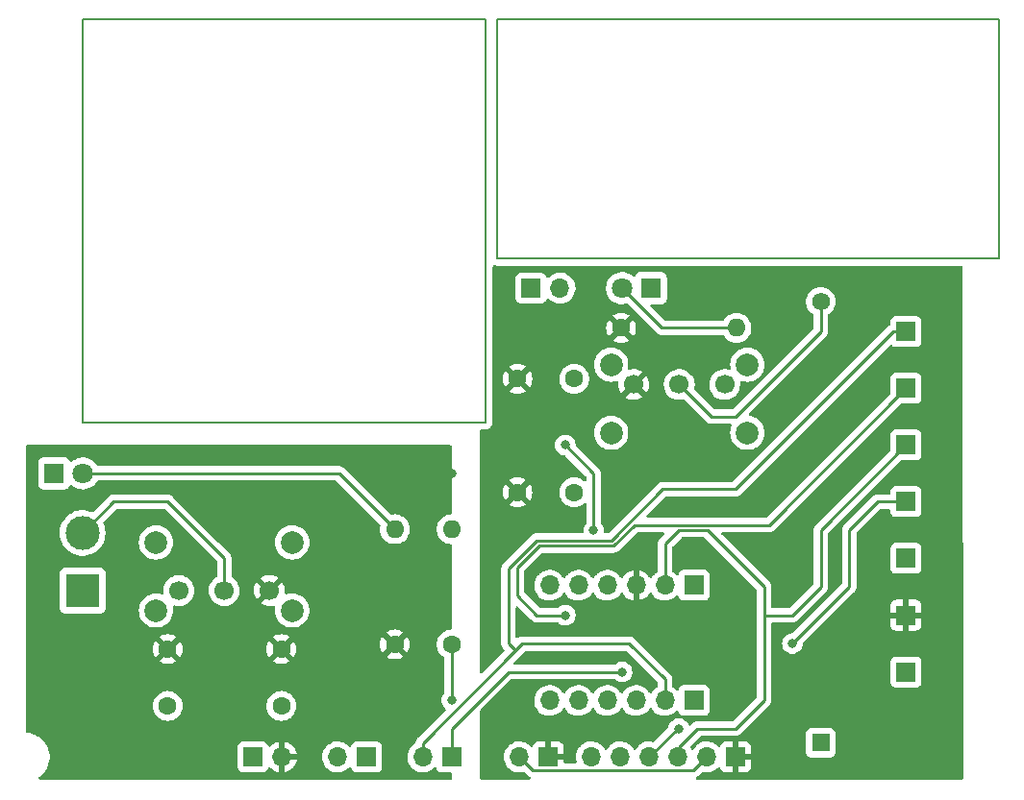
<source format=gtl>
%TF.GenerationSoftware,KiCad,Pcbnew,(6.0.7)*%
%TF.CreationDate,2025-03-19T21:33:16-07:00*%
%TF.ProjectId,PCB_v1,5043425f-7631-42e6-9b69-6361645f7063,rev?*%
%TF.SameCoordinates,Original*%
%TF.FileFunction,Copper,L1,Top*%
%TF.FilePolarity,Positive*%
%FSLAX46Y46*%
G04 Gerber Fmt 4.6, Leading zero omitted, Abs format (unit mm)*
G04 Created by KiCad (PCBNEW (6.0.7)) date 2025-03-19 21:33:16*
%MOMM*%
%LPD*%
G01*
G04 APERTURE LIST*
%TA.AperFunction,NonConductor*%
%ADD10C,0.200000*%
%TD*%
%TA.AperFunction,ComponentPad*%
%ADD11R,1.574800X1.574800*%
%TD*%
%TA.AperFunction,ComponentPad*%
%ADD12C,1.574800*%
%TD*%
%TA.AperFunction,ComponentPad*%
%ADD13C,2.000000*%
%TD*%
%TA.AperFunction,ComponentPad*%
%ADD14C,1.700000*%
%TD*%
%TA.AperFunction,ComponentPad*%
%ADD15R,1.700000X1.700000*%
%TD*%
%TA.AperFunction,ComponentPad*%
%ADD16O,1.700000X1.700000*%
%TD*%
%TA.AperFunction,ComponentPad*%
%ADD17C,1.600000*%
%TD*%
%TA.AperFunction,ComponentPad*%
%ADD18O,1.600000X1.600000*%
%TD*%
%TA.AperFunction,ComponentPad*%
%ADD19R,1.800000X1.800000*%
%TD*%
%TA.AperFunction,ComponentPad*%
%ADD20C,1.800000*%
%TD*%
%TA.AperFunction,ComponentPad*%
%ADD21R,3.000000X3.000000*%
%TD*%
%TA.AperFunction,ComponentPad*%
%ADD22C,3.000000*%
%TD*%
%TA.AperFunction,ViaPad*%
%ADD23C,0.800000*%
%TD*%
%TA.AperFunction,Conductor*%
%ADD24C,0.250000*%
%TD*%
G04 APERTURE END LIST*
D10*
X89000000Y-42500000D02*
X133180000Y-42500000D01*
X133180000Y-42500000D02*
X133180000Y-63582000D01*
X133180000Y-63582000D02*
X89000000Y-63582000D01*
X89000000Y-63582000D02*
X89000000Y-42500000D01*
X52500000Y-42500000D02*
X88000000Y-42500000D01*
X88000000Y-42500000D02*
X88000000Y-78000000D01*
X88000000Y-78000000D02*
X52500000Y-78000000D01*
X52500000Y-78000000D02*
X52500000Y-42500000D01*
D11*
%TO.P,F1,1*%
%TO.N,Net-(F1-Pad1)*%
X117500000Y-106245200D03*
D12*
%TO.P,F1,2*%
%TO.N,Net-(F1-Pad2)*%
X117500000Y-67357800D03*
%TD*%
D13*
%TO.P,SW2,*%
%TO.N,*%
X99042500Y-78917500D03*
X111042500Y-78917500D03*
X99042500Y-72917500D03*
X111042500Y-72917500D03*
D14*
%TO.P,SW2,1,A*%
%TO.N,+3.3V*%
X101042500Y-74667500D03*
%TO.P,SW2,2,B*%
%TO.N,Net-(F1-Pad2)*%
X105042500Y-74667500D03*
%TO.P,SW2,3,C*%
%TO.N,unconnected-(SW2-Pad3)*%
X109042500Y-74667500D03*
%TD*%
D15*
%TO.P,J9,1,Pin_1*%
%TO.N,+3.3V*%
X110000000Y-107500000D03*
D16*
%TO.P,J9,2,Pin_2*%
%TO.N,/Thermistor*%
X107460000Y-107500000D03*
%TO.P,J9,3,Pin_3*%
%TO.N,/PUL_3.3*%
X104920000Y-107500000D03*
%TO.P,J9,4,Pin_4*%
%TO.N,/DIR_3.3*%
X102380000Y-107500000D03*
%TO.P,J9,5,Pin_5*%
%TO.N,GND*%
X99840000Y-107500000D03*
%TO.P,J9,6,Pin_6*%
%TO.N,+5V*%
X97300000Y-107500000D03*
%TD*%
D17*
%TO.P,C1,1*%
%TO.N,VCC*%
X70000000Y-98000000D03*
%TO.P,C1,2*%
%TO.N,GND*%
X70000000Y-103000000D03*
%TD*%
%TO.P,R3,1*%
%TO.N,/Thermistor*%
X85000000Y-97580000D03*
D18*
%TO.P,R3,2*%
%TO.N,GND*%
X85000000Y-87420000D03*
%TD*%
D15*
%TO.P,TP5,1,1*%
%TO.N,/PUL_3.3*%
X125000000Y-80000000D03*
%TD*%
D13*
%TO.P,SW1,*%
%TO.N,*%
X58957500Y-94582500D03*
X70957500Y-94582500D03*
X70957500Y-88582500D03*
X58957500Y-88582500D03*
D14*
%TO.P,SW1,1,A*%
%TO.N,VCC*%
X68957500Y-92832500D03*
%TO.P,SW1,2,B*%
%TO.N,Net-(J2-Pad2)*%
X64957500Y-92832500D03*
%TO.P,SW1,3,C*%
%TO.N,unconnected-(SW1-Pad3)*%
X60957500Y-92832500D03*
%TD*%
D19*
%TO.P,D1,1,K*%
%TO.N,GND*%
X50000000Y-82500000D03*
D20*
%TO.P,D1,2,A*%
%TO.N,Net-(D1-Pad2)*%
X52540000Y-82500000D03*
%TD*%
D17*
%TO.P,C2,2*%
%TO.N,GND*%
X95792500Y-74167500D03*
%TO.P,C2,1*%
%TO.N,+3.3V*%
X90792500Y-74167500D03*
%TD*%
D16*
%TO.P,J7,2,Pin_2*%
%TO.N,GND*%
X74960000Y-107500000D03*
D15*
%TO.P,J7,1,Pin_1*%
X77500000Y-107500000D03*
%TD*%
D16*
%TO.P,J8,2,Pin_2*%
%TO.N,/PUL_5*%
X82460000Y-107500000D03*
D15*
%TO.P,J8,1,Pin_1*%
%TO.N,/DIR_5*%
X85000000Y-107500000D03*
%TD*%
%TO.P,TP2,1,1*%
%TO.N,+3.3V*%
X125000000Y-95000000D03*
%TD*%
D18*
%TO.P,R2,2*%
%TO.N,Net-(D2-Pad2)*%
X110080000Y-69667500D03*
D17*
%TO.P,R2,1*%
%TO.N,+3.3V*%
X99920000Y-69667500D03*
%TD*%
D15*
%TO.P,J3,1,Pin_1*%
%TO.N,GND*%
X67500000Y-107500000D03*
D16*
%TO.P,J3,2,Pin_2*%
%TO.N,VCC*%
X70040000Y-107500000D03*
%TD*%
D17*
%TO.P,C3,1*%
%TO.N,VCC*%
X60000000Y-98000000D03*
%TO.P,C3,2*%
%TO.N,GND*%
X60000000Y-103000000D03*
%TD*%
D15*
%TO.P,J5,1,Pin_1*%
%TO.N,/DIR_3.3*%
X106325000Y-92365000D03*
D16*
%TO.P,J5,2,Pin_2*%
%TO.N,/PUL_3.3*%
X103785000Y-92365000D03*
%TO.P,J5,3,Pin_3*%
%TO.N,+3.3V*%
X101245000Y-92365000D03*
%TO.P,J5,4,Pin_4*%
%TO.N,GND*%
X98705000Y-92365000D03*
%TO.P,J5,5,Pin_5*%
%TO.N,unconnected-(J5-Pad5)*%
X96165000Y-92365000D03*
%TO.P,J5,6,Pin_6*%
%TO.N,unconnected-(J5-Pad6)*%
X93625000Y-92365000D03*
%TD*%
D15*
%TO.P,TP1,1,1*%
%TO.N,GND*%
X125000000Y-100000000D03*
%TD*%
D16*
%TO.P,J6,6,Pin_6*%
%TO.N,unconnected-(J6-Pad6)*%
X93625000Y-102525000D03*
%TO.P,J6,5,Pin_5*%
%TO.N,unconnected-(J6-Pad5)*%
X96165000Y-102525000D03*
%TO.P,J6,4,Pin_4*%
%TO.N,GND*%
X98705000Y-102525000D03*
%TO.P,J6,3,Pin_3*%
%TO.N,+5V*%
X101245000Y-102525000D03*
%TO.P,J6,2,Pin_2*%
%TO.N,/PUL_5*%
X103785000Y-102525000D03*
D15*
%TO.P,J6,1,Pin_1*%
%TO.N,/DIR_5*%
X106325000Y-102525000D03*
%TD*%
D16*
%TO.P,J4,2,Pin_2*%
%TO.N,/Thermistor*%
X90960000Y-107500000D03*
D15*
%TO.P,J4,1,Pin_1*%
%TO.N,+3.3V*%
X93500000Y-107500000D03*
%TD*%
D16*
%TO.P,J1,2,Pin_2*%
%TO.N,GND*%
X94540000Y-66167500D03*
D15*
%TO.P,J1,1,Pin_1*%
%TO.N,Net-(F1-Pad1)*%
X92000000Y-66167500D03*
%TD*%
%TO.P,TP3,1,1*%
%TO.N,VCC*%
X125000000Y-90000000D03*
%TD*%
%TO.P,TP7,1,1*%
%TO.N,/PUL_5*%
X125000000Y-70000000D03*
%TD*%
%TO.P,TP6,1,1*%
%TO.N,/DIR_5*%
X125000000Y-75000000D03*
%TD*%
D21*
%TO.P,J2,1,Pin_1*%
%TO.N,GND*%
X52500000Y-92832500D03*
D22*
%TO.P,J2,2,Pin_2*%
%TO.N,Net-(J2-Pad2)*%
X52500000Y-87752500D03*
%TD*%
D17*
%TO.P,C4,2*%
%TO.N,GND*%
X95792500Y-84167500D03*
%TO.P,C4,1*%
%TO.N,+3.3V*%
X90792500Y-84167500D03*
%TD*%
%TO.P,R1,1*%
%TO.N,VCC*%
X80000000Y-97580000D03*
D18*
%TO.P,R1,2*%
%TO.N,Net-(D1-Pad2)*%
X80000000Y-87420000D03*
%TD*%
D20*
%TO.P,D2,2,A*%
%TO.N,Net-(D2-Pad2)*%
X100000000Y-66167500D03*
D19*
%TO.P,D2,1,K*%
%TO.N,GND*%
X102540000Y-66167500D03*
%TD*%
D15*
%TO.P,TP4,1,1*%
%TO.N,/DIR_3.3*%
X125000000Y-85000000D03*
%TD*%
D23*
%TO.N,Net-(F1-Pad1)*%
X95000000Y-80000000D03*
%TO.N,/DIR_5*%
X95000000Y-95000000D03*
%TO.N,/DIR_3.3*%
X115000000Y-97500000D03*
X105000000Y-105000000D03*
%TO.N,/DIR_5*%
X100000000Y-100000000D03*
%TO.N,VCC*%
X85000000Y-82500000D03*
%TO.N,Net-(F1-Pad1)*%
X97500000Y-87500000D03*
%TO.N,/Thermistor*%
X85000000Y-102500000D03*
%TD*%
D24*
%TO.N,Net-(F1-Pad1)*%
X97500000Y-82500000D02*
X97500000Y-87500000D01*
X95000000Y-80000000D02*
X97500000Y-82500000D01*
%TO.N,/Thermistor*%
X106285000Y-108675000D02*
X107460000Y-107500000D01*
X92135000Y-108675000D02*
X106285000Y-108675000D01*
X90960000Y-107500000D02*
X92135000Y-108675000D01*
%TO.N,/DIR_5*%
X90775272Y-90775273D02*
X90775272Y-93275272D01*
X90775272Y-93275272D02*
X92500000Y-95000000D01*
X92686396Y-88864149D02*
X90775272Y-90775273D01*
X92500000Y-95000000D02*
X95000000Y-95000000D01*
X101086396Y-87050000D02*
X99272247Y-88864149D01*
X112950000Y-87050000D02*
X101086396Y-87050000D01*
X99272247Y-88864149D02*
X92686396Y-88864149D01*
X125000000Y-75000000D02*
X112950000Y-87050000D01*
%TO.N,/PUL_5*%
X92500000Y-88414149D02*
X90000000Y-90914149D01*
X99085851Y-88414149D02*
X92500000Y-88414149D01*
X90000000Y-97500000D02*
X90615000Y-98115000D01*
X103600000Y-83900000D02*
X99085851Y-88414149D01*
X90000000Y-90914149D02*
X90000000Y-97500000D01*
X110000000Y-83900000D02*
X103600000Y-83900000D01*
X125000000Y-70000000D02*
X123900000Y-70000000D01*
X123900000Y-70000000D02*
X110000000Y-83900000D01*
%TO.N,/DIR_3.3*%
X120000000Y-87500000D02*
X122500000Y-85000000D01*
X120000000Y-92500000D02*
X120000000Y-87500000D01*
X115000000Y-97500000D02*
X120000000Y-92500000D01*
X122500000Y-85000000D02*
X125000000Y-85000000D01*
%TO.N,/PUL_3.3*%
X117500000Y-92500000D02*
X117500000Y-87500000D01*
X115000000Y-95000000D02*
X117500000Y-92500000D01*
X112500000Y-95000000D02*
X115000000Y-95000000D01*
X112500000Y-92500000D02*
X112500000Y-95000000D01*
X117500000Y-87500000D02*
X125000000Y-80000000D01*
%TO.N,/PUL_5*%
X90615000Y-98115000D02*
X91230000Y-97500000D01*
X82460000Y-106270000D02*
X90615000Y-98115000D01*
%TO.N,/DIR_3.3*%
X104880000Y-105000000D02*
X105000000Y-105000000D01*
X102380000Y-107500000D02*
X104880000Y-105000000D01*
%TO.N,/PUL_3.3*%
X103785000Y-88715000D02*
X103785000Y-92365000D01*
X105000000Y-87500000D02*
X103785000Y-88715000D01*
X107500000Y-87500000D02*
X105000000Y-87500000D01*
X112500000Y-102500000D02*
X112500000Y-92500000D01*
X112500000Y-92500000D02*
X107500000Y-87500000D01*
X106649149Y-105000000D02*
X110000000Y-105000000D01*
X105000000Y-106649149D02*
X106649149Y-105000000D01*
X105000000Y-107500000D02*
X105000000Y-106649149D01*
X104920000Y-107500000D02*
X105000000Y-107500000D01*
X110000000Y-105000000D02*
X112500000Y-102500000D01*
%TO.N,/DIR_5*%
X90000000Y-100000000D02*
X100000000Y-100000000D01*
X85000000Y-107500000D02*
X85000000Y-105000000D01*
X85000000Y-105000000D02*
X90000000Y-100000000D01*
%TO.N,/PUL_5*%
X103785000Y-100655000D02*
X103785000Y-102525000D01*
X100630000Y-97500000D02*
X103785000Y-100655000D01*
X91230000Y-97500000D02*
X100630000Y-97500000D01*
X82460000Y-107500000D02*
X82460000Y-106270000D01*
%TO.N,Net-(D2-Pad2)*%
X103500000Y-69667500D02*
X110080000Y-69667500D01*
X100000000Y-66167500D02*
X103500000Y-69667500D01*
%TO.N,Net-(F1-Pad2)*%
X107875000Y-77500000D02*
X105042500Y-74667500D01*
X110000000Y-77500000D02*
X107875000Y-77500000D01*
X117500000Y-70000000D02*
X110000000Y-77500000D01*
X117500000Y-67357800D02*
X117500000Y-70000000D01*
%TO.N,/Thermistor*%
X85000000Y-97580000D02*
X85000000Y-102500000D01*
%TO.N,Net-(J2-Pad2)*%
X64957500Y-89957500D02*
X64957500Y-92832500D01*
X55252500Y-85000000D02*
X60000000Y-85000000D01*
X60000000Y-85000000D02*
X64957500Y-89957500D01*
X52500000Y-87752500D02*
X55252500Y-85000000D01*
%TO.N,Net-(D1-Pad2)*%
X75080000Y-82500000D02*
X80000000Y-87420000D01*
X52540000Y-82500000D02*
X75080000Y-82500000D01*
%TD*%
%TA.AperFunction,Conductor*%
%TO.N,+3.3V*%
G36*
X88782718Y-64150635D02*
G01*
X88833520Y-64171678D01*
X88833523Y-64171679D01*
X88841150Y-64174838D01*
X89000000Y-64195751D01*
X89008188Y-64194673D01*
X89031697Y-64191578D01*
X89048143Y-64190500D01*
X129874385Y-64190500D01*
X129942506Y-64210502D01*
X129988999Y-64264158D01*
X130000385Y-64316434D01*
X130002065Y-67520098D01*
X130023993Y-109347568D01*
X130024002Y-109365434D01*
X130004036Y-109433565D01*
X129950404Y-109480086D01*
X129898002Y-109491500D01*
X106609447Y-109491500D01*
X106541326Y-109471498D01*
X106494833Y-109417842D01*
X106484729Y-109347568D01*
X106514223Y-109282988D01*
X106545308Y-109257047D01*
X106556030Y-109250706D01*
X106573776Y-109242012D01*
X106592617Y-109234552D01*
X106628387Y-109208564D01*
X106638307Y-109202048D01*
X106669535Y-109183580D01*
X106669538Y-109183578D01*
X106676362Y-109179542D01*
X106690683Y-109165221D01*
X106705717Y-109152380D01*
X106715694Y-109145131D01*
X106722107Y-109140472D01*
X106750298Y-109106395D01*
X106758288Y-109097616D01*
X107004549Y-108851355D01*
X107066861Y-108817329D01*
X107118762Y-108816979D01*
X107298597Y-108853567D01*
X107303772Y-108853757D01*
X107303774Y-108853757D01*
X107516673Y-108861564D01*
X107516677Y-108861564D01*
X107521837Y-108861753D01*
X107526957Y-108861097D01*
X107526959Y-108861097D01*
X107738288Y-108834025D01*
X107738289Y-108834025D01*
X107743416Y-108833368D01*
X107791220Y-108819026D01*
X107952429Y-108770661D01*
X107952434Y-108770659D01*
X107957384Y-108769174D01*
X108157994Y-108670896D01*
X108339860Y-108541173D01*
X108407331Y-108473938D01*
X108448479Y-108432933D01*
X108510851Y-108399017D01*
X108581658Y-108404205D01*
X108638419Y-108446851D01*
X108655401Y-108477954D01*
X108696676Y-108588054D01*
X108705214Y-108603649D01*
X108781715Y-108705724D01*
X108794276Y-108718285D01*
X108896351Y-108794786D01*
X108911946Y-108803324D01*
X109032394Y-108848478D01*
X109047649Y-108852105D01*
X109098514Y-108857631D01*
X109105328Y-108858000D01*
X109727885Y-108858000D01*
X109743124Y-108853525D01*
X109744329Y-108852135D01*
X109746000Y-108844452D01*
X109746000Y-108839884D01*
X110254000Y-108839884D01*
X110258475Y-108855123D01*
X110259865Y-108856328D01*
X110267548Y-108857999D01*
X110894669Y-108857999D01*
X110901490Y-108857629D01*
X110952352Y-108852105D01*
X110967604Y-108848479D01*
X111088054Y-108803324D01*
X111103649Y-108794786D01*
X111205724Y-108718285D01*
X111218285Y-108705724D01*
X111294786Y-108603649D01*
X111303324Y-108588054D01*
X111348478Y-108467606D01*
X111352105Y-108452351D01*
X111357631Y-108401486D01*
X111358000Y-108394672D01*
X111358000Y-107772115D01*
X111353525Y-107756876D01*
X111352135Y-107755671D01*
X111344452Y-107754000D01*
X110272115Y-107754000D01*
X110256876Y-107758475D01*
X110255671Y-107759865D01*
X110254000Y-107767548D01*
X110254000Y-108839884D01*
X109746000Y-108839884D01*
X109746000Y-107227885D01*
X110254000Y-107227885D01*
X110258475Y-107243124D01*
X110259865Y-107244329D01*
X110267548Y-107246000D01*
X111339884Y-107246000D01*
X111355123Y-107241525D01*
X111356328Y-107240135D01*
X111357999Y-107232452D01*
X111357999Y-107080734D01*
X116204100Y-107080734D01*
X116210855Y-107142916D01*
X116261985Y-107279305D01*
X116349339Y-107395861D01*
X116465895Y-107483215D01*
X116602284Y-107534345D01*
X116664466Y-107541100D01*
X118335534Y-107541100D01*
X118397716Y-107534345D01*
X118534105Y-107483215D01*
X118650661Y-107395861D01*
X118738015Y-107279305D01*
X118789145Y-107142916D01*
X118795900Y-107080734D01*
X118795900Y-105409666D01*
X118789145Y-105347484D01*
X118738015Y-105211095D01*
X118650661Y-105094539D01*
X118534105Y-105007185D01*
X118397716Y-104956055D01*
X118335534Y-104949300D01*
X116664466Y-104949300D01*
X116602284Y-104956055D01*
X116465895Y-105007185D01*
X116349339Y-105094539D01*
X116261985Y-105211095D01*
X116210855Y-105347484D01*
X116204100Y-105409666D01*
X116204100Y-107080734D01*
X111357999Y-107080734D01*
X111357999Y-106605331D01*
X111357629Y-106598510D01*
X111352105Y-106547648D01*
X111348479Y-106532396D01*
X111303324Y-106411946D01*
X111294786Y-106396351D01*
X111218285Y-106294276D01*
X111205724Y-106281715D01*
X111103649Y-106205214D01*
X111088054Y-106196676D01*
X110967606Y-106151522D01*
X110952351Y-106147895D01*
X110901486Y-106142369D01*
X110894672Y-106142000D01*
X110272115Y-106142000D01*
X110256876Y-106146475D01*
X110255671Y-106147865D01*
X110254000Y-106155548D01*
X110254000Y-107227885D01*
X109746000Y-107227885D01*
X109746000Y-106160116D01*
X109741525Y-106144877D01*
X109740135Y-106143672D01*
X109732452Y-106142001D01*
X109105331Y-106142001D01*
X109098510Y-106142371D01*
X109047648Y-106147895D01*
X109032396Y-106151521D01*
X108911946Y-106196676D01*
X108896351Y-106205214D01*
X108794276Y-106281715D01*
X108781715Y-106294276D01*
X108705214Y-106396351D01*
X108696676Y-106411946D01*
X108655297Y-106522322D01*
X108612655Y-106579087D01*
X108546093Y-106603786D01*
X108476744Y-106588578D01*
X108444121Y-106562891D01*
X108393151Y-106506876D01*
X108393145Y-106506870D01*
X108389670Y-106503051D01*
X108385619Y-106499852D01*
X108385615Y-106499848D01*
X108218414Y-106367800D01*
X108218410Y-106367798D01*
X108214359Y-106364598D01*
X108018789Y-106256638D01*
X108013920Y-106254914D01*
X108013916Y-106254912D01*
X107813087Y-106183795D01*
X107813083Y-106183794D01*
X107808212Y-106182069D01*
X107803119Y-106181162D01*
X107803116Y-106181161D01*
X107593373Y-106143800D01*
X107593367Y-106143799D01*
X107588284Y-106142894D01*
X107514452Y-106141992D01*
X107370081Y-106140228D01*
X107370079Y-106140228D01*
X107364911Y-106140165D01*
X107144091Y-106173955D01*
X106931756Y-106243357D01*
X106733607Y-106346507D01*
X106729474Y-106349610D01*
X106729471Y-106349612D01*
X106649985Y-106409292D01*
X106554965Y-106480635D01*
X106515982Y-106521428D01*
X106437312Y-106603752D01*
X106400629Y-106642138D01*
X106293201Y-106799621D01*
X106238293Y-106844621D01*
X106167768Y-106852792D01*
X106104021Y-106821538D01*
X106083324Y-106797054D01*
X106006928Y-106678964D01*
X105986721Y-106610904D01*
X106006517Y-106542723D01*
X106023625Y-106521428D01*
X106874650Y-105670404D01*
X106936962Y-105636379D01*
X106963745Y-105633500D01*
X109921233Y-105633500D01*
X109932416Y-105634027D01*
X109939909Y-105635702D01*
X109947835Y-105635453D01*
X109947836Y-105635453D01*
X110007986Y-105633562D01*
X110011945Y-105633500D01*
X110039856Y-105633500D01*
X110043791Y-105633003D01*
X110043856Y-105632995D01*
X110055693Y-105632062D01*
X110087951Y-105631048D01*
X110091970Y-105630922D01*
X110099889Y-105630673D01*
X110119343Y-105625021D01*
X110138700Y-105621013D01*
X110150930Y-105619468D01*
X110150931Y-105619468D01*
X110158797Y-105618474D01*
X110166168Y-105615555D01*
X110166170Y-105615555D01*
X110199912Y-105602196D01*
X110211142Y-105598351D01*
X110245983Y-105588229D01*
X110245984Y-105588229D01*
X110253593Y-105586018D01*
X110260412Y-105581985D01*
X110260417Y-105581983D01*
X110271028Y-105575707D01*
X110288776Y-105567012D01*
X110307617Y-105559552D01*
X110343387Y-105533564D01*
X110353307Y-105527048D01*
X110384535Y-105508580D01*
X110384538Y-105508578D01*
X110391362Y-105504542D01*
X110405683Y-105490221D01*
X110420717Y-105477380D01*
X110430694Y-105470131D01*
X110437107Y-105465472D01*
X110465298Y-105431395D01*
X110473288Y-105422616D01*
X112892253Y-103003652D01*
X112900539Y-102996112D01*
X112907018Y-102992000D01*
X112953644Y-102942348D01*
X112956398Y-102939507D01*
X112976135Y-102919770D01*
X112978615Y-102916573D01*
X112986320Y-102907551D01*
X113011159Y-102881100D01*
X113016586Y-102875321D01*
X113020405Y-102868375D01*
X113020407Y-102868372D01*
X113026348Y-102857566D01*
X113037199Y-102841047D01*
X113044758Y-102831301D01*
X113049614Y-102825041D01*
X113052759Y-102817772D01*
X113052762Y-102817768D01*
X113067174Y-102784463D01*
X113072391Y-102773813D01*
X113093695Y-102735060D01*
X113098733Y-102715437D01*
X113105137Y-102696734D01*
X113110033Y-102685420D01*
X113110033Y-102685419D01*
X113113181Y-102678145D01*
X113114420Y-102670322D01*
X113114423Y-102670312D01*
X113120099Y-102634476D01*
X113122505Y-102622856D01*
X113131528Y-102587711D01*
X113131528Y-102587710D01*
X113133500Y-102580030D01*
X113133500Y-102559776D01*
X113135051Y-102540065D01*
X113136980Y-102527886D01*
X113138220Y-102520057D01*
X113134059Y-102476038D01*
X113133500Y-102464181D01*
X113133500Y-100898134D01*
X123641500Y-100898134D01*
X123648255Y-100960316D01*
X123699385Y-101096705D01*
X123786739Y-101213261D01*
X123903295Y-101300615D01*
X124039684Y-101351745D01*
X124101866Y-101358500D01*
X125898134Y-101358500D01*
X125960316Y-101351745D01*
X126096705Y-101300615D01*
X126213261Y-101213261D01*
X126300615Y-101096705D01*
X126351745Y-100960316D01*
X126358500Y-100898134D01*
X126358500Y-99101866D01*
X126351745Y-99039684D01*
X126300615Y-98903295D01*
X126213261Y-98786739D01*
X126096705Y-98699385D01*
X125960316Y-98648255D01*
X125898134Y-98641500D01*
X124101866Y-98641500D01*
X124039684Y-98648255D01*
X123903295Y-98699385D01*
X123786739Y-98786739D01*
X123699385Y-98903295D01*
X123648255Y-99039684D01*
X123641500Y-99101866D01*
X123641500Y-100898134D01*
X113133500Y-100898134D01*
X113133500Y-97500000D01*
X114086496Y-97500000D01*
X114106458Y-97689928D01*
X114165473Y-97871556D01*
X114168776Y-97877278D01*
X114168777Y-97877279D01*
X114185176Y-97905683D01*
X114260960Y-98036944D01*
X114265378Y-98041851D01*
X114265379Y-98041852D01*
X114365909Y-98153502D01*
X114388747Y-98178866D01*
X114543248Y-98291118D01*
X114549276Y-98293802D01*
X114549278Y-98293803D01*
X114711681Y-98366109D01*
X114717712Y-98368794D01*
X114811113Y-98388647D01*
X114898056Y-98407128D01*
X114898061Y-98407128D01*
X114904513Y-98408500D01*
X115095487Y-98408500D01*
X115101939Y-98407128D01*
X115101944Y-98407128D01*
X115188887Y-98388647D01*
X115282288Y-98368794D01*
X115288319Y-98366109D01*
X115450722Y-98293803D01*
X115450724Y-98293802D01*
X115456752Y-98291118D01*
X115611253Y-98178866D01*
X115634091Y-98153502D01*
X115734621Y-98041852D01*
X115734622Y-98041851D01*
X115739040Y-98036944D01*
X115814824Y-97905683D01*
X115831223Y-97877279D01*
X115831224Y-97877278D01*
X115834527Y-97871556D01*
X115893542Y-97689928D01*
X115910907Y-97524706D01*
X115937920Y-97459050D01*
X115947122Y-97448782D01*
X117501236Y-95894669D01*
X123642001Y-95894669D01*
X123642371Y-95901490D01*
X123647895Y-95952352D01*
X123651521Y-95967604D01*
X123696676Y-96088054D01*
X123705214Y-96103649D01*
X123781715Y-96205724D01*
X123794276Y-96218285D01*
X123896351Y-96294786D01*
X123911946Y-96303324D01*
X124032394Y-96348478D01*
X124047649Y-96352105D01*
X124098514Y-96357631D01*
X124105328Y-96358000D01*
X124727885Y-96358000D01*
X124743124Y-96353525D01*
X124744329Y-96352135D01*
X124746000Y-96344452D01*
X124746000Y-96339884D01*
X125254000Y-96339884D01*
X125258475Y-96355123D01*
X125259865Y-96356328D01*
X125267548Y-96357999D01*
X125894669Y-96357999D01*
X125901490Y-96357629D01*
X125952352Y-96352105D01*
X125967604Y-96348479D01*
X126088054Y-96303324D01*
X126103649Y-96294786D01*
X126205724Y-96218285D01*
X126218285Y-96205724D01*
X126294786Y-96103649D01*
X126303324Y-96088054D01*
X126348478Y-95967606D01*
X126352105Y-95952351D01*
X126357631Y-95901486D01*
X126358000Y-95894672D01*
X126358000Y-95272115D01*
X126353525Y-95256876D01*
X126352135Y-95255671D01*
X126344452Y-95254000D01*
X125272115Y-95254000D01*
X125256876Y-95258475D01*
X125255671Y-95259865D01*
X125254000Y-95267548D01*
X125254000Y-96339884D01*
X124746000Y-96339884D01*
X124746000Y-95272115D01*
X124741525Y-95256876D01*
X124740135Y-95255671D01*
X124732452Y-95254000D01*
X123660116Y-95254000D01*
X123644877Y-95258475D01*
X123643672Y-95259865D01*
X123642001Y-95267548D01*
X123642001Y-95894669D01*
X117501236Y-95894669D01*
X118668020Y-94727885D01*
X123642000Y-94727885D01*
X123646475Y-94743124D01*
X123647865Y-94744329D01*
X123655548Y-94746000D01*
X124727885Y-94746000D01*
X124743124Y-94741525D01*
X124744329Y-94740135D01*
X124746000Y-94732452D01*
X124746000Y-94727885D01*
X125254000Y-94727885D01*
X125258475Y-94743124D01*
X125259865Y-94744329D01*
X125267548Y-94746000D01*
X126339884Y-94746000D01*
X126355123Y-94741525D01*
X126356328Y-94740135D01*
X126357999Y-94732452D01*
X126357999Y-94105331D01*
X126357629Y-94098510D01*
X126352105Y-94047648D01*
X126348479Y-94032396D01*
X126303324Y-93911946D01*
X126294786Y-93896351D01*
X126218285Y-93794276D01*
X126205724Y-93781715D01*
X126103649Y-93705214D01*
X126088054Y-93696676D01*
X125967606Y-93651522D01*
X125952351Y-93647895D01*
X125901486Y-93642369D01*
X125894672Y-93642000D01*
X125272115Y-93642000D01*
X125256876Y-93646475D01*
X125255671Y-93647865D01*
X125254000Y-93655548D01*
X125254000Y-94727885D01*
X124746000Y-94727885D01*
X124746000Y-93660116D01*
X124741525Y-93644877D01*
X124740135Y-93643672D01*
X124732452Y-93642001D01*
X124105331Y-93642001D01*
X124098510Y-93642371D01*
X124047648Y-93647895D01*
X124032396Y-93651521D01*
X123911946Y-93696676D01*
X123896351Y-93705214D01*
X123794276Y-93781715D01*
X123781715Y-93794276D01*
X123705214Y-93896351D01*
X123696676Y-93911946D01*
X123651522Y-94032394D01*
X123647895Y-94047649D01*
X123642369Y-94098514D01*
X123642000Y-94105328D01*
X123642000Y-94727885D01*
X118668020Y-94727885D01*
X120392253Y-93003652D01*
X120400539Y-92996112D01*
X120407018Y-92992000D01*
X120453644Y-92942348D01*
X120456398Y-92939507D01*
X120476135Y-92919770D01*
X120478615Y-92916573D01*
X120486320Y-92907551D01*
X120511159Y-92881100D01*
X120516586Y-92875321D01*
X120520405Y-92868375D01*
X120520407Y-92868372D01*
X120526348Y-92857566D01*
X120537199Y-92841047D01*
X120544758Y-92831301D01*
X120549614Y-92825041D01*
X120552759Y-92817772D01*
X120552762Y-92817768D01*
X120567174Y-92784463D01*
X120572391Y-92773813D01*
X120593695Y-92735060D01*
X120598733Y-92715437D01*
X120605137Y-92696734D01*
X120610033Y-92685420D01*
X120610033Y-92685419D01*
X120613181Y-92678145D01*
X120614420Y-92670322D01*
X120614423Y-92670312D01*
X120620099Y-92634476D01*
X120622505Y-92622856D01*
X120631528Y-92587711D01*
X120631528Y-92587710D01*
X120633500Y-92580030D01*
X120633500Y-92559776D01*
X120635051Y-92540065D01*
X120636980Y-92527886D01*
X120638220Y-92520057D01*
X120634059Y-92476038D01*
X120633500Y-92464181D01*
X120633500Y-90898134D01*
X123641500Y-90898134D01*
X123648255Y-90960316D01*
X123699385Y-91096705D01*
X123786739Y-91213261D01*
X123903295Y-91300615D01*
X124039684Y-91351745D01*
X124101866Y-91358500D01*
X125898134Y-91358500D01*
X125960316Y-91351745D01*
X126096705Y-91300615D01*
X126213261Y-91213261D01*
X126300615Y-91096705D01*
X126351745Y-90960316D01*
X126358500Y-90898134D01*
X126358500Y-89101866D01*
X126351745Y-89039684D01*
X126300615Y-88903295D01*
X126213261Y-88786739D01*
X126096705Y-88699385D01*
X125960316Y-88648255D01*
X125898134Y-88641500D01*
X124101866Y-88641500D01*
X124039684Y-88648255D01*
X123903295Y-88699385D01*
X123786739Y-88786739D01*
X123699385Y-88903295D01*
X123648255Y-89039684D01*
X123641500Y-89101866D01*
X123641500Y-90898134D01*
X120633500Y-90898134D01*
X120633500Y-87814594D01*
X120653502Y-87746473D01*
X120670405Y-87725499D01*
X122725500Y-85670405D01*
X122787812Y-85636379D01*
X122814595Y-85633500D01*
X123515500Y-85633500D01*
X123583621Y-85653502D01*
X123630114Y-85707158D01*
X123641500Y-85759500D01*
X123641500Y-85898134D01*
X123648255Y-85960316D01*
X123699385Y-86096705D01*
X123786739Y-86213261D01*
X123903295Y-86300615D01*
X124039684Y-86351745D01*
X124101866Y-86358500D01*
X125898134Y-86358500D01*
X125960316Y-86351745D01*
X126096705Y-86300615D01*
X126213261Y-86213261D01*
X126300615Y-86096705D01*
X126351745Y-85960316D01*
X126358500Y-85898134D01*
X126358500Y-84101866D01*
X126351745Y-84039684D01*
X126300615Y-83903295D01*
X126213261Y-83786739D01*
X126096705Y-83699385D01*
X125960316Y-83648255D01*
X125898134Y-83641500D01*
X124101866Y-83641500D01*
X124039684Y-83648255D01*
X123903295Y-83699385D01*
X123786739Y-83786739D01*
X123699385Y-83903295D01*
X123648255Y-84039684D01*
X123641500Y-84101866D01*
X123641500Y-84240500D01*
X123621498Y-84308621D01*
X123567842Y-84355114D01*
X123515500Y-84366500D01*
X122578767Y-84366500D01*
X122567584Y-84365973D01*
X122560091Y-84364298D01*
X122552165Y-84364547D01*
X122552164Y-84364547D01*
X122492001Y-84366438D01*
X122488043Y-84366500D01*
X122460144Y-84366500D01*
X122456154Y-84367004D01*
X122444320Y-84367936D01*
X122400111Y-84369326D01*
X122392497Y-84371538D01*
X122392492Y-84371539D01*
X122380659Y-84374977D01*
X122361296Y-84378988D01*
X122341203Y-84381526D01*
X122333836Y-84384443D01*
X122333831Y-84384444D01*
X122300092Y-84397802D01*
X122288865Y-84401646D01*
X122246407Y-84413982D01*
X122239581Y-84418019D01*
X122228972Y-84424293D01*
X122211224Y-84432988D01*
X122192383Y-84440448D01*
X122185967Y-84445110D01*
X122185966Y-84445110D01*
X122156613Y-84466436D01*
X122146693Y-84472952D01*
X122115465Y-84491420D01*
X122115462Y-84491422D01*
X122108638Y-84495458D01*
X122094317Y-84509779D01*
X122079284Y-84522619D01*
X122062893Y-84534528D01*
X122057842Y-84540634D01*
X122034702Y-84568605D01*
X122026712Y-84577384D01*
X119607747Y-86996348D01*
X119599461Y-87003888D01*
X119592982Y-87008000D01*
X119587557Y-87013777D01*
X119546357Y-87057651D01*
X119543602Y-87060493D01*
X119523865Y-87080230D01*
X119521385Y-87083427D01*
X119513682Y-87092447D01*
X119483414Y-87124679D01*
X119479595Y-87131625D01*
X119479593Y-87131628D01*
X119473652Y-87142434D01*
X119462801Y-87158953D01*
X119450386Y-87174959D01*
X119447241Y-87182228D01*
X119447238Y-87182232D01*
X119432826Y-87215537D01*
X119427609Y-87226187D01*
X119406305Y-87264940D01*
X119404334Y-87272615D01*
X119404334Y-87272616D01*
X119401267Y-87284562D01*
X119394863Y-87303266D01*
X119386819Y-87321855D01*
X119385580Y-87329678D01*
X119385577Y-87329688D01*
X119379901Y-87365524D01*
X119377495Y-87377144D01*
X119366500Y-87419970D01*
X119366500Y-87440224D01*
X119364949Y-87459934D01*
X119361780Y-87479943D01*
X119362526Y-87487835D01*
X119365941Y-87523961D01*
X119366500Y-87535819D01*
X119366500Y-92185406D01*
X119346498Y-92253527D01*
X119329595Y-92274501D01*
X115049500Y-96554595D01*
X114987188Y-96588621D01*
X114960405Y-96591500D01*
X114904513Y-96591500D01*
X114898061Y-96592872D01*
X114898056Y-96592872D01*
X114811112Y-96611353D01*
X114717712Y-96631206D01*
X114711682Y-96633891D01*
X114711681Y-96633891D01*
X114549278Y-96706197D01*
X114549276Y-96706198D01*
X114543248Y-96708882D01*
X114388747Y-96821134D01*
X114384326Y-96826044D01*
X114384325Y-96826045D01*
X114275203Y-96947238D01*
X114260960Y-96963056D01*
X114165473Y-97128444D01*
X114106458Y-97310072D01*
X114086496Y-97500000D01*
X113133500Y-97500000D01*
X113133500Y-95759500D01*
X113153502Y-95691379D01*
X113207158Y-95644886D01*
X113259500Y-95633500D01*
X114921233Y-95633500D01*
X114932416Y-95634027D01*
X114939909Y-95635702D01*
X114947835Y-95635453D01*
X114947836Y-95635453D01*
X115007986Y-95633562D01*
X115011945Y-95633500D01*
X115039856Y-95633500D01*
X115043791Y-95633003D01*
X115043856Y-95632995D01*
X115055693Y-95632062D01*
X115087951Y-95631048D01*
X115091970Y-95630922D01*
X115099889Y-95630673D01*
X115119343Y-95625021D01*
X115138700Y-95621013D01*
X115150930Y-95619468D01*
X115150931Y-95619468D01*
X115158797Y-95618474D01*
X115166168Y-95615555D01*
X115166170Y-95615555D01*
X115199912Y-95602196D01*
X115211142Y-95598351D01*
X115245983Y-95588229D01*
X115245984Y-95588229D01*
X115253593Y-95586018D01*
X115260412Y-95581985D01*
X115260417Y-95581983D01*
X115271028Y-95575707D01*
X115288776Y-95567012D01*
X115307617Y-95559552D01*
X115343387Y-95533564D01*
X115353307Y-95527048D01*
X115384535Y-95508580D01*
X115384538Y-95508578D01*
X115391362Y-95504542D01*
X115405683Y-95490221D01*
X115420717Y-95477380D01*
X115430694Y-95470131D01*
X115437107Y-95465472D01*
X115465298Y-95431395D01*
X115473288Y-95422616D01*
X117892253Y-93003652D01*
X117900539Y-92996112D01*
X117907018Y-92992000D01*
X117953644Y-92942348D01*
X117956398Y-92939507D01*
X117976135Y-92919770D01*
X117978615Y-92916573D01*
X117986320Y-92907551D01*
X118011159Y-92881100D01*
X118016586Y-92875321D01*
X118020405Y-92868375D01*
X118020407Y-92868372D01*
X118026348Y-92857566D01*
X118037199Y-92841047D01*
X118044758Y-92831301D01*
X118049614Y-92825041D01*
X118052759Y-92817772D01*
X118052762Y-92817768D01*
X118067174Y-92784463D01*
X118072391Y-92773813D01*
X118093695Y-92735060D01*
X118098733Y-92715437D01*
X118105137Y-92696734D01*
X118110033Y-92685420D01*
X118110033Y-92685419D01*
X118113181Y-92678145D01*
X118114420Y-92670322D01*
X118114423Y-92670312D01*
X118120099Y-92634476D01*
X118122505Y-92622856D01*
X118131528Y-92587711D01*
X118131528Y-92587710D01*
X118133500Y-92580030D01*
X118133500Y-92559776D01*
X118135051Y-92540065D01*
X118136980Y-92527886D01*
X118138220Y-92520057D01*
X118134059Y-92476038D01*
X118133500Y-92464181D01*
X118133500Y-87814594D01*
X118153502Y-87746473D01*
X118170405Y-87725499D01*
X124500499Y-81395405D01*
X124562811Y-81361379D01*
X124589594Y-81358500D01*
X125898134Y-81358500D01*
X125960316Y-81351745D01*
X126096705Y-81300615D01*
X126213261Y-81213261D01*
X126300615Y-81096705D01*
X126351745Y-80960316D01*
X126358500Y-80898134D01*
X126358500Y-79101866D01*
X126351745Y-79039684D01*
X126300615Y-78903295D01*
X126213261Y-78786739D01*
X126096705Y-78699385D01*
X125960316Y-78648255D01*
X125898134Y-78641500D01*
X124101866Y-78641500D01*
X124039684Y-78648255D01*
X123903295Y-78699385D01*
X123786739Y-78786739D01*
X123699385Y-78903295D01*
X123648255Y-79039684D01*
X123641500Y-79101866D01*
X123641500Y-80410406D01*
X123621498Y-80478527D01*
X123604595Y-80499501D01*
X117107747Y-86996348D01*
X117099461Y-87003888D01*
X117092982Y-87008000D01*
X117087557Y-87013777D01*
X117046357Y-87057651D01*
X117043602Y-87060493D01*
X117023865Y-87080230D01*
X117021385Y-87083427D01*
X117013682Y-87092447D01*
X116983414Y-87124679D01*
X116979595Y-87131625D01*
X116979593Y-87131628D01*
X116973652Y-87142434D01*
X116962801Y-87158953D01*
X116950386Y-87174959D01*
X116947241Y-87182228D01*
X116947238Y-87182232D01*
X116932826Y-87215537D01*
X116927609Y-87226187D01*
X116906305Y-87264940D01*
X116904334Y-87272615D01*
X116904334Y-87272616D01*
X116901267Y-87284562D01*
X116894863Y-87303266D01*
X116886819Y-87321855D01*
X116885580Y-87329678D01*
X116885577Y-87329688D01*
X116879901Y-87365524D01*
X116877495Y-87377144D01*
X116866500Y-87419970D01*
X116866500Y-87440224D01*
X116864949Y-87459934D01*
X116861780Y-87479943D01*
X116862526Y-87487835D01*
X116865941Y-87523961D01*
X116866500Y-87535819D01*
X116866500Y-92185406D01*
X116846498Y-92253527D01*
X116829595Y-92274501D01*
X114774500Y-94329595D01*
X114712188Y-94363621D01*
X114685405Y-94366500D01*
X113259500Y-94366500D01*
X113191379Y-94346498D01*
X113144886Y-94292842D01*
X113133500Y-94240500D01*
X113133500Y-92578767D01*
X113134027Y-92567584D01*
X113135702Y-92560091D01*
X113135381Y-92549858D01*
X113133562Y-92492001D01*
X113133500Y-92488043D01*
X113133500Y-92460144D01*
X113132996Y-92456153D01*
X113132063Y-92444311D01*
X113131664Y-92431590D01*
X113130674Y-92400111D01*
X113128462Y-92392497D01*
X113128461Y-92392492D01*
X113125023Y-92380659D01*
X113121012Y-92361295D01*
X113119467Y-92349064D01*
X113118474Y-92341203D01*
X113115557Y-92333836D01*
X113115556Y-92333831D01*
X113102198Y-92300092D01*
X113098354Y-92288865D01*
X113096232Y-92281561D01*
X113086018Y-92246407D01*
X113075707Y-92228972D01*
X113067012Y-92211224D01*
X113059552Y-92192383D01*
X113033564Y-92156613D01*
X113027048Y-92146693D01*
X113008580Y-92115465D01*
X113008578Y-92115462D01*
X113004542Y-92108638D01*
X112990221Y-92094317D01*
X112977380Y-92079283D01*
X112970131Y-92069306D01*
X112965472Y-92062893D01*
X112931395Y-92034702D01*
X112922616Y-92026712D01*
X108794500Y-87898595D01*
X108760474Y-87836283D01*
X108765539Y-87765467D01*
X108808086Y-87708632D01*
X108874606Y-87683821D01*
X108883595Y-87683500D01*
X112871233Y-87683500D01*
X112882416Y-87684027D01*
X112889909Y-87685702D01*
X112897835Y-87685453D01*
X112897836Y-87685453D01*
X112957986Y-87683562D01*
X112961945Y-87683500D01*
X112989856Y-87683500D01*
X112993791Y-87683003D01*
X112993856Y-87682995D01*
X113005693Y-87682062D01*
X113037951Y-87681048D01*
X113041970Y-87680922D01*
X113049889Y-87680673D01*
X113069343Y-87675021D01*
X113088700Y-87671013D01*
X113100930Y-87669468D01*
X113100931Y-87669468D01*
X113108797Y-87668474D01*
X113116168Y-87665555D01*
X113116170Y-87665555D01*
X113149912Y-87652196D01*
X113161142Y-87648351D01*
X113195983Y-87638229D01*
X113195984Y-87638229D01*
X113203593Y-87636018D01*
X113210412Y-87631985D01*
X113210417Y-87631983D01*
X113221028Y-87625707D01*
X113238776Y-87617012D01*
X113257617Y-87609552D01*
X113293387Y-87583564D01*
X113303307Y-87577048D01*
X113334535Y-87558580D01*
X113334538Y-87558578D01*
X113341362Y-87554542D01*
X113355683Y-87540221D01*
X113370717Y-87527380D01*
X113380694Y-87520131D01*
X113387107Y-87515472D01*
X113415298Y-87481395D01*
X113423288Y-87472616D01*
X124500499Y-76395405D01*
X124562811Y-76361379D01*
X124589594Y-76358500D01*
X125898134Y-76358500D01*
X125960316Y-76351745D01*
X126096705Y-76300615D01*
X126213261Y-76213261D01*
X126300615Y-76096705D01*
X126351745Y-75960316D01*
X126358500Y-75898134D01*
X126358500Y-74101866D01*
X126351745Y-74039684D01*
X126300615Y-73903295D01*
X126213261Y-73786739D01*
X126096705Y-73699385D01*
X125960316Y-73648255D01*
X125898134Y-73641500D01*
X124101866Y-73641500D01*
X124039684Y-73648255D01*
X123903295Y-73699385D01*
X123786739Y-73786739D01*
X123699385Y-73903295D01*
X123648255Y-74039684D01*
X123641500Y-74101866D01*
X123641500Y-75410405D01*
X123621498Y-75478526D01*
X123604595Y-75499500D01*
X112724500Y-86379595D01*
X112662188Y-86413621D01*
X112635405Y-86416500D01*
X102283595Y-86416500D01*
X102215474Y-86396498D01*
X102168981Y-86342842D01*
X102158877Y-86272568D01*
X102188371Y-86207988D01*
X102194500Y-86201405D01*
X103825500Y-84570405D01*
X103887812Y-84536379D01*
X103914595Y-84533500D01*
X109921233Y-84533500D01*
X109932416Y-84534027D01*
X109939909Y-84535702D01*
X109947835Y-84535453D01*
X109947836Y-84535453D01*
X110007986Y-84533562D01*
X110011945Y-84533500D01*
X110039856Y-84533500D01*
X110043791Y-84533003D01*
X110043856Y-84532995D01*
X110055693Y-84532062D01*
X110087951Y-84531048D01*
X110091970Y-84530922D01*
X110099889Y-84530673D01*
X110119343Y-84525021D01*
X110138700Y-84521013D01*
X110150930Y-84519468D01*
X110150931Y-84519468D01*
X110158797Y-84518474D01*
X110166168Y-84515555D01*
X110166170Y-84515555D01*
X110199912Y-84502196D01*
X110211142Y-84498351D01*
X110245983Y-84488229D01*
X110245984Y-84488229D01*
X110253593Y-84486018D01*
X110260412Y-84481985D01*
X110260417Y-84481983D01*
X110271028Y-84475707D01*
X110288776Y-84467012D01*
X110307617Y-84459552D01*
X110343387Y-84433564D01*
X110353307Y-84427048D01*
X110384535Y-84408580D01*
X110384538Y-84408578D01*
X110391362Y-84404542D01*
X110405683Y-84390221D01*
X110420717Y-84377380D01*
X110437107Y-84365472D01*
X110465298Y-84331395D01*
X110473288Y-84322616D01*
X123596542Y-71199362D01*
X123658854Y-71165336D01*
X123729669Y-71170401D01*
X123772364Y-71202375D01*
X123775008Y-71199731D01*
X123781358Y-71206081D01*
X123786739Y-71213261D01*
X123903295Y-71300615D01*
X124039684Y-71351745D01*
X124101866Y-71358500D01*
X125898134Y-71358500D01*
X125960316Y-71351745D01*
X126096705Y-71300615D01*
X126213261Y-71213261D01*
X126300615Y-71096705D01*
X126351745Y-70960316D01*
X126358000Y-70902736D01*
X126358131Y-70901531D01*
X126358500Y-70898134D01*
X126358500Y-69101866D01*
X126351745Y-69039684D01*
X126300615Y-68903295D01*
X126213261Y-68786739D01*
X126096705Y-68699385D01*
X125960316Y-68648255D01*
X125898134Y-68641500D01*
X124101866Y-68641500D01*
X124039684Y-68648255D01*
X123903295Y-68699385D01*
X123786739Y-68786739D01*
X123699385Y-68903295D01*
X123648255Y-69039684D01*
X123641500Y-69101866D01*
X123641500Y-69340562D01*
X123621498Y-69408683D01*
X123589561Y-69442498D01*
X123556613Y-69466436D01*
X123546695Y-69472951D01*
X123508638Y-69495458D01*
X123494317Y-69509779D01*
X123479284Y-69522619D01*
X123462893Y-69534528D01*
X123457842Y-69540634D01*
X123434702Y-69568605D01*
X123426712Y-69577384D01*
X109774500Y-83229595D01*
X109712188Y-83263621D01*
X109685405Y-83266500D01*
X103678768Y-83266500D01*
X103667585Y-83265973D01*
X103660092Y-83264298D01*
X103652166Y-83264547D01*
X103652165Y-83264547D01*
X103592002Y-83266438D01*
X103588044Y-83266500D01*
X103560144Y-83266500D01*
X103556154Y-83267004D01*
X103544320Y-83267936D01*
X103500111Y-83269326D01*
X103492497Y-83271538D01*
X103492492Y-83271539D01*
X103480659Y-83274977D01*
X103461296Y-83278988D01*
X103441203Y-83281526D01*
X103433836Y-83284443D01*
X103433831Y-83284444D01*
X103400092Y-83297802D01*
X103388865Y-83301646D01*
X103346407Y-83313982D01*
X103339581Y-83318019D01*
X103328972Y-83324293D01*
X103311224Y-83332988D01*
X103292383Y-83340448D01*
X103285967Y-83345110D01*
X103285966Y-83345110D01*
X103256613Y-83366436D01*
X103246693Y-83372952D01*
X103215465Y-83391420D01*
X103215462Y-83391422D01*
X103208638Y-83395458D01*
X103194317Y-83409779D01*
X103179284Y-83422619D01*
X103162893Y-83434528D01*
X103145718Y-83455289D01*
X103134702Y-83468605D01*
X103126712Y-83477384D01*
X98860351Y-87743744D01*
X98798039Y-87777770D01*
X98771256Y-87780649D01*
X98523944Y-87780649D01*
X98455823Y-87760647D01*
X98409330Y-87706991D01*
X98398634Y-87641478D01*
X98398976Y-87638229D01*
X98413504Y-87500000D01*
X98404285Y-87412289D01*
X98394232Y-87316635D01*
X98394232Y-87316633D01*
X98393542Y-87310072D01*
X98334527Y-87128444D01*
X98239040Y-86963056D01*
X98165863Y-86881785D01*
X98135147Y-86817779D01*
X98133500Y-86797476D01*
X98133500Y-82578767D01*
X98134027Y-82567584D01*
X98135702Y-82560091D01*
X98133562Y-82492000D01*
X98133500Y-82488043D01*
X98133500Y-82460144D01*
X98132996Y-82456153D01*
X98132063Y-82444311D01*
X98130923Y-82408036D01*
X98130674Y-82400111D01*
X98128462Y-82392497D01*
X98128461Y-82392492D01*
X98125023Y-82380659D01*
X98121012Y-82361295D01*
X98119467Y-82349064D01*
X98118474Y-82341203D01*
X98115557Y-82333836D01*
X98115556Y-82333831D01*
X98102198Y-82300092D01*
X98098354Y-82288865D01*
X98088230Y-82254022D01*
X98086018Y-82246407D01*
X98075707Y-82228972D01*
X98067012Y-82211224D01*
X98059552Y-82192383D01*
X98033564Y-82156613D01*
X98027048Y-82146693D01*
X98008580Y-82115465D01*
X98008578Y-82115462D01*
X98004542Y-82108638D01*
X97990221Y-82094317D01*
X97977380Y-82079283D01*
X97970131Y-82069306D01*
X97965472Y-82062893D01*
X97931395Y-82034702D01*
X97922616Y-82026712D01*
X95947122Y-80051217D01*
X95913096Y-79988905D01*
X95910907Y-79975292D01*
X95894232Y-79816635D01*
X95894232Y-79816633D01*
X95893542Y-79810072D01*
X95834527Y-79628444D01*
X95739040Y-79463056D01*
X95611253Y-79321134D01*
X95456752Y-79208882D01*
X95450724Y-79206198D01*
X95450722Y-79206197D01*
X95288319Y-79133891D01*
X95288318Y-79133891D01*
X95282288Y-79131206D01*
X95160331Y-79105283D01*
X95101944Y-79092872D01*
X95101939Y-79092872D01*
X95095487Y-79091500D01*
X94904513Y-79091500D01*
X94898061Y-79092872D01*
X94898056Y-79092872D01*
X94839669Y-79105283D01*
X94717712Y-79131206D01*
X94711682Y-79133891D01*
X94711681Y-79133891D01*
X94549278Y-79206197D01*
X94549276Y-79206198D01*
X94543248Y-79208882D01*
X94388747Y-79321134D01*
X94260960Y-79463056D01*
X94165473Y-79628444D01*
X94106458Y-79810072D01*
X94086496Y-80000000D01*
X94087186Y-80006565D01*
X94101387Y-80141676D01*
X94106458Y-80189928D01*
X94165473Y-80371556D01*
X94260960Y-80536944D01*
X94388747Y-80678866D01*
X94543248Y-80791118D01*
X94549276Y-80793802D01*
X94549278Y-80793803D01*
X94711681Y-80866109D01*
X94717712Y-80868794D01*
X94811112Y-80888647D01*
X94898056Y-80907128D01*
X94898061Y-80907128D01*
X94904513Y-80908500D01*
X94960406Y-80908500D01*
X95028527Y-80928502D01*
X95049501Y-80945405D01*
X96829595Y-82725500D01*
X96863621Y-82787812D01*
X96866500Y-82814595D01*
X96866500Y-83086812D01*
X96846498Y-83154933D01*
X96792842Y-83201426D01*
X96722568Y-83211530D01*
X96657988Y-83182036D01*
X96651405Y-83175907D01*
X96636800Y-83161302D01*
X96632292Y-83158145D01*
X96632289Y-83158143D01*
X96539559Y-83093213D01*
X96449249Y-83029977D01*
X96444267Y-83027654D01*
X96444262Y-83027651D01*
X96246725Y-82935539D01*
X96246724Y-82935539D01*
X96241743Y-82933216D01*
X96236435Y-82931794D01*
X96236433Y-82931793D01*
X96025902Y-82875381D01*
X96025900Y-82875381D01*
X96020587Y-82873957D01*
X95792500Y-82854002D01*
X95564413Y-82873957D01*
X95559100Y-82875381D01*
X95559098Y-82875381D01*
X95348567Y-82931793D01*
X95348565Y-82931794D01*
X95343257Y-82933216D01*
X95338276Y-82935539D01*
X95338275Y-82935539D01*
X95140738Y-83027651D01*
X95140733Y-83027654D01*
X95135751Y-83029977D01*
X95045441Y-83093213D01*
X94952711Y-83158143D01*
X94952708Y-83158145D01*
X94948200Y-83161302D01*
X94786302Y-83323200D01*
X94783145Y-83327708D01*
X94783143Y-83327711D01*
X94770960Y-83345110D01*
X94654977Y-83510751D01*
X94652654Y-83515733D01*
X94652651Y-83515738D01*
X94560539Y-83713275D01*
X94558216Y-83718257D01*
X94556794Y-83723565D01*
X94556793Y-83723567D01*
X94535519Y-83802961D01*
X94498957Y-83939413D01*
X94479002Y-84167500D01*
X94498957Y-84395587D01*
X94500381Y-84400900D01*
X94500381Y-84400902D01*
X94537823Y-84540634D01*
X94558216Y-84616743D01*
X94560539Y-84621724D01*
X94560539Y-84621725D01*
X94652651Y-84819262D01*
X94652654Y-84819267D01*
X94654977Y-84824249D01*
X94786302Y-85011800D01*
X94948200Y-85173698D01*
X94952708Y-85176855D01*
X94952711Y-85176857D01*
X95030889Y-85231598D01*
X95135751Y-85305023D01*
X95140733Y-85307346D01*
X95140738Y-85307349D01*
X95337265Y-85398990D01*
X95343257Y-85401784D01*
X95348565Y-85403206D01*
X95348567Y-85403207D01*
X95559098Y-85459619D01*
X95559100Y-85459619D01*
X95564413Y-85461043D01*
X95792500Y-85480998D01*
X96020587Y-85461043D01*
X96025900Y-85459619D01*
X96025902Y-85459619D01*
X96236433Y-85403207D01*
X96236435Y-85403206D01*
X96241743Y-85401784D01*
X96247735Y-85398990D01*
X96444262Y-85307349D01*
X96444267Y-85307346D01*
X96449249Y-85305023D01*
X96554111Y-85231598D01*
X96632289Y-85176857D01*
X96632292Y-85176855D01*
X96636800Y-85173698D01*
X96651405Y-85159093D01*
X96713717Y-85125067D01*
X96784532Y-85130132D01*
X96841368Y-85172679D01*
X96866179Y-85239199D01*
X96866500Y-85248188D01*
X96866500Y-86797476D01*
X96846498Y-86865597D01*
X96834142Y-86881779D01*
X96760960Y-86963056D01*
X96665473Y-87128444D01*
X96606458Y-87310072D01*
X96605768Y-87316633D01*
X96605768Y-87316635D01*
X96595715Y-87412289D01*
X96586496Y-87500000D01*
X96601025Y-87638229D01*
X96601366Y-87641478D01*
X96588594Y-87711317D01*
X96540092Y-87763164D01*
X96476056Y-87780649D01*
X92578767Y-87780649D01*
X92567584Y-87780122D01*
X92560091Y-87778447D01*
X92552165Y-87778696D01*
X92552164Y-87778696D01*
X92492001Y-87780587D01*
X92488043Y-87780649D01*
X92460144Y-87780649D01*
X92456154Y-87781153D01*
X92444320Y-87782085D01*
X92400111Y-87783475D01*
X92392497Y-87785687D01*
X92392492Y-87785688D01*
X92380659Y-87789126D01*
X92361296Y-87793137D01*
X92341203Y-87795675D01*
X92333836Y-87798592D01*
X92333831Y-87798593D01*
X92300092Y-87811951D01*
X92288865Y-87815795D01*
X92246407Y-87828131D01*
X92239581Y-87832168D01*
X92228972Y-87838442D01*
X92211224Y-87847137D01*
X92192383Y-87854597D01*
X92185967Y-87859259D01*
X92185966Y-87859259D01*
X92156613Y-87880585D01*
X92146693Y-87887101D01*
X92115465Y-87905569D01*
X92115462Y-87905571D01*
X92108638Y-87909607D01*
X92094317Y-87923928D01*
X92079284Y-87936768D01*
X92062893Y-87948677D01*
X92057842Y-87954783D01*
X92034702Y-87982754D01*
X92026712Y-87991533D01*
X89607747Y-90410497D01*
X89599461Y-90418037D01*
X89592982Y-90422149D01*
X89587557Y-90427926D01*
X89546357Y-90471800D01*
X89543602Y-90474642D01*
X89523865Y-90494379D01*
X89521385Y-90497576D01*
X89513682Y-90506596D01*
X89483414Y-90538828D01*
X89479595Y-90545774D01*
X89479593Y-90545777D01*
X89473652Y-90556583D01*
X89462801Y-90573102D01*
X89450386Y-90589108D01*
X89447241Y-90596377D01*
X89447238Y-90596381D01*
X89432826Y-90629686D01*
X89427609Y-90640336D01*
X89406305Y-90679089D01*
X89404334Y-90686764D01*
X89404334Y-90686765D01*
X89401267Y-90698711D01*
X89394863Y-90717415D01*
X89386819Y-90736004D01*
X89385580Y-90743827D01*
X89385577Y-90743837D01*
X89379901Y-90779673D01*
X89377495Y-90791293D01*
X89366500Y-90834119D01*
X89366500Y-90854373D01*
X89364949Y-90874083D01*
X89361780Y-90894092D01*
X89362526Y-90901984D01*
X89365941Y-90938110D01*
X89366500Y-90949968D01*
X89366500Y-97421233D01*
X89365973Y-97432416D01*
X89364298Y-97439909D01*
X89364547Y-97447835D01*
X89364547Y-97447836D01*
X89366438Y-97507986D01*
X89366500Y-97511945D01*
X89366500Y-97539856D01*
X89366997Y-97543790D01*
X89366997Y-97543791D01*
X89367005Y-97543856D01*
X89367938Y-97555693D01*
X89369327Y-97599889D01*
X89374978Y-97619339D01*
X89378987Y-97638700D01*
X89381526Y-97658797D01*
X89384445Y-97666168D01*
X89384445Y-97666170D01*
X89397804Y-97699912D01*
X89401649Y-97711142D01*
X89413982Y-97753593D01*
X89418015Y-97760412D01*
X89418017Y-97760417D01*
X89424293Y-97771028D01*
X89432988Y-97788776D01*
X89440448Y-97807617D01*
X89445110Y-97814033D01*
X89445110Y-97814034D01*
X89466436Y-97843387D01*
X89472952Y-97853307D01*
X89483745Y-97871556D01*
X89495458Y-97891362D01*
X89509779Y-97905683D01*
X89522619Y-97920716D01*
X89534528Y-97937107D01*
X89540634Y-97942158D01*
X89568605Y-97965298D01*
X89577384Y-97973288D01*
X89630001Y-98025905D01*
X89664027Y-98088217D01*
X89658962Y-98159032D01*
X89630001Y-98204095D01*
X87715095Y-100119001D01*
X87652783Y-100153027D01*
X87581968Y-100147962D01*
X87525132Y-100105415D01*
X87500321Y-100038895D01*
X87500000Y-100029906D01*
X87500000Y-89391197D01*
X87500000Y-85253562D01*
X90070993Y-85253562D01*
X90080289Y-85265577D01*
X90131494Y-85301431D01*
X90140989Y-85306914D01*
X90338447Y-85398990D01*
X90348739Y-85402736D01*
X90559188Y-85459125D01*
X90569981Y-85461028D01*
X90787025Y-85480017D01*
X90797975Y-85480017D01*
X91015019Y-85461028D01*
X91025812Y-85459125D01*
X91236261Y-85402736D01*
X91246553Y-85398990D01*
X91444011Y-85306914D01*
X91453506Y-85301431D01*
X91505548Y-85264991D01*
X91513924Y-85254512D01*
X91506856Y-85241066D01*
X90805312Y-84539522D01*
X90791368Y-84531908D01*
X90789535Y-84532039D01*
X90782920Y-84536290D01*
X90077423Y-85241787D01*
X90070993Y-85253562D01*
X87500000Y-85253562D01*
X87500000Y-84172975D01*
X89479983Y-84172975D01*
X89498972Y-84390019D01*
X89500875Y-84400812D01*
X89557264Y-84611261D01*
X89561010Y-84621553D01*
X89653086Y-84819011D01*
X89658569Y-84828506D01*
X89695009Y-84880548D01*
X89705488Y-84888924D01*
X89718934Y-84881856D01*
X90420478Y-84180312D01*
X90426856Y-84168632D01*
X91156908Y-84168632D01*
X91157039Y-84170465D01*
X91161290Y-84177080D01*
X91866787Y-84882577D01*
X91878562Y-84889007D01*
X91890577Y-84879711D01*
X91926431Y-84828506D01*
X91931914Y-84819011D01*
X92023990Y-84621553D01*
X92027736Y-84611261D01*
X92084125Y-84400812D01*
X92086028Y-84390019D01*
X92105017Y-84172975D01*
X92105017Y-84162025D01*
X92086028Y-83944981D01*
X92084125Y-83934188D01*
X92027736Y-83723739D01*
X92023990Y-83713447D01*
X91931914Y-83515989D01*
X91926431Y-83506494D01*
X91889991Y-83454452D01*
X91879512Y-83446076D01*
X91866066Y-83453144D01*
X91164522Y-84154688D01*
X91156908Y-84168632D01*
X90426856Y-84168632D01*
X90428092Y-84166368D01*
X90427961Y-84164535D01*
X90423710Y-84157920D01*
X89718213Y-83452423D01*
X89706438Y-83445993D01*
X89694423Y-83455289D01*
X89658569Y-83506494D01*
X89653086Y-83515989D01*
X89561010Y-83713447D01*
X89557264Y-83723739D01*
X89500875Y-83934188D01*
X89498972Y-83944981D01*
X89479983Y-84162025D01*
X89479983Y-84172975D01*
X87500000Y-84172975D01*
X87500000Y-83080488D01*
X90071076Y-83080488D01*
X90078144Y-83093934D01*
X90779688Y-83795478D01*
X90793632Y-83803092D01*
X90795465Y-83802961D01*
X90802080Y-83798710D01*
X91507577Y-83093213D01*
X91514007Y-83081438D01*
X91504711Y-83069423D01*
X91453506Y-83033569D01*
X91444011Y-83028086D01*
X91246553Y-82936010D01*
X91236261Y-82932264D01*
X91025812Y-82875875D01*
X91015019Y-82873972D01*
X90797975Y-82854983D01*
X90787025Y-82854983D01*
X90569981Y-82873972D01*
X90559188Y-82875875D01*
X90348739Y-82932264D01*
X90338447Y-82936010D01*
X90140989Y-83028086D01*
X90131494Y-83033569D01*
X90079452Y-83070009D01*
X90071076Y-83080488D01*
X87500000Y-83080488D01*
X87499999Y-78917500D01*
X97529335Y-78917500D01*
X97547965Y-79154211D01*
X97549119Y-79159018D01*
X97549120Y-79159024D01*
X97561090Y-79208882D01*
X97603395Y-79385094D01*
X97605288Y-79389665D01*
X97605289Y-79389667D01*
X97635688Y-79463056D01*
X97694260Y-79604463D01*
X97696846Y-79608683D01*
X97815741Y-79802702D01*
X97815745Y-79802708D01*
X97818324Y-79806916D01*
X97972531Y-79987469D01*
X98153084Y-80141676D01*
X98157292Y-80144255D01*
X98157298Y-80144259D01*
X98242068Y-80196206D01*
X98355537Y-80265740D01*
X98360107Y-80267633D01*
X98360111Y-80267635D01*
X98570333Y-80354711D01*
X98574906Y-80356605D01*
X98611003Y-80365271D01*
X98800976Y-80410880D01*
X98800982Y-80410881D01*
X98805789Y-80412035D01*
X99042500Y-80430665D01*
X99279211Y-80412035D01*
X99284018Y-80410881D01*
X99284024Y-80410880D01*
X99473997Y-80365271D01*
X99510094Y-80356605D01*
X99514667Y-80354711D01*
X99724889Y-80267635D01*
X99724893Y-80267633D01*
X99729463Y-80265740D01*
X99842932Y-80196206D01*
X99927702Y-80144259D01*
X99927708Y-80144255D01*
X99931916Y-80141676D01*
X100112469Y-79987469D01*
X100266676Y-79806916D01*
X100269255Y-79802708D01*
X100269259Y-79802702D01*
X100388154Y-79608683D01*
X100390740Y-79604463D01*
X100449313Y-79463056D01*
X100479711Y-79389667D01*
X100479712Y-79389665D01*
X100481605Y-79385094D01*
X100523910Y-79208882D01*
X100535880Y-79159024D01*
X100535881Y-79159018D01*
X100537035Y-79154211D01*
X100555665Y-78917500D01*
X100537035Y-78680789D01*
X100533576Y-78666379D01*
X100482760Y-78454718D01*
X100481605Y-78449906D01*
X100425074Y-78313426D01*
X100392635Y-78235111D01*
X100392633Y-78235107D01*
X100390740Y-78230537D01*
X100343533Y-78153502D01*
X100269259Y-78032298D01*
X100269255Y-78032292D01*
X100266676Y-78028084D01*
X100112469Y-77847531D01*
X99931916Y-77693324D01*
X99927708Y-77690745D01*
X99927702Y-77690741D01*
X99733683Y-77571846D01*
X99729463Y-77569260D01*
X99724893Y-77567367D01*
X99724889Y-77567365D01*
X99514667Y-77480289D01*
X99514665Y-77480288D01*
X99510094Y-77478395D01*
X99429891Y-77459140D01*
X99284024Y-77424120D01*
X99284018Y-77424119D01*
X99279211Y-77422965D01*
X99042500Y-77404335D01*
X98805789Y-77422965D01*
X98800982Y-77424119D01*
X98800976Y-77424120D01*
X98655109Y-77459140D01*
X98574906Y-77478395D01*
X98570335Y-77480288D01*
X98570333Y-77480289D01*
X98360111Y-77567365D01*
X98360107Y-77567367D01*
X98355537Y-77569260D01*
X98351317Y-77571846D01*
X98157298Y-77690741D01*
X98157292Y-77690745D01*
X98153084Y-77693324D01*
X97972531Y-77847531D01*
X97818324Y-78028084D01*
X97815745Y-78032292D01*
X97815741Y-78032298D01*
X97741467Y-78153502D01*
X97694260Y-78230537D01*
X97692367Y-78235107D01*
X97692365Y-78235111D01*
X97659926Y-78313426D01*
X97603395Y-78449906D01*
X97602240Y-78454718D01*
X97551425Y-78666379D01*
X97547965Y-78680789D01*
X97529335Y-78917500D01*
X87499999Y-78917500D01*
X87499999Y-78734499D01*
X87520001Y-78666379D01*
X87573657Y-78619886D01*
X87625999Y-78608500D01*
X87951857Y-78608500D01*
X87968303Y-78609578D01*
X88000000Y-78613751D01*
X88008188Y-78612673D01*
X88039885Y-78608500D01*
X88150662Y-78593916D01*
X88158850Y-78592838D01*
X88306875Y-78531524D01*
X88370431Y-78482756D01*
X88427434Y-78439016D01*
X88427437Y-78439013D01*
X88433987Y-78433987D01*
X88531524Y-78306876D01*
X88561250Y-78235111D01*
X88589678Y-78166480D01*
X88589679Y-78166477D01*
X88592838Y-78158850D01*
X88597818Y-78121027D01*
X88612673Y-78008188D01*
X88613751Y-78000000D01*
X88609578Y-77968303D01*
X88608500Y-77951857D01*
X88608500Y-75792353D01*
X100282477Y-75792353D01*
X100287758Y-75799407D01*
X100449256Y-75893779D01*
X100458542Y-75898229D01*
X100657501Y-75974203D01*
X100667399Y-75977079D01*
X100876095Y-76019538D01*
X100886323Y-76020757D01*
X101099150Y-76028562D01*
X101109436Y-76028095D01*
X101320685Y-76001034D01*
X101330762Y-75998892D01*
X101534755Y-75937691D01*
X101544342Y-75933933D01*
X101735598Y-75840238D01*
X101744444Y-75834965D01*
X101791747Y-75801223D01*
X101800148Y-75790523D01*
X101793160Y-75777370D01*
X101055312Y-75039522D01*
X101041368Y-75031908D01*
X101039535Y-75032039D01*
X101032920Y-75036290D01*
X100289237Y-75779973D01*
X100282477Y-75792353D01*
X88608500Y-75792353D01*
X88608500Y-75253562D01*
X90070993Y-75253562D01*
X90080289Y-75265577D01*
X90131494Y-75301431D01*
X90140989Y-75306914D01*
X90338447Y-75398990D01*
X90348739Y-75402736D01*
X90559188Y-75459125D01*
X90569981Y-75461028D01*
X90787025Y-75480017D01*
X90797975Y-75480017D01*
X91015019Y-75461028D01*
X91025812Y-75459125D01*
X91236261Y-75402736D01*
X91246553Y-75398990D01*
X91444011Y-75306914D01*
X91453506Y-75301431D01*
X91505548Y-75264991D01*
X91513924Y-75254512D01*
X91506856Y-75241066D01*
X90805312Y-74539522D01*
X90791368Y-74531908D01*
X90789535Y-74532039D01*
X90782920Y-74536290D01*
X90077423Y-75241787D01*
X90070993Y-75253562D01*
X88608500Y-75253562D01*
X88608500Y-74172975D01*
X89479983Y-74172975D01*
X89498972Y-74390019D01*
X89500875Y-74400812D01*
X89557264Y-74611261D01*
X89561010Y-74621553D01*
X89653086Y-74819011D01*
X89658569Y-74828506D01*
X89695009Y-74880548D01*
X89705488Y-74888924D01*
X89718934Y-74881856D01*
X90420478Y-74180312D01*
X90426856Y-74168632D01*
X91156908Y-74168632D01*
X91157039Y-74170465D01*
X91161290Y-74177080D01*
X91866787Y-74882577D01*
X91878562Y-74889007D01*
X91890577Y-74879711D01*
X91926431Y-74828506D01*
X91931914Y-74819011D01*
X92023990Y-74621553D01*
X92027736Y-74611261D01*
X92084125Y-74400812D01*
X92086028Y-74390019D01*
X92105017Y-74172975D01*
X92105017Y-74167500D01*
X94479002Y-74167500D01*
X94498957Y-74395587D01*
X94500381Y-74400900D01*
X94500381Y-74400902D01*
X94537525Y-74539522D01*
X94558216Y-74616743D01*
X94560539Y-74621724D01*
X94560539Y-74621725D01*
X94652651Y-74819262D01*
X94652654Y-74819267D01*
X94654977Y-74824249D01*
X94678060Y-74857215D01*
X94746929Y-74955569D01*
X94786302Y-75011800D01*
X94948200Y-75173698D01*
X94952708Y-75176855D01*
X94952711Y-75176857D01*
X95030889Y-75231598D01*
X95135751Y-75305023D01*
X95140733Y-75307346D01*
X95140738Y-75307349D01*
X95274188Y-75369577D01*
X95343257Y-75401784D01*
X95348565Y-75403206D01*
X95348567Y-75403207D01*
X95559098Y-75459619D01*
X95559100Y-75459619D01*
X95564413Y-75461043D01*
X95792500Y-75480998D01*
X96020587Y-75461043D01*
X96025900Y-75459619D01*
X96025902Y-75459619D01*
X96236433Y-75403207D01*
X96236435Y-75403206D01*
X96241743Y-75401784D01*
X96310812Y-75369577D01*
X96444262Y-75307349D01*
X96444267Y-75307346D01*
X96449249Y-75305023D01*
X96554111Y-75231598D01*
X96632289Y-75176857D01*
X96632292Y-75176855D01*
X96636800Y-75173698D01*
X96798698Y-75011800D01*
X96838072Y-74955569D01*
X96906940Y-74857215D01*
X96930023Y-74824249D01*
X96932346Y-74819267D01*
X96932349Y-74819262D01*
X97024461Y-74621725D01*
X97024461Y-74621724D01*
X97026784Y-74616743D01*
X97047476Y-74539522D01*
X97084619Y-74400902D01*
X97084619Y-74400900D01*
X97086043Y-74395587D01*
X97105998Y-74167500D01*
X97086043Y-73939413D01*
X97078618Y-73911703D01*
X97028207Y-73723567D01*
X97028206Y-73723565D01*
X97026784Y-73718257D01*
X97024461Y-73713275D01*
X96932349Y-73515738D01*
X96932346Y-73515733D01*
X96930023Y-73510751D01*
X96818710Y-73351780D01*
X96801857Y-73327711D01*
X96801855Y-73327708D01*
X96798698Y-73323200D01*
X96636800Y-73161302D01*
X96632292Y-73158145D01*
X96632289Y-73158143D01*
X96506420Y-73070009D01*
X96449249Y-73029977D01*
X96444267Y-73027654D01*
X96444262Y-73027651D01*
X96246725Y-72935539D01*
X96246724Y-72935539D01*
X96241743Y-72933216D01*
X96236435Y-72931794D01*
X96236433Y-72931793D01*
X96183091Y-72917500D01*
X97529335Y-72917500D01*
X97547965Y-73154211D01*
X97549119Y-73159018D01*
X97549120Y-73159024D01*
X97560394Y-73205981D01*
X97603395Y-73385094D01*
X97605288Y-73389665D01*
X97605289Y-73389667D01*
X97664286Y-73532098D01*
X97694260Y-73604463D01*
X97696846Y-73608683D01*
X97815741Y-73802702D01*
X97815745Y-73802708D01*
X97818324Y-73806916D01*
X97972531Y-73987469D01*
X97976287Y-73990677D01*
X97985886Y-73998875D01*
X98153084Y-74141676D01*
X98157292Y-74144255D01*
X98157298Y-74144259D01*
X98286810Y-74223624D01*
X98355537Y-74265740D01*
X98360107Y-74267633D01*
X98360111Y-74267635D01*
X98570333Y-74354711D01*
X98574906Y-74356605D01*
X98653205Y-74375403D01*
X98800976Y-74410880D01*
X98800982Y-74410881D01*
X98805789Y-74412035D01*
X99042500Y-74430665D01*
X99279211Y-74412035D01*
X99284018Y-74410881D01*
X99284024Y-74410880D01*
X99431795Y-74375403D01*
X99510094Y-74356605D01*
X99523123Y-74351208D01*
X99593714Y-74343622D01*
X99657200Y-74375403D01*
X99693425Y-74436463D01*
X99696625Y-74481008D01*
X99680802Y-74629074D01*
X99680550Y-74639363D01*
X99692809Y-74851977D01*
X99694245Y-74862197D01*
X99741065Y-75069946D01*
X99744145Y-75079775D01*
X99824270Y-75277103D01*
X99828913Y-75286294D01*
X99908960Y-75416920D01*
X99919416Y-75426380D01*
X99928194Y-75422596D01*
X100682158Y-74668632D01*
X101406908Y-74668632D01*
X101407039Y-74670465D01*
X101411290Y-74677080D01*
X102152974Y-75418764D01*
X102164984Y-75425323D01*
X102176723Y-75416355D01*
X102207504Y-75373519D01*
X102212815Y-75364680D01*
X102307170Y-75173767D01*
X102310969Y-75164172D01*
X102372876Y-74960415D01*
X102375055Y-74950334D01*
X102403090Y-74737387D01*
X102403609Y-74730712D01*
X102405072Y-74670864D01*
X102404878Y-74664146D01*
X102402416Y-74634195D01*
X103679751Y-74634195D01*
X103680048Y-74639348D01*
X103680048Y-74639351D01*
X103685511Y-74734090D01*
X103692610Y-74857215D01*
X103693747Y-74862261D01*
X103693748Y-74862267D01*
X103713619Y-74950439D01*
X103741722Y-75075139D01*
X103781846Y-75173953D01*
X103814172Y-75253562D01*
X103825766Y-75282116D01*
X103840962Y-75306914D01*
X103935706Y-75461522D01*
X103942487Y-75472588D01*
X104088750Y-75641438D01*
X104260626Y-75784132D01*
X104453500Y-75896838D01*
X104458325Y-75898680D01*
X104458326Y-75898681D01*
X104531112Y-75926475D01*
X104662192Y-75976530D01*
X104667260Y-75977561D01*
X104667263Y-75977562D01*
X104772104Y-75998892D01*
X104881097Y-76021067D01*
X104886272Y-76021257D01*
X104886274Y-76021257D01*
X105099173Y-76029064D01*
X105099177Y-76029064D01*
X105104337Y-76029253D01*
X105109457Y-76028597D01*
X105109459Y-76028597D01*
X105320788Y-76001525D01*
X105320789Y-76001525D01*
X105325916Y-76000868D01*
X105330867Y-75999383D01*
X105330870Y-75999382D01*
X105372329Y-75986944D01*
X105443325Y-75986528D01*
X105497631Y-76018535D01*
X107371348Y-77892253D01*
X107378888Y-77900539D01*
X107383000Y-77907018D01*
X107388777Y-77912443D01*
X107432651Y-77953643D01*
X107435493Y-77956398D01*
X107455230Y-77976135D01*
X107458427Y-77978615D01*
X107467447Y-77986318D01*
X107499679Y-78016586D01*
X107506625Y-78020405D01*
X107506628Y-78020407D01*
X107517434Y-78026348D01*
X107533953Y-78037199D01*
X107549959Y-78049614D01*
X107557228Y-78052759D01*
X107557232Y-78052762D01*
X107590537Y-78067174D01*
X107601187Y-78072391D01*
X107639940Y-78093695D01*
X107647615Y-78095666D01*
X107647616Y-78095666D01*
X107659562Y-78098733D01*
X107678267Y-78105137D01*
X107696855Y-78113181D01*
X107704678Y-78114420D01*
X107704688Y-78114423D01*
X107740524Y-78120099D01*
X107752144Y-78122505D01*
X107787289Y-78131528D01*
X107794970Y-78133500D01*
X107815224Y-78133500D01*
X107834934Y-78135051D01*
X107854943Y-78138220D01*
X107862835Y-78137474D01*
X107898961Y-78134059D01*
X107910819Y-78133500D01*
X109545882Y-78133500D01*
X109614003Y-78153502D01*
X109660496Y-78207158D01*
X109670600Y-78277432D01*
X109662291Y-78307717D01*
X109603395Y-78449906D01*
X109602240Y-78454718D01*
X109551425Y-78666379D01*
X109547965Y-78680789D01*
X109529335Y-78917500D01*
X109547965Y-79154211D01*
X109549119Y-79159018D01*
X109549120Y-79159024D01*
X109561090Y-79208882D01*
X109603395Y-79385094D01*
X109605288Y-79389665D01*
X109605289Y-79389667D01*
X109635688Y-79463056D01*
X109694260Y-79604463D01*
X109696846Y-79608683D01*
X109815741Y-79802702D01*
X109815745Y-79802708D01*
X109818324Y-79806916D01*
X109972531Y-79987469D01*
X110153084Y-80141676D01*
X110157292Y-80144255D01*
X110157298Y-80144259D01*
X110242068Y-80196206D01*
X110355537Y-80265740D01*
X110360107Y-80267633D01*
X110360111Y-80267635D01*
X110570333Y-80354711D01*
X110574906Y-80356605D01*
X110611003Y-80365271D01*
X110800976Y-80410880D01*
X110800982Y-80410881D01*
X110805789Y-80412035D01*
X111042500Y-80430665D01*
X111279211Y-80412035D01*
X111284018Y-80410881D01*
X111284024Y-80410880D01*
X111473997Y-80365271D01*
X111510094Y-80356605D01*
X111514667Y-80354711D01*
X111724889Y-80267635D01*
X111724893Y-80267633D01*
X111729463Y-80265740D01*
X111842932Y-80196206D01*
X111927702Y-80144259D01*
X111927708Y-80144255D01*
X111931916Y-80141676D01*
X112112469Y-79987469D01*
X112266676Y-79806916D01*
X112269255Y-79802708D01*
X112269259Y-79802702D01*
X112388154Y-79608683D01*
X112390740Y-79604463D01*
X112449313Y-79463056D01*
X112479711Y-79389667D01*
X112479712Y-79389665D01*
X112481605Y-79385094D01*
X112523910Y-79208882D01*
X112535880Y-79159024D01*
X112535881Y-79159018D01*
X112537035Y-79154211D01*
X112555665Y-78917500D01*
X112537035Y-78680789D01*
X112533576Y-78666379D01*
X112482760Y-78454718D01*
X112481605Y-78449906D01*
X112425074Y-78313426D01*
X112392635Y-78235111D01*
X112392633Y-78235107D01*
X112390740Y-78230537D01*
X112343533Y-78153502D01*
X112269259Y-78032298D01*
X112269255Y-78032292D01*
X112266676Y-78028084D01*
X112112469Y-77847531D01*
X111931916Y-77693324D01*
X111927708Y-77690745D01*
X111927702Y-77690741D01*
X111733683Y-77571846D01*
X111729463Y-77569260D01*
X111724893Y-77567367D01*
X111724889Y-77567365D01*
X111514667Y-77480289D01*
X111514665Y-77480288D01*
X111510094Y-77478395D01*
X111429891Y-77459140D01*
X111284024Y-77424120D01*
X111284018Y-77424119D01*
X111279211Y-77422965D01*
X111274280Y-77422577D01*
X111274268Y-77422575D01*
X111267751Y-77422062D01*
X111201411Y-77396774D01*
X111159274Y-77339634D01*
X111154718Y-77268784D01*
X111188548Y-77207356D01*
X117892247Y-70503657D01*
X117900537Y-70496113D01*
X117907018Y-70492000D01*
X117953659Y-70442332D01*
X117956413Y-70439491D01*
X117976135Y-70419769D01*
X117978619Y-70416567D01*
X117986317Y-70407555D01*
X118011161Y-70381098D01*
X118016586Y-70375321D01*
X118026347Y-70357566D01*
X118037198Y-70341047D01*
X118049614Y-70325041D01*
X118052764Y-70317762D01*
X118067174Y-70284463D01*
X118072391Y-70273813D01*
X118093695Y-70235060D01*
X118098733Y-70215437D01*
X118105137Y-70196734D01*
X118110033Y-70185420D01*
X118110033Y-70185419D01*
X118113181Y-70178145D01*
X118114420Y-70170322D01*
X118114423Y-70170312D01*
X118120099Y-70134476D01*
X118122505Y-70122856D01*
X118131528Y-70087711D01*
X118131528Y-70087710D01*
X118133500Y-70080030D01*
X118133500Y-70059776D01*
X118135051Y-70040065D01*
X118136980Y-70027886D01*
X118138220Y-70020057D01*
X118134059Y-69976038D01*
X118133500Y-69964181D01*
X118133500Y-68561812D01*
X118153502Y-68493691D01*
X118187229Y-68458599D01*
X118331659Y-68357468D01*
X118331662Y-68357466D01*
X118336170Y-68354309D01*
X118496509Y-68193970D01*
X118626569Y-68008225D01*
X118628892Y-68003243D01*
X118628895Y-68003238D01*
X118720076Y-67807699D01*
X118720077Y-67807698D01*
X118722399Y-67802717D01*
X118776414Y-67601132D01*
X118779663Y-67589005D01*
X118779663Y-67589003D01*
X118781087Y-67583690D01*
X118800850Y-67357800D01*
X118781087Y-67131910D01*
X118764239Y-67069031D01*
X118723822Y-66918193D01*
X118723821Y-66918191D01*
X118722399Y-66912883D01*
X118688233Y-66839613D01*
X118628895Y-66712362D01*
X118628892Y-66712357D01*
X118626569Y-66707375D01*
X118603167Y-66673953D01*
X118499668Y-66526141D01*
X118499666Y-66526138D01*
X118496509Y-66521630D01*
X118336170Y-66361291D01*
X118331662Y-66358134D01*
X118331659Y-66358132D01*
X118154934Y-66234388D01*
X118154932Y-66234387D01*
X118150425Y-66231231D01*
X118145443Y-66228908D01*
X118145438Y-66228905D01*
X117949899Y-66137724D01*
X117949898Y-66137723D01*
X117944917Y-66135401D01*
X117939609Y-66133979D01*
X117939607Y-66133978D01*
X117731205Y-66078137D01*
X117731203Y-66078137D01*
X117725890Y-66076713D01*
X117500000Y-66056950D01*
X117274110Y-66076713D01*
X117268797Y-66078137D01*
X117268795Y-66078137D01*
X117060393Y-66133978D01*
X117060391Y-66133979D01*
X117055083Y-66135401D01*
X117050102Y-66137723D01*
X117050101Y-66137724D01*
X116854562Y-66228905D01*
X116854557Y-66228908D01*
X116849575Y-66231231D01*
X116845068Y-66234387D01*
X116845066Y-66234388D01*
X116668341Y-66358132D01*
X116668338Y-66358134D01*
X116663830Y-66361291D01*
X116503491Y-66521630D01*
X116500334Y-66526138D01*
X116500332Y-66526141D01*
X116396833Y-66673953D01*
X116373431Y-66707375D01*
X116371108Y-66712357D01*
X116371105Y-66712362D01*
X116311767Y-66839613D01*
X116277601Y-66912883D01*
X116276179Y-66918191D01*
X116276178Y-66918193D01*
X116235761Y-67069031D01*
X116218913Y-67131910D01*
X116199150Y-67357800D01*
X116218913Y-67583690D01*
X116220337Y-67589003D01*
X116220337Y-67589005D01*
X116223587Y-67601132D01*
X116277601Y-67802717D01*
X116279923Y-67807698D01*
X116279924Y-67807699D01*
X116371105Y-68003238D01*
X116371108Y-68003243D01*
X116373431Y-68008225D01*
X116503491Y-68193970D01*
X116663830Y-68354309D01*
X116668338Y-68357466D01*
X116668341Y-68357468D01*
X116812771Y-68458599D01*
X116857099Y-68514056D01*
X116866500Y-68561812D01*
X116866500Y-69685406D01*
X116846498Y-69753527D01*
X116829595Y-69774501D01*
X109774500Y-76829595D01*
X109712188Y-76863621D01*
X109685405Y-76866500D01*
X108189594Y-76866500D01*
X108121473Y-76846498D01*
X108100499Y-76829595D01*
X106393718Y-75122813D01*
X106359692Y-75060501D01*
X106362255Y-74997089D01*
X106373365Y-74960522D01*
X106374870Y-74955569D01*
X106404029Y-74734090D01*
X106405656Y-74667500D01*
X106402918Y-74634195D01*
X107679751Y-74634195D01*
X107680048Y-74639348D01*
X107680048Y-74639351D01*
X107685511Y-74734090D01*
X107692610Y-74857215D01*
X107693747Y-74862261D01*
X107693748Y-74862267D01*
X107713619Y-74950439D01*
X107741722Y-75075139D01*
X107781846Y-75173953D01*
X107814172Y-75253562D01*
X107825766Y-75282116D01*
X107840962Y-75306914D01*
X107935706Y-75461522D01*
X107942487Y-75472588D01*
X108088750Y-75641438D01*
X108260626Y-75784132D01*
X108453500Y-75896838D01*
X108458325Y-75898680D01*
X108458326Y-75898681D01*
X108531112Y-75926475D01*
X108662192Y-75976530D01*
X108667260Y-75977561D01*
X108667263Y-75977562D01*
X108772104Y-75998892D01*
X108881097Y-76021067D01*
X108886272Y-76021257D01*
X108886274Y-76021257D01*
X109099173Y-76029064D01*
X109099177Y-76029064D01*
X109104337Y-76029253D01*
X109109457Y-76028597D01*
X109109459Y-76028597D01*
X109320788Y-76001525D01*
X109320789Y-76001525D01*
X109325916Y-76000868D01*
X109330869Y-75999382D01*
X109534929Y-75938161D01*
X109534934Y-75938159D01*
X109539884Y-75936674D01*
X109740494Y-75838396D01*
X109922360Y-75708673D01*
X110080596Y-75550989D01*
X110117595Y-75499500D01*
X110207935Y-75373777D01*
X110210953Y-75369577D01*
X110213374Y-75364680D01*
X110307636Y-75173953D01*
X110307637Y-75173951D01*
X110309930Y-75169311D01*
X110374870Y-74955569D01*
X110404029Y-74734090D01*
X110405656Y-74667500D01*
X110397514Y-74568460D01*
X110390142Y-74478794D01*
X110404495Y-74409263D01*
X110454161Y-74358530D01*
X110523371Y-74342703D01*
X110563934Y-74352060D01*
X110574906Y-74356605D01*
X110653205Y-74375403D01*
X110800976Y-74410880D01*
X110800982Y-74410881D01*
X110805789Y-74412035D01*
X111042500Y-74430665D01*
X111279211Y-74412035D01*
X111284018Y-74410881D01*
X111284024Y-74410880D01*
X111431795Y-74375403D01*
X111510094Y-74356605D01*
X111514667Y-74354711D01*
X111724889Y-74267635D01*
X111724893Y-74267633D01*
X111729463Y-74265740D01*
X111798190Y-74223624D01*
X111927702Y-74144259D01*
X111927708Y-74144255D01*
X111931916Y-74141676D01*
X112099114Y-73998875D01*
X112108713Y-73990677D01*
X112112469Y-73987469D01*
X112266676Y-73806916D01*
X112269255Y-73802708D01*
X112269259Y-73802702D01*
X112388154Y-73608683D01*
X112390740Y-73604463D01*
X112420715Y-73532098D01*
X112479711Y-73389667D01*
X112479712Y-73389665D01*
X112481605Y-73385094D01*
X112524606Y-73205981D01*
X112535880Y-73159024D01*
X112535881Y-73159018D01*
X112537035Y-73154211D01*
X112555665Y-72917500D01*
X112537035Y-72680789D01*
X112481605Y-72449906D01*
X112390740Y-72230537D01*
X112388154Y-72226317D01*
X112269259Y-72032298D01*
X112269255Y-72032292D01*
X112266676Y-72028084D01*
X112112469Y-71847531D01*
X111931916Y-71693324D01*
X111927708Y-71690745D01*
X111927702Y-71690741D01*
X111733683Y-71571846D01*
X111729463Y-71569260D01*
X111724893Y-71567367D01*
X111724889Y-71567365D01*
X111514667Y-71480289D01*
X111514665Y-71480288D01*
X111510094Y-71478395D01*
X111429891Y-71459140D01*
X111284024Y-71424120D01*
X111284018Y-71424119D01*
X111279211Y-71422965D01*
X111042500Y-71404335D01*
X110805789Y-71422965D01*
X110800982Y-71424119D01*
X110800976Y-71424120D01*
X110655109Y-71459140D01*
X110574906Y-71478395D01*
X110570335Y-71480288D01*
X110570333Y-71480289D01*
X110360111Y-71567365D01*
X110360107Y-71567367D01*
X110355537Y-71569260D01*
X110351317Y-71571846D01*
X110157298Y-71690741D01*
X110157292Y-71690745D01*
X110153084Y-71693324D01*
X109972531Y-71847531D01*
X109818324Y-72028084D01*
X109815745Y-72032292D01*
X109815741Y-72032298D01*
X109696846Y-72226317D01*
X109694260Y-72230537D01*
X109603395Y-72449906D01*
X109547965Y-72680789D01*
X109529335Y-72917500D01*
X109547965Y-73154211D01*
X109549121Y-73159024D01*
X109549121Y-73159027D01*
X109559661Y-73202931D01*
X109556113Y-73273839D01*
X109514793Y-73331572D01*
X109448820Y-73357802D01*
X109400799Y-73351826D01*
X109400590Y-73352617D01*
X109395586Y-73351295D01*
X109390712Y-73349569D01*
X109385619Y-73348662D01*
X109385616Y-73348661D01*
X109175873Y-73311300D01*
X109175867Y-73311299D01*
X109170784Y-73310394D01*
X109096952Y-73309492D01*
X108952581Y-73307728D01*
X108952579Y-73307728D01*
X108947411Y-73307665D01*
X108726591Y-73341455D01*
X108514256Y-73410857D01*
X108463615Y-73437219D01*
X108322362Y-73510751D01*
X108316107Y-73514007D01*
X108311974Y-73517110D01*
X108311971Y-73517112D01*
X108141600Y-73645030D01*
X108137465Y-73648135D01*
X108133893Y-73651873D01*
X107989385Y-73803092D01*
X107983129Y-73809638D01*
X107980215Y-73813910D01*
X107980214Y-73813911D01*
X107915011Y-73909495D01*
X107857243Y-73994180D01*
X107836121Y-74039684D01*
X107770844Y-74180312D01*
X107763188Y-74196805D01*
X107703489Y-74412070D01*
X107679751Y-74634195D01*
X106402918Y-74634195D01*
X106387352Y-74444861D01*
X106332931Y-74228202D01*
X106243854Y-74023340D01*
X106170204Y-73909495D01*
X106125322Y-73840117D01*
X106125320Y-73840114D01*
X106122514Y-73835777D01*
X105972170Y-73670551D01*
X105968119Y-73667352D01*
X105968115Y-73667348D01*
X105800914Y-73535300D01*
X105800910Y-73535298D01*
X105796859Y-73532098D01*
X105767678Y-73515989D01*
X105657719Y-73455289D01*
X105601289Y-73424138D01*
X105596420Y-73422414D01*
X105596416Y-73422412D01*
X105395587Y-73351295D01*
X105395583Y-73351294D01*
X105390712Y-73349569D01*
X105385619Y-73348662D01*
X105385616Y-73348661D01*
X105175873Y-73311300D01*
X105175867Y-73311299D01*
X105170784Y-73310394D01*
X105096952Y-73309492D01*
X104952581Y-73307728D01*
X104952579Y-73307728D01*
X104947411Y-73307665D01*
X104726591Y-73341455D01*
X104514256Y-73410857D01*
X104463615Y-73437219D01*
X104322362Y-73510751D01*
X104316107Y-73514007D01*
X104311974Y-73517110D01*
X104311971Y-73517112D01*
X104141600Y-73645030D01*
X104137465Y-73648135D01*
X104133893Y-73651873D01*
X103989385Y-73803092D01*
X103983129Y-73809638D01*
X103980215Y-73813910D01*
X103980214Y-73813911D01*
X103915011Y-73909495D01*
X103857243Y-73994180D01*
X103836121Y-74039684D01*
X103770844Y-74180312D01*
X103763188Y-74196805D01*
X103703489Y-74412070D01*
X103679751Y-74634195D01*
X102402416Y-74634195D01*
X102387281Y-74450104D01*
X102385596Y-74439924D01*
X102333714Y-74233375D01*
X102330394Y-74223624D01*
X102245472Y-74028314D01*
X102240605Y-74019239D01*
X102175563Y-73918697D01*
X102164877Y-73909495D01*
X102155312Y-73913898D01*
X101414522Y-74654688D01*
X101406908Y-74668632D01*
X100682158Y-74668632D01*
X101795889Y-73554901D01*
X101802910Y-73542044D01*
X101796111Y-73532713D01*
X101792054Y-73530018D01*
X101605617Y-73427099D01*
X101596205Y-73422869D01*
X101395459Y-73351780D01*
X101385489Y-73349146D01*
X101175827Y-73311801D01*
X101165573Y-73310831D01*
X100952616Y-73308228D01*
X100942332Y-73308948D01*
X100731821Y-73341161D01*
X100721793Y-73343550D01*
X100686270Y-73355160D01*
X100615306Y-73357311D01*
X100554444Y-73320755D01*
X100523008Y-73257097D01*
X100524606Y-73205981D01*
X100535880Y-73159024D01*
X100535881Y-73159018D01*
X100537035Y-73154211D01*
X100555665Y-72917500D01*
X100537035Y-72680789D01*
X100481605Y-72449906D01*
X100390740Y-72230537D01*
X100388154Y-72226317D01*
X100269259Y-72032298D01*
X100269255Y-72032292D01*
X100266676Y-72028084D01*
X100112469Y-71847531D01*
X99931916Y-71693324D01*
X99927708Y-71690745D01*
X99927702Y-71690741D01*
X99733683Y-71571846D01*
X99729463Y-71569260D01*
X99724893Y-71567367D01*
X99724889Y-71567365D01*
X99514667Y-71480289D01*
X99514665Y-71480288D01*
X99510094Y-71478395D01*
X99429891Y-71459140D01*
X99284024Y-71424120D01*
X99284018Y-71424119D01*
X99279211Y-71422965D01*
X99042500Y-71404335D01*
X98805789Y-71422965D01*
X98800982Y-71424119D01*
X98800976Y-71424120D01*
X98655109Y-71459140D01*
X98574906Y-71478395D01*
X98570335Y-71480288D01*
X98570333Y-71480289D01*
X98360111Y-71567365D01*
X98360107Y-71567367D01*
X98355537Y-71569260D01*
X98351317Y-71571846D01*
X98157298Y-71690741D01*
X98157292Y-71690745D01*
X98153084Y-71693324D01*
X97972531Y-71847531D01*
X97818324Y-72028084D01*
X97815745Y-72032292D01*
X97815741Y-72032298D01*
X97696846Y-72226317D01*
X97694260Y-72230537D01*
X97603395Y-72449906D01*
X97547965Y-72680789D01*
X97529335Y-72917500D01*
X96183091Y-72917500D01*
X96025902Y-72875381D01*
X96025900Y-72875381D01*
X96020587Y-72873957D01*
X95792500Y-72854002D01*
X95564413Y-72873957D01*
X95559100Y-72875381D01*
X95559098Y-72875381D01*
X95348567Y-72931793D01*
X95348565Y-72931794D01*
X95343257Y-72933216D01*
X95338276Y-72935539D01*
X95338275Y-72935539D01*
X95140738Y-73027651D01*
X95140733Y-73027654D01*
X95135751Y-73029977D01*
X95078580Y-73070009D01*
X94952711Y-73158143D01*
X94952708Y-73158145D01*
X94948200Y-73161302D01*
X94786302Y-73323200D01*
X94783145Y-73327708D01*
X94783143Y-73327711D01*
X94766290Y-73351780D01*
X94654977Y-73510751D01*
X94652654Y-73515733D01*
X94652651Y-73515738D01*
X94560539Y-73713275D01*
X94558216Y-73718257D01*
X94556794Y-73723565D01*
X94556793Y-73723567D01*
X94506382Y-73911703D01*
X94498957Y-73939413D01*
X94479002Y-74167500D01*
X92105017Y-74167500D01*
X92105017Y-74162025D01*
X92086028Y-73944981D01*
X92084125Y-73934188D01*
X92027736Y-73723739D01*
X92023990Y-73713447D01*
X91931914Y-73515989D01*
X91926431Y-73506494D01*
X91889991Y-73454452D01*
X91879512Y-73446076D01*
X91866066Y-73453144D01*
X91164522Y-74154688D01*
X91156908Y-74168632D01*
X90426856Y-74168632D01*
X90428092Y-74166368D01*
X90427961Y-74164535D01*
X90423710Y-74157920D01*
X89718213Y-73452423D01*
X89706438Y-73445993D01*
X89694423Y-73455289D01*
X89658569Y-73506494D01*
X89653086Y-73515989D01*
X89561010Y-73713447D01*
X89557264Y-73723739D01*
X89500875Y-73934188D01*
X89498972Y-73944981D01*
X89479983Y-74162025D01*
X89479983Y-74172975D01*
X88608500Y-74172975D01*
X88608500Y-73080488D01*
X90071076Y-73080488D01*
X90078144Y-73093934D01*
X90779688Y-73795478D01*
X90793632Y-73803092D01*
X90795465Y-73802961D01*
X90802080Y-73798710D01*
X91507577Y-73093213D01*
X91514007Y-73081438D01*
X91504711Y-73069423D01*
X91453506Y-73033569D01*
X91444011Y-73028086D01*
X91246553Y-72936010D01*
X91236261Y-72932264D01*
X91025812Y-72875875D01*
X91015019Y-72873972D01*
X90797975Y-72854983D01*
X90787025Y-72854983D01*
X90569981Y-72873972D01*
X90559188Y-72875875D01*
X90348739Y-72932264D01*
X90338447Y-72936010D01*
X90140989Y-73028086D01*
X90131494Y-73033569D01*
X90079452Y-73070009D01*
X90071076Y-73080488D01*
X88608500Y-73080488D01*
X88608500Y-70753562D01*
X99198493Y-70753562D01*
X99207789Y-70765577D01*
X99258994Y-70801431D01*
X99268489Y-70806914D01*
X99465947Y-70898990D01*
X99476239Y-70902736D01*
X99686688Y-70959125D01*
X99697481Y-70961028D01*
X99914525Y-70980017D01*
X99925475Y-70980017D01*
X100142519Y-70961028D01*
X100153312Y-70959125D01*
X100363761Y-70902736D01*
X100374053Y-70898990D01*
X100571511Y-70806914D01*
X100581006Y-70801431D01*
X100633048Y-70764991D01*
X100641424Y-70754512D01*
X100634356Y-70741066D01*
X99932812Y-70039522D01*
X99918868Y-70031908D01*
X99917035Y-70032039D01*
X99910420Y-70036290D01*
X99204923Y-70741787D01*
X99198493Y-70753562D01*
X88608500Y-70753562D01*
X88608500Y-69672975D01*
X98607483Y-69672975D01*
X98626472Y-69890019D01*
X98628375Y-69900812D01*
X98684764Y-70111261D01*
X98688510Y-70121553D01*
X98780586Y-70319011D01*
X98786069Y-70328506D01*
X98822509Y-70380548D01*
X98832988Y-70388924D01*
X98846434Y-70381856D01*
X99547978Y-69680312D01*
X99554356Y-69668632D01*
X100284408Y-69668632D01*
X100284539Y-69670465D01*
X100288790Y-69677080D01*
X100994287Y-70382577D01*
X101006062Y-70389007D01*
X101018077Y-70379711D01*
X101053931Y-70328506D01*
X101059414Y-70319011D01*
X101151490Y-70121553D01*
X101155236Y-70111261D01*
X101211625Y-69900812D01*
X101213528Y-69890019D01*
X101232517Y-69672975D01*
X101232517Y-69662025D01*
X101213528Y-69444981D01*
X101211625Y-69434188D01*
X101155236Y-69223739D01*
X101151490Y-69213447D01*
X101059414Y-69015989D01*
X101053931Y-69006494D01*
X101017491Y-68954452D01*
X101007012Y-68946076D01*
X100993566Y-68953144D01*
X100292022Y-69654688D01*
X100284408Y-69668632D01*
X99554356Y-69668632D01*
X99555592Y-69666368D01*
X99555461Y-69664535D01*
X99551210Y-69657920D01*
X98845713Y-68952423D01*
X98833938Y-68945993D01*
X98821923Y-68955289D01*
X98786069Y-69006494D01*
X98780586Y-69015989D01*
X98688510Y-69213447D01*
X98684764Y-69223739D01*
X98628375Y-69434188D01*
X98626472Y-69444981D01*
X98607483Y-69662025D01*
X98607483Y-69672975D01*
X88608500Y-69672975D01*
X88608500Y-68580488D01*
X99198576Y-68580488D01*
X99205644Y-68593934D01*
X99907188Y-69295478D01*
X99921132Y-69303092D01*
X99922965Y-69302961D01*
X99929580Y-69298710D01*
X100635077Y-68593213D01*
X100641507Y-68581438D01*
X100632211Y-68569423D01*
X100581006Y-68533569D01*
X100571511Y-68528086D01*
X100374053Y-68436010D01*
X100363761Y-68432264D01*
X100153312Y-68375875D01*
X100142519Y-68373972D01*
X99925475Y-68354983D01*
X99914525Y-68354983D01*
X99697481Y-68373972D01*
X99686688Y-68375875D01*
X99476239Y-68432264D01*
X99465947Y-68436010D01*
X99268489Y-68528086D01*
X99258994Y-68533569D01*
X99206952Y-68570009D01*
X99198576Y-68580488D01*
X88608500Y-68580488D01*
X88608500Y-67065634D01*
X90641500Y-67065634D01*
X90648255Y-67127816D01*
X90699385Y-67264205D01*
X90786739Y-67380761D01*
X90903295Y-67468115D01*
X91039684Y-67519245D01*
X91101866Y-67526000D01*
X92898134Y-67526000D01*
X92960316Y-67519245D01*
X93096705Y-67468115D01*
X93213261Y-67380761D01*
X93300615Y-67264205D01*
X93330227Y-67185215D01*
X93344598Y-67146882D01*
X93387240Y-67090118D01*
X93453802Y-67065418D01*
X93523150Y-67080626D01*
X93557817Y-67108614D01*
X93586250Y-67141438D01*
X93758126Y-67284132D01*
X93951000Y-67396838D01*
X94159692Y-67476530D01*
X94164760Y-67477561D01*
X94164763Y-67477562D01*
X94272017Y-67499383D01*
X94378597Y-67521067D01*
X94383772Y-67521257D01*
X94383774Y-67521257D01*
X94596673Y-67529064D01*
X94596677Y-67529064D01*
X94601837Y-67529253D01*
X94606957Y-67528597D01*
X94606959Y-67528597D01*
X94818288Y-67501525D01*
X94818289Y-67501525D01*
X94823416Y-67500868D01*
X94828366Y-67499383D01*
X95032429Y-67438161D01*
X95032434Y-67438159D01*
X95037384Y-67436674D01*
X95237994Y-67338396D01*
X95419860Y-67208673D01*
X95578096Y-67050989D01*
X95708453Y-66869577D01*
X95807430Y-66669311D01*
X95872370Y-66455569D01*
X95901529Y-66234090D01*
X95903156Y-66167500D01*
X95900317Y-66132969D01*
X98587095Y-66132969D01*
X98587392Y-66138122D01*
X98587392Y-66138125D01*
X98593117Y-66237408D01*
X98600427Y-66364197D01*
X98601564Y-66369243D01*
X98601565Y-66369249D01*
X98622135Y-66460523D01*
X98651346Y-66590142D01*
X98653288Y-66594924D01*
X98653289Y-66594928D01*
X98683493Y-66669311D01*
X98738484Y-66804737D01*
X98859501Y-67002219D01*
X99011147Y-67177284D01*
X99189349Y-67325230D01*
X99389322Y-67442084D01*
X99394147Y-67443926D01*
X99394148Y-67443927D01*
X99457490Y-67468115D01*
X99605694Y-67524709D01*
X99610760Y-67525740D01*
X99610761Y-67525740D01*
X99612039Y-67526000D01*
X99832656Y-67570885D01*
X99962089Y-67575631D01*
X100058949Y-67579183D01*
X100058953Y-67579183D01*
X100064113Y-67579372D01*
X100069233Y-67578716D01*
X100069235Y-67578716D01*
X100288719Y-67550599D01*
X100288720Y-67550599D01*
X100293847Y-67549942D01*
X100298798Y-67548457D01*
X100298801Y-67548456D01*
X100369985Y-67527100D01*
X100440980Y-67526684D01*
X100495287Y-67558691D01*
X102996343Y-70059747D01*
X103003887Y-70068037D01*
X103008000Y-70074518D01*
X103013777Y-70079943D01*
X103057667Y-70121158D01*
X103060509Y-70123913D01*
X103080230Y-70143634D01*
X103083425Y-70146112D01*
X103092447Y-70153818D01*
X103124679Y-70184086D01*
X103131628Y-70187906D01*
X103142432Y-70193846D01*
X103158956Y-70204699D01*
X103174959Y-70217113D01*
X103215543Y-70234676D01*
X103226173Y-70239883D01*
X103264940Y-70261195D01*
X103272617Y-70263166D01*
X103272622Y-70263168D01*
X103284558Y-70266232D01*
X103303266Y-70272637D01*
X103321855Y-70280681D01*
X103329680Y-70281920D01*
X103329682Y-70281921D01*
X103365519Y-70287597D01*
X103377140Y-70290004D01*
X103412289Y-70299028D01*
X103419970Y-70301000D01*
X103440231Y-70301000D01*
X103459940Y-70302551D01*
X103479943Y-70305719D01*
X103487835Y-70304973D01*
X103493062Y-70304479D01*
X103523954Y-70301559D01*
X103535811Y-70301000D01*
X108860606Y-70301000D01*
X108928727Y-70321002D01*
X108963819Y-70354729D01*
X109062506Y-70495668D01*
X109073802Y-70511800D01*
X109235700Y-70673698D01*
X109240208Y-70676855D01*
X109240211Y-70676857D01*
X109318389Y-70731598D01*
X109423251Y-70805023D01*
X109428233Y-70807346D01*
X109428238Y-70807349D01*
X109622929Y-70898134D01*
X109630757Y-70901784D01*
X109636065Y-70903206D01*
X109636067Y-70903207D01*
X109846598Y-70959619D01*
X109846600Y-70959619D01*
X109851913Y-70961043D01*
X110080000Y-70980998D01*
X110308087Y-70961043D01*
X110313400Y-70959619D01*
X110313402Y-70959619D01*
X110523933Y-70903207D01*
X110523935Y-70903206D01*
X110529243Y-70901784D01*
X110537071Y-70898134D01*
X110731762Y-70807349D01*
X110731767Y-70807346D01*
X110736749Y-70805023D01*
X110841611Y-70731598D01*
X110919789Y-70676857D01*
X110919792Y-70676855D01*
X110924300Y-70673698D01*
X111086198Y-70511800D01*
X111104108Y-70486223D01*
X111194192Y-70357569D01*
X111217523Y-70324249D01*
X111219846Y-70319267D01*
X111219849Y-70319262D01*
X111311961Y-70121725D01*
X111311961Y-70121724D01*
X111314284Y-70116743D01*
X111329549Y-70059776D01*
X111372119Y-69900902D01*
X111372119Y-69900900D01*
X111373543Y-69895587D01*
X111393498Y-69667500D01*
X111373543Y-69439413D01*
X111372119Y-69434098D01*
X111315707Y-69223567D01*
X111315706Y-69223565D01*
X111314284Y-69218257D01*
X111261604Y-69105283D01*
X111219849Y-69015738D01*
X111219846Y-69015733D01*
X111217523Y-69010751D01*
X111086198Y-68823200D01*
X110924300Y-68661302D01*
X110919792Y-68658145D01*
X110919789Y-68658143D01*
X110793920Y-68570009D01*
X110736749Y-68529977D01*
X110731767Y-68527654D01*
X110731762Y-68527651D01*
X110534225Y-68435539D01*
X110534224Y-68435539D01*
X110529243Y-68433216D01*
X110523935Y-68431794D01*
X110523933Y-68431793D01*
X110313402Y-68375381D01*
X110313400Y-68375381D01*
X110308087Y-68373957D01*
X110080000Y-68354002D01*
X109851913Y-68373957D01*
X109846600Y-68375381D01*
X109846598Y-68375381D01*
X109636067Y-68431793D01*
X109636065Y-68431794D01*
X109630757Y-68433216D01*
X109625776Y-68435539D01*
X109625775Y-68435539D01*
X109428238Y-68527651D01*
X109428233Y-68527654D01*
X109423251Y-68529977D01*
X109366080Y-68570009D01*
X109240211Y-68658143D01*
X109240208Y-68658145D01*
X109235700Y-68661302D01*
X109073802Y-68823200D01*
X109070645Y-68827708D01*
X109070643Y-68827711D01*
X108963819Y-68980271D01*
X108908362Y-69024599D01*
X108860606Y-69034000D01*
X103814595Y-69034000D01*
X103746474Y-69013998D01*
X103725500Y-68997095D01*
X102519500Y-67791095D01*
X102485474Y-67728783D01*
X102490539Y-67657968D01*
X102533086Y-67601132D01*
X102599606Y-67576321D01*
X102608595Y-67576000D01*
X103488134Y-67576000D01*
X103550316Y-67569245D01*
X103686705Y-67518115D01*
X103803261Y-67430761D01*
X103890615Y-67314205D01*
X103941745Y-67177816D01*
X103948500Y-67115634D01*
X103948500Y-65219366D01*
X103941745Y-65157184D01*
X103890615Y-65020795D01*
X103803261Y-64904239D01*
X103686705Y-64816885D01*
X103550316Y-64765755D01*
X103488134Y-64759000D01*
X101591866Y-64759000D01*
X101529684Y-64765755D01*
X101393295Y-64816885D01*
X101276739Y-64904239D01*
X101189385Y-65020795D01*
X101186233Y-65029203D01*
X101186232Y-65029205D01*
X101165538Y-65084406D01*
X101122897Y-65141171D01*
X101056335Y-65165871D01*
X100986986Y-65150664D01*
X100964167Y-65134166D01*
X100963887Y-65133858D01*
X100901270Y-65084406D01*
X100786177Y-64993511D01*
X100786172Y-64993508D01*
X100782123Y-64990310D01*
X100777607Y-64987817D01*
X100777604Y-64987815D01*
X100583879Y-64880873D01*
X100583875Y-64880871D01*
X100579355Y-64878376D01*
X100574486Y-64876652D01*
X100574482Y-64876650D01*
X100365903Y-64802788D01*
X100365899Y-64802787D01*
X100361028Y-64801062D01*
X100355935Y-64800155D01*
X100355932Y-64800154D01*
X100138095Y-64761351D01*
X100138089Y-64761350D01*
X100133006Y-64760445D01*
X100060096Y-64759554D01*
X99906581Y-64757679D01*
X99906579Y-64757679D01*
X99901411Y-64757616D01*
X99672464Y-64792650D01*
X99452314Y-64864606D01*
X99447726Y-64866994D01*
X99447722Y-64866996D01*
X99333153Y-64926637D01*
X99246872Y-64971552D01*
X99242739Y-64974655D01*
X99242736Y-64974657D01*
X99065790Y-65107512D01*
X99061655Y-65110617D01*
X99058083Y-65114355D01*
X98906686Y-65272783D01*
X98901639Y-65278064D01*
X98771119Y-65469399D01*
X98673602Y-65679481D01*
X98611707Y-65902669D01*
X98587095Y-66132969D01*
X95900317Y-66132969D01*
X95884852Y-65944861D01*
X95830431Y-65728202D01*
X95741354Y-65523340D01*
X95620014Y-65335777D01*
X95469670Y-65170551D01*
X95465619Y-65167352D01*
X95465615Y-65167348D01*
X95298414Y-65035300D01*
X95298410Y-65035298D01*
X95294359Y-65032098D01*
X95289119Y-65029205D01*
X95190304Y-64974657D01*
X95098789Y-64924138D01*
X95093920Y-64922414D01*
X95093916Y-64922412D01*
X94893087Y-64851295D01*
X94893083Y-64851294D01*
X94888212Y-64849569D01*
X94883119Y-64848662D01*
X94883116Y-64848661D01*
X94673373Y-64811300D01*
X94673367Y-64811299D01*
X94668284Y-64810394D01*
X94594452Y-64809492D01*
X94450081Y-64807728D01*
X94450079Y-64807728D01*
X94444911Y-64807665D01*
X94224091Y-64841455D01*
X94011756Y-64910857D01*
X93981443Y-64926637D01*
X93889198Y-64974657D01*
X93813607Y-65014007D01*
X93809474Y-65017110D01*
X93809471Y-65017112D01*
X93653980Y-65133858D01*
X93634965Y-65148135D01*
X93570142Y-65215969D01*
X93554283Y-65232564D01*
X93492759Y-65267994D01*
X93421846Y-65264537D01*
X93364060Y-65223291D01*
X93345207Y-65189743D01*
X93303767Y-65079203D01*
X93300615Y-65070795D01*
X93213261Y-64954239D01*
X93096705Y-64866885D01*
X92960316Y-64815755D01*
X92898134Y-64809000D01*
X91101866Y-64809000D01*
X91039684Y-64815755D01*
X90903295Y-64866885D01*
X90786739Y-64954239D01*
X90699385Y-65070795D01*
X90648255Y-65207184D01*
X90641500Y-65269366D01*
X90641500Y-67065634D01*
X88608500Y-67065634D01*
X88608500Y-64267044D01*
X88628502Y-64198923D01*
X88682158Y-64152430D01*
X88752432Y-64142326D01*
X88782718Y-64150635D01*
G37*
%TD.AperFunction*%
%TA.AperFunction,Conductor*%
G36*
X103684526Y-87703502D02*
G01*
X103731019Y-87757158D01*
X103741123Y-87827432D01*
X103711629Y-87892012D01*
X103705500Y-87898595D01*
X103392747Y-88211348D01*
X103384461Y-88218888D01*
X103377982Y-88223000D01*
X103372557Y-88228777D01*
X103331357Y-88272651D01*
X103328602Y-88275493D01*
X103308865Y-88295230D01*
X103306385Y-88298427D01*
X103298682Y-88307447D01*
X103268414Y-88339679D01*
X103264595Y-88346625D01*
X103264593Y-88346628D01*
X103258652Y-88357434D01*
X103247801Y-88373953D01*
X103235386Y-88389959D01*
X103232241Y-88397228D01*
X103232238Y-88397232D01*
X103217826Y-88430537D01*
X103212609Y-88441187D01*
X103191305Y-88479940D01*
X103189334Y-88487615D01*
X103189334Y-88487616D01*
X103186267Y-88499562D01*
X103179863Y-88518266D01*
X103171819Y-88536855D01*
X103170580Y-88544678D01*
X103170577Y-88544688D01*
X103164901Y-88580524D01*
X103162495Y-88592144D01*
X103151500Y-88634970D01*
X103151500Y-88655224D01*
X103149949Y-88674934D01*
X103146780Y-88694943D01*
X103147526Y-88702835D01*
X103150941Y-88738961D01*
X103151500Y-88750819D01*
X103151500Y-91086692D01*
X103131498Y-91154813D01*
X103083683Y-91198453D01*
X103058607Y-91211507D01*
X103054474Y-91214610D01*
X103054471Y-91214612D01*
X102939926Y-91300615D01*
X102879965Y-91345635D01*
X102854541Y-91372240D01*
X102786280Y-91443671D01*
X102725629Y-91507138D01*
X102618204Y-91664618D01*
X102617898Y-91665066D01*
X102562987Y-91710069D01*
X102492462Y-91718240D01*
X102428715Y-91686986D01*
X102408018Y-91662502D01*
X102327426Y-91537926D01*
X102321136Y-91529757D01*
X102177806Y-91372240D01*
X102170273Y-91365215D01*
X102003139Y-91233222D01*
X101994552Y-91227517D01*
X101808117Y-91124599D01*
X101798705Y-91120369D01*
X101597959Y-91049280D01*
X101587988Y-91046646D01*
X101516837Y-91033972D01*
X101503540Y-91035432D01*
X101499000Y-91049989D01*
X101499000Y-93683517D01*
X101503064Y-93697359D01*
X101516478Y-93699393D01*
X101523184Y-93698534D01*
X101533262Y-93696392D01*
X101737255Y-93635191D01*
X101746842Y-93631433D01*
X101938095Y-93537739D01*
X101946945Y-93532464D01*
X102120328Y-93408792D01*
X102128200Y-93402139D01*
X102279052Y-93251812D01*
X102285730Y-93243965D01*
X102413022Y-93066819D01*
X102414279Y-93067722D01*
X102461373Y-93024362D01*
X102531311Y-93012145D01*
X102596751Y-93039678D01*
X102624579Y-93071511D01*
X102684987Y-93170088D01*
X102831250Y-93338938D01*
X103003126Y-93481632D01*
X103196000Y-93594338D01*
X103404692Y-93674030D01*
X103409760Y-93675061D01*
X103409763Y-93675062D01*
X103504862Y-93694410D01*
X103623597Y-93718567D01*
X103628772Y-93718757D01*
X103628774Y-93718757D01*
X103841673Y-93726564D01*
X103841677Y-93726564D01*
X103846837Y-93726753D01*
X103851957Y-93726097D01*
X103851959Y-93726097D01*
X104063288Y-93699025D01*
X104063289Y-93699025D01*
X104068416Y-93698368D01*
X104074056Y-93696676D01*
X104277429Y-93635661D01*
X104277434Y-93635659D01*
X104282384Y-93634174D01*
X104482994Y-93535896D01*
X104664860Y-93406173D01*
X104773091Y-93298319D01*
X104835462Y-93264404D01*
X104906268Y-93269592D01*
X104963030Y-93312238D01*
X104980012Y-93343341D01*
X105024385Y-93461705D01*
X105111739Y-93578261D01*
X105228295Y-93665615D01*
X105364684Y-93716745D01*
X105426866Y-93723500D01*
X107223134Y-93723500D01*
X107285316Y-93716745D01*
X107421705Y-93665615D01*
X107538261Y-93578261D01*
X107625615Y-93461705D01*
X107676745Y-93325316D01*
X107683500Y-93263134D01*
X107683500Y-91466866D01*
X107676745Y-91404684D01*
X107625615Y-91268295D01*
X107538261Y-91151739D01*
X107421705Y-91064385D01*
X107285316Y-91013255D01*
X107223134Y-91006500D01*
X105426866Y-91006500D01*
X105364684Y-91013255D01*
X105228295Y-91064385D01*
X105111739Y-91151739D01*
X105024385Y-91268295D01*
X105021233Y-91276703D01*
X104979919Y-91386907D01*
X104937277Y-91443671D01*
X104870716Y-91468371D01*
X104801367Y-91453163D01*
X104768743Y-91427476D01*
X104718151Y-91371875D01*
X104718142Y-91371866D01*
X104714670Y-91368051D01*
X104710619Y-91364852D01*
X104710615Y-91364848D01*
X104543414Y-91232800D01*
X104543410Y-91232798D01*
X104539359Y-91229598D01*
X104534835Y-91227101D01*
X104534831Y-91227098D01*
X104483608Y-91198822D01*
X104433636Y-91148390D01*
X104418500Y-91088513D01*
X104418500Y-89029594D01*
X104438502Y-88961473D01*
X104455405Y-88940499D01*
X105225499Y-88170405D01*
X105287811Y-88136379D01*
X105314594Y-88133500D01*
X107185406Y-88133500D01*
X107253527Y-88153502D01*
X107274501Y-88170405D01*
X111829595Y-92725500D01*
X111863621Y-92787812D01*
X111866500Y-92814595D01*
X111866500Y-94928207D01*
X111864268Y-94951816D01*
X111862725Y-94959906D01*
X111866251Y-95015951D01*
X111866500Y-95023862D01*
X111866500Y-102185406D01*
X111846498Y-102253527D01*
X111829595Y-102274501D01*
X109774500Y-104329595D01*
X109712188Y-104363621D01*
X109685405Y-104366500D01*
X106727916Y-104366500D01*
X106716733Y-104365973D01*
X106709240Y-104364298D01*
X106701314Y-104364547D01*
X106701313Y-104364547D01*
X106641150Y-104366438D01*
X106637192Y-104366500D01*
X106609293Y-104366500D01*
X106605303Y-104367004D01*
X106593469Y-104367936D01*
X106549260Y-104369326D01*
X106541646Y-104371538D01*
X106541641Y-104371539D01*
X106529808Y-104374977D01*
X106510445Y-104378988D01*
X106490352Y-104381526D01*
X106482985Y-104384443D01*
X106482980Y-104384444D01*
X106449241Y-104397802D01*
X106438014Y-104401646D01*
X106395556Y-104413982D01*
X106388730Y-104418019D01*
X106378121Y-104424293D01*
X106360373Y-104432988D01*
X106341532Y-104440448D01*
X106335116Y-104445110D01*
X106335115Y-104445110D01*
X106305762Y-104466436D01*
X106295842Y-104472952D01*
X106264614Y-104491420D01*
X106264611Y-104491422D01*
X106257787Y-104495458D01*
X106243466Y-104509779D01*
X106228433Y-104522619D01*
X106212042Y-104534528D01*
X106206991Y-104540634D01*
X106183851Y-104568605D01*
X106175861Y-104577384D01*
X106051103Y-104702142D01*
X105988791Y-104736168D01*
X105917976Y-104731103D01*
X105861140Y-104688556D01*
X105842177Y-104651987D01*
X105834527Y-104628444D01*
X105739040Y-104463056D01*
X105722882Y-104445110D01*
X105615675Y-104326045D01*
X105615674Y-104326044D01*
X105611253Y-104321134D01*
X105456752Y-104208882D01*
X105450724Y-104206198D01*
X105450722Y-104206197D01*
X105288319Y-104133891D01*
X105288318Y-104133891D01*
X105282288Y-104131206D01*
X105188887Y-104111353D01*
X105101944Y-104092872D01*
X105101939Y-104092872D01*
X105095487Y-104091500D01*
X104904513Y-104091500D01*
X104898061Y-104092872D01*
X104898056Y-104092872D01*
X104811113Y-104111353D01*
X104717712Y-104131206D01*
X104711682Y-104133891D01*
X104711681Y-104133891D01*
X104549278Y-104206197D01*
X104549276Y-104206198D01*
X104543248Y-104208882D01*
X104388747Y-104321134D01*
X104384326Y-104326044D01*
X104384325Y-104326045D01*
X104277119Y-104445110D01*
X104260960Y-104463056D01*
X104165473Y-104628444D01*
X104106458Y-104810072D01*
X104105768Y-104816635D01*
X104105768Y-104816636D01*
X104103187Y-104841197D01*
X104076175Y-104906855D01*
X104066972Y-104917124D01*
X102837345Y-106146750D01*
X102775033Y-106180776D01*
X102726154Y-106181702D01*
X102513373Y-106143800D01*
X102513367Y-106143799D01*
X102508284Y-106142894D01*
X102434452Y-106141992D01*
X102290081Y-106140228D01*
X102290079Y-106140228D01*
X102284911Y-106140165D01*
X102064091Y-106173955D01*
X101851756Y-106243357D01*
X101653607Y-106346507D01*
X101649474Y-106349610D01*
X101649471Y-106349612D01*
X101569985Y-106409292D01*
X101474965Y-106480635D01*
X101435982Y-106521428D01*
X101357312Y-106603752D01*
X101320629Y-106642138D01*
X101213201Y-106799621D01*
X101158293Y-106844621D01*
X101087768Y-106852792D01*
X101024021Y-106821538D01*
X101003324Y-106797054D01*
X100922822Y-106672617D01*
X100922820Y-106672614D01*
X100920014Y-106668277D01*
X100769670Y-106503051D01*
X100765619Y-106499852D01*
X100765615Y-106499848D01*
X100598414Y-106367800D01*
X100598410Y-106367798D01*
X100594359Y-106364598D01*
X100398789Y-106256638D01*
X100393920Y-106254914D01*
X100393916Y-106254912D01*
X100193087Y-106183795D01*
X100193083Y-106183794D01*
X100188212Y-106182069D01*
X100183119Y-106181162D01*
X100183116Y-106181161D01*
X99973373Y-106143800D01*
X99973367Y-106143799D01*
X99968284Y-106142894D01*
X99894452Y-106141992D01*
X99750081Y-106140228D01*
X99750079Y-106140228D01*
X99744911Y-106140165D01*
X99524091Y-106173955D01*
X99311756Y-106243357D01*
X99113607Y-106346507D01*
X99109474Y-106349610D01*
X99109471Y-106349612D01*
X99029985Y-106409292D01*
X98934965Y-106480635D01*
X98895982Y-106521428D01*
X98817312Y-106603752D01*
X98780629Y-106642138D01*
X98673201Y-106799621D01*
X98618293Y-106844621D01*
X98547768Y-106852792D01*
X98484021Y-106821538D01*
X98463324Y-106797054D01*
X98382822Y-106672617D01*
X98382820Y-106672614D01*
X98380014Y-106668277D01*
X98229670Y-106503051D01*
X98225619Y-106499852D01*
X98225615Y-106499848D01*
X98058414Y-106367800D01*
X98058410Y-106367798D01*
X98054359Y-106364598D01*
X97858789Y-106256638D01*
X97853920Y-106254914D01*
X97853916Y-106254912D01*
X97653087Y-106183795D01*
X97653083Y-106183794D01*
X97648212Y-106182069D01*
X97643119Y-106181162D01*
X97643116Y-106181161D01*
X97433373Y-106143800D01*
X97433367Y-106143799D01*
X97428284Y-106142894D01*
X97354452Y-106141992D01*
X97210081Y-106140228D01*
X97210079Y-106140228D01*
X97204911Y-106140165D01*
X96984091Y-106173955D01*
X96771756Y-106243357D01*
X96573607Y-106346507D01*
X96569474Y-106349610D01*
X96569471Y-106349612D01*
X96489985Y-106409292D01*
X96394965Y-106480635D01*
X96355982Y-106521428D01*
X96277312Y-106603752D01*
X96240629Y-106642138D01*
X96237720Y-106646403D01*
X96237714Y-106646411D01*
X96152556Y-106771249D01*
X96114743Y-106826680D01*
X96020688Y-107029305D01*
X95960989Y-107244570D01*
X95937251Y-107466695D01*
X95937548Y-107471848D01*
X95937548Y-107471851D01*
X95941201Y-107535198D01*
X95950110Y-107689715D01*
X95951247Y-107694761D01*
X95951248Y-107694767D01*
X95994751Y-107887799D01*
X95990215Y-107958650D01*
X95948093Y-108015802D01*
X95881760Y-108041108D01*
X95871834Y-108041500D01*
X94984000Y-108041500D01*
X94915879Y-108021498D01*
X94869386Y-107967842D01*
X94858000Y-107915500D01*
X94858000Y-107772115D01*
X94853525Y-107756876D01*
X94852135Y-107755671D01*
X94844452Y-107754000D01*
X93372000Y-107754000D01*
X93303879Y-107733998D01*
X93257386Y-107680342D01*
X93246000Y-107628000D01*
X93246000Y-107227885D01*
X93754000Y-107227885D01*
X93758475Y-107243124D01*
X93759865Y-107244329D01*
X93767548Y-107246000D01*
X94839884Y-107246000D01*
X94855123Y-107241525D01*
X94856328Y-107240135D01*
X94857999Y-107232452D01*
X94857999Y-106605331D01*
X94857629Y-106598510D01*
X94852105Y-106547648D01*
X94848479Y-106532396D01*
X94803324Y-106411946D01*
X94794786Y-106396351D01*
X94718285Y-106294276D01*
X94705724Y-106281715D01*
X94603649Y-106205214D01*
X94588054Y-106196676D01*
X94467606Y-106151522D01*
X94452351Y-106147895D01*
X94401486Y-106142369D01*
X94394672Y-106142000D01*
X93772115Y-106142000D01*
X93756876Y-106146475D01*
X93755671Y-106147865D01*
X93754000Y-106155548D01*
X93754000Y-107227885D01*
X93246000Y-107227885D01*
X93246000Y-106160116D01*
X93241525Y-106144877D01*
X93240135Y-106143672D01*
X93232452Y-106142001D01*
X92605331Y-106142001D01*
X92598510Y-106142371D01*
X92547648Y-106147895D01*
X92532396Y-106151521D01*
X92411946Y-106196676D01*
X92396351Y-106205214D01*
X92294276Y-106281715D01*
X92281715Y-106294276D01*
X92205214Y-106396351D01*
X92196676Y-106411946D01*
X92155297Y-106522322D01*
X92112655Y-106579087D01*
X92046093Y-106603786D01*
X91976744Y-106588578D01*
X91944121Y-106562891D01*
X91893151Y-106506876D01*
X91893145Y-106506870D01*
X91889670Y-106503051D01*
X91885619Y-106499852D01*
X91885615Y-106499848D01*
X91718414Y-106367800D01*
X91718410Y-106367798D01*
X91714359Y-106364598D01*
X91518789Y-106256638D01*
X91513920Y-106254914D01*
X91513916Y-106254912D01*
X91313087Y-106183795D01*
X91313083Y-106183794D01*
X91308212Y-106182069D01*
X91303119Y-106181162D01*
X91303116Y-106181161D01*
X91093373Y-106143800D01*
X91093367Y-106143799D01*
X91088284Y-106142894D01*
X91014452Y-106141992D01*
X90870081Y-106140228D01*
X90870079Y-106140228D01*
X90864911Y-106140165D01*
X90644091Y-106173955D01*
X90431756Y-106243357D01*
X90233607Y-106346507D01*
X90229474Y-106349610D01*
X90229471Y-106349612D01*
X90149985Y-106409292D01*
X90054965Y-106480635D01*
X90015982Y-106521428D01*
X89937312Y-106603752D01*
X89900629Y-106642138D01*
X89897720Y-106646403D01*
X89897714Y-106646411D01*
X89812556Y-106771249D01*
X89774743Y-106826680D01*
X89680688Y-107029305D01*
X89620989Y-107244570D01*
X89597251Y-107466695D01*
X89597548Y-107471848D01*
X89597548Y-107471851D01*
X89601201Y-107535198D01*
X89610110Y-107689715D01*
X89611247Y-107694761D01*
X89611248Y-107694767D01*
X89625606Y-107758475D01*
X89659222Y-107907639D01*
X89743266Y-108114616D01*
X89859987Y-108305088D01*
X90006250Y-108473938D01*
X90178126Y-108616632D01*
X90371000Y-108729338D01*
X90579692Y-108809030D01*
X90584760Y-108810061D01*
X90584763Y-108810062D01*
X90692003Y-108831880D01*
X90798597Y-108853567D01*
X90803772Y-108853757D01*
X90803774Y-108853757D01*
X91016673Y-108861564D01*
X91016677Y-108861564D01*
X91021837Y-108861753D01*
X91026957Y-108861097D01*
X91026959Y-108861097D01*
X91105512Y-108851034D01*
X91243416Y-108833368D01*
X91289826Y-108819444D01*
X91360821Y-108819026D01*
X91415129Y-108851034D01*
X91631348Y-109067253D01*
X91638888Y-109075539D01*
X91643000Y-109082018D01*
X91648777Y-109087443D01*
X91692651Y-109128643D01*
X91695493Y-109131398D01*
X91715230Y-109151135D01*
X91718427Y-109153615D01*
X91727447Y-109161318D01*
X91759679Y-109191586D01*
X91766625Y-109195405D01*
X91766628Y-109195407D01*
X91777434Y-109201348D01*
X91793953Y-109212199D01*
X91809959Y-109224614D01*
X91817228Y-109227759D01*
X91817232Y-109227762D01*
X91850537Y-109242174D01*
X91861199Y-109247397D01*
X91875185Y-109255086D01*
X91925243Y-109305432D01*
X91940136Y-109374849D01*
X91915135Y-109441297D01*
X91858177Y-109483681D01*
X91814483Y-109491500D01*
X87626000Y-109491500D01*
X87557879Y-109471498D01*
X87511386Y-109417842D01*
X87500000Y-109365500D01*
X87500000Y-103448095D01*
X87520002Y-103379974D01*
X87536905Y-103359000D01*
X90225500Y-100670405D01*
X90287812Y-100636379D01*
X90314595Y-100633500D01*
X99291800Y-100633500D01*
X99359921Y-100653502D01*
X99379147Y-100669843D01*
X99379420Y-100669540D01*
X99384332Y-100673963D01*
X99388747Y-100678866D01*
X99543248Y-100791118D01*
X99549276Y-100793802D01*
X99549278Y-100793803D01*
X99711681Y-100866109D01*
X99717712Y-100868794D01*
X99811112Y-100888647D01*
X99898056Y-100907128D01*
X99898061Y-100907128D01*
X99904513Y-100908500D01*
X100095487Y-100908500D01*
X100101939Y-100907128D01*
X100101944Y-100907128D01*
X100188887Y-100888647D01*
X100282288Y-100868794D01*
X100288319Y-100866109D01*
X100450722Y-100793803D01*
X100450724Y-100793802D01*
X100456752Y-100791118D01*
X100611253Y-100678866D01*
X100643508Y-100643043D01*
X100734621Y-100541852D01*
X100734622Y-100541851D01*
X100739040Y-100536944D01*
X100812896Y-100409022D01*
X100831223Y-100377279D01*
X100831224Y-100377278D01*
X100834527Y-100371556D01*
X100893542Y-100189928D01*
X100897421Y-100153027D01*
X100912814Y-100006565D01*
X100913504Y-100000000D01*
X100893542Y-99810072D01*
X100834527Y-99628444D01*
X100739040Y-99463056D01*
X100611253Y-99321134D01*
X100456752Y-99208882D01*
X100450724Y-99206198D01*
X100450722Y-99206197D01*
X100288319Y-99133891D01*
X100288318Y-99133891D01*
X100282288Y-99131206D01*
X100160331Y-99105283D01*
X100101944Y-99092872D01*
X100101939Y-99092872D01*
X100095487Y-99091500D01*
X99904513Y-99091500D01*
X99898061Y-99092872D01*
X99898056Y-99092872D01*
X99839669Y-99105283D01*
X99717712Y-99131206D01*
X99711682Y-99133891D01*
X99711681Y-99133891D01*
X99549278Y-99206197D01*
X99549276Y-99206198D01*
X99543248Y-99208882D01*
X99388747Y-99321134D01*
X99384332Y-99326037D01*
X99379420Y-99330460D01*
X99378295Y-99329211D01*
X99324986Y-99362051D01*
X99291800Y-99366500D01*
X90563594Y-99366500D01*
X90495473Y-99346498D01*
X90448980Y-99292842D01*
X90438876Y-99222568D01*
X90468370Y-99157988D01*
X90474499Y-99151405D01*
X91012184Y-98613720D01*
X91030454Y-98598604D01*
X91037270Y-98593972D01*
X91074410Y-98551845D01*
X91079829Y-98546075D01*
X91455499Y-98170405D01*
X91517811Y-98136379D01*
X91544594Y-98133500D01*
X100315406Y-98133500D01*
X100383527Y-98153502D01*
X100404501Y-98170405D01*
X103114595Y-100880500D01*
X103148621Y-100942812D01*
X103151500Y-100969595D01*
X103151500Y-101246692D01*
X103131498Y-101314813D01*
X103083683Y-101358453D01*
X103058607Y-101371507D01*
X103054474Y-101374610D01*
X103054471Y-101374612D01*
X102884100Y-101502530D01*
X102879965Y-101505635D01*
X102840525Y-101546907D01*
X102786280Y-101603671D01*
X102725629Y-101667138D01*
X102618201Y-101824621D01*
X102563293Y-101869621D01*
X102492768Y-101877792D01*
X102429021Y-101846538D01*
X102408324Y-101822054D01*
X102327822Y-101697617D01*
X102327820Y-101697614D01*
X102325014Y-101693277D01*
X102174670Y-101528051D01*
X102170619Y-101524852D01*
X102170615Y-101524848D01*
X102003414Y-101392800D01*
X102003410Y-101392798D01*
X101999359Y-101389598D01*
X101994831Y-101387098D01*
X101878988Y-101323150D01*
X101803789Y-101281638D01*
X101798920Y-101279914D01*
X101798916Y-101279912D01*
X101598087Y-101208795D01*
X101598083Y-101208794D01*
X101593212Y-101207069D01*
X101588119Y-101206162D01*
X101588116Y-101206161D01*
X101378373Y-101168800D01*
X101378367Y-101168799D01*
X101373284Y-101167894D01*
X101299452Y-101166992D01*
X101155081Y-101165228D01*
X101155079Y-101165228D01*
X101149911Y-101165165D01*
X100929091Y-101198955D01*
X100716756Y-101268357D01*
X100686443Y-101284137D01*
X100542975Y-101358822D01*
X100518607Y-101371507D01*
X100514474Y-101374610D01*
X100514471Y-101374612D01*
X100344100Y-101502530D01*
X100339965Y-101505635D01*
X100300525Y-101546907D01*
X100246280Y-101603671D01*
X100185629Y-101667138D01*
X100078201Y-101824621D01*
X100023293Y-101869621D01*
X99952768Y-101877792D01*
X99889021Y-101846538D01*
X99868324Y-101822054D01*
X99787822Y-101697617D01*
X99787820Y-101697614D01*
X99785014Y-101693277D01*
X99634670Y-101528051D01*
X99630619Y-101524852D01*
X99630615Y-101524848D01*
X99463414Y-101392800D01*
X99463410Y-101392798D01*
X99459359Y-101389598D01*
X99454831Y-101387098D01*
X99338988Y-101323150D01*
X99263789Y-101281638D01*
X99258920Y-101279914D01*
X99258916Y-101279912D01*
X99058087Y-101208795D01*
X99058083Y-101208794D01*
X99053212Y-101207069D01*
X99048119Y-101206162D01*
X99048116Y-101206161D01*
X98838373Y-101168800D01*
X98838367Y-101168799D01*
X98833284Y-101167894D01*
X98759452Y-101166992D01*
X98615081Y-101165228D01*
X98615079Y-101165228D01*
X98609911Y-101165165D01*
X98389091Y-101198955D01*
X98176756Y-101268357D01*
X98146443Y-101284137D01*
X98002975Y-101358822D01*
X97978607Y-101371507D01*
X97974474Y-101374610D01*
X97974471Y-101374612D01*
X97804100Y-101502530D01*
X97799965Y-101505635D01*
X97760525Y-101546907D01*
X97706280Y-101603671D01*
X97645629Y-101667138D01*
X97538201Y-101824621D01*
X97483293Y-101869621D01*
X97412768Y-101877792D01*
X97349021Y-101846538D01*
X97328324Y-101822054D01*
X97247822Y-101697617D01*
X97247820Y-101697614D01*
X97245014Y-101693277D01*
X97094670Y-101528051D01*
X97090619Y-101524852D01*
X97090615Y-101524848D01*
X96923414Y-101392800D01*
X96923410Y-101392798D01*
X96919359Y-101389598D01*
X96914831Y-101387098D01*
X96798988Y-101323150D01*
X96723789Y-101281638D01*
X96718920Y-101279914D01*
X96718916Y-101279912D01*
X96518087Y-101208795D01*
X96518083Y-101208794D01*
X96513212Y-101207069D01*
X96508119Y-101206162D01*
X96508116Y-101206161D01*
X96298373Y-101168800D01*
X96298367Y-101168799D01*
X96293284Y-101167894D01*
X96219452Y-101166992D01*
X96075081Y-101165228D01*
X96075079Y-101165228D01*
X96069911Y-101165165D01*
X95849091Y-101198955D01*
X95636756Y-101268357D01*
X95606443Y-101284137D01*
X95462975Y-101358822D01*
X95438607Y-101371507D01*
X95434474Y-101374610D01*
X95434471Y-101374612D01*
X95264100Y-101502530D01*
X95259965Y-101505635D01*
X95220525Y-101546907D01*
X95166280Y-101603671D01*
X95105629Y-101667138D01*
X94998201Y-101824621D01*
X94943293Y-101869621D01*
X94872768Y-101877792D01*
X94809021Y-101846538D01*
X94788324Y-101822054D01*
X94707822Y-101697617D01*
X94707820Y-101697614D01*
X94705014Y-101693277D01*
X94554670Y-101528051D01*
X94550619Y-101524852D01*
X94550615Y-101524848D01*
X94383414Y-101392800D01*
X94383410Y-101392798D01*
X94379359Y-101389598D01*
X94374831Y-101387098D01*
X94258988Y-101323150D01*
X94183789Y-101281638D01*
X94178920Y-101279914D01*
X94178916Y-101279912D01*
X93978087Y-101208795D01*
X93978083Y-101208794D01*
X93973212Y-101207069D01*
X93968119Y-101206162D01*
X93968116Y-101206161D01*
X93758373Y-101168800D01*
X93758367Y-101168799D01*
X93753284Y-101167894D01*
X93679452Y-101166992D01*
X93535081Y-101165228D01*
X93535079Y-101165228D01*
X93529911Y-101165165D01*
X93309091Y-101198955D01*
X93096756Y-101268357D01*
X93066443Y-101284137D01*
X92922975Y-101358822D01*
X92898607Y-101371507D01*
X92894474Y-101374610D01*
X92894471Y-101374612D01*
X92724100Y-101502530D01*
X92719965Y-101505635D01*
X92680525Y-101546907D01*
X92626280Y-101603671D01*
X92565629Y-101667138D01*
X92439743Y-101851680D01*
X92345688Y-102054305D01*
X92285989Y-102269570D01*
X92262251Y-102491695D01*
X92262548Y-102496848D01*
X92262548Y-102496851D01*
X92272550Y-102670312D01*
X92275110Y-102714715D01*
X92276247Y-102719761D01*
X92276248Y-102719767D01*
X92298334Y-102817768D01*
X92324222Y-102932639D01*
X92408266Y-103139616D01*
X92445685Y-103200678D01*
X92522291Y-103325688D01*
X92524987Y-103330088D01*
X92671250Y-103498938D01*
X92843126Y-103641632D01*
X93036000Y-103754338D01*
X93244692Y-103834030D01*
X93249760Y-103835061D01*
X93249763Y-103835062D01*
X93357017Y-103856883D01*
X93463597Y-103878567D01*
X93468772Y-103878757D01*
X93468774Y-103878757D01*
X93681673Y-103886564D01*
X93681677Y-103886564D01*
X93686837Y-103886753D01*
X93691957Y-103886097D01*
X93691959Y-103886097D01*
X93903288Y-103859025D01*
X93903289Y-103859025D01*
X93908416Y-103858368D01*
X93913366Y-103856883D01*
X94117429Y-103795661D01*
X94117434Y-103795659D01*
X94122384Y-103794174D01*
X94322994Y-103695896D01*
X94504860Y-103566173D01*
X94663096Y-103408489D01*
X94722594Y-103325689D01*
X94793453Y-103227077D01*
X94794776Y-103228028D01*
X94841645Y-103184857D01*
X94911580Y-103172625D01*
X94977026Y-103200144D01*
X95004875Y-103231994D01*
X95064987Y-103330088D01*
X95211250Y-103498938D01*
X95383126Y-103641632D01*
X95576000Y-103754338D01*
X95784692Y-103834030D01*
X95789760Y-103835061D01*
X95789763Y-103835062D01*
X95897017Y-103856883D01*
X96003597Y-103878567D01*
X96008772Y-103878757D01*
X96008774Y-103878757D01*
X96221673Y-103886564D01*
X96221677Y-103886564D01*
X96226837Y-103886753D01*
X96231957Y-103886097D01*
X96231959Y-103886097D01*
X96443288Y-103859025D01*
X96443289Y-103859025D01*
X96448416Y-103858368D01*
X96453366Y-103856883D01*
X96657429Y-103795661D01*
X96657434Y-103795659D01*
X96662384Y-103794174D01*
X96862994Y-103695896D01*
X97044860Y-103566173D01*
X97203096Y-103408489D01*
X97262594Y-103325689D01*
X97333453Y-103227077D01*
X97334776Y-103228028D01*
X97381645Y-103184857D01*
X97451580Y-103172625D01*
X97517026Y-103200144D01*
X97544875Y-103231994D01*
X97604987Y-103330088D01*
X97751250Y-103498938D01*
X97923126Y-103641632D01*
X98116000Y-103754338D01*
X98324692Y-103834030D01*
X98329760Y-103835061D01*
X98329763Y-103835062D01*
X98437017Y-103856883D01*
X98543597Y-103878567D01*
X98548772Y-103878757D01*
X98548774Y-103878757D01*
X98761673Y-103886564D01*
X98761677Y-103886564D01*
X98766837Y-103886753D01*
X98771957Y-103886097D01*
X98771959Y-103886097D01*
X98983288Y-103859025D01*
X98983289Y-103859025D01*
X98988416Y-103858368D01*
X98993366Y-103856883D01*
X99197429Y-103795661D01*
X99197434Y-103795659D01*
X99202384Y-103794174D01*
X99402994Y-103695896D01*
X99584860Y-103566173D01*
X99743096Y-103408489D01*
X99802594Y-103325689D01*
X99873453Y-103227077D01*
X99874776Y-103228028D01*
X99921645Y-103184857D01*
X99991580Y-103172625D01*
X100057026Y-103200144D01*
X100084875Y-103231994D01*
X100144987Y-103330088D01*
X100291250Y-103498938D01*
X100463126Y-103641632D01*
X100656000Y-103754338D01*
X100864692Y-103834030D01*
X100869760Y-103835061D01*
X100869763Y-103835062D01*
X100977017Y-103856883D01*
X101083597Y-103878567D01*
X101088772Y-103878757D01*
X101088774Y-103878757D01*
X101301673Y-103886564D01*
X101301677Y-103886564D01*
X101306837Y-103886753D01*
X101311957Y-103886097D01*
X101311959Y-103886097D01*
X101523288Y-103859025D01*
X101523289Y-103859025D01*
X101528416Y-103858368D01*
X101533366Y-103856883D01*
X101737429Y-103795661D01*
X101737434Y-103795659D01*
X101742384Y-103794174D01*
X101942994Y-103695896D01*
X102124860Y-103566173D01*
X102283096Y-103408489D01*
X102342594Y-103325689D01*
X102413453Y-103227077D01*
X102414776Y-103228028D01*
X102461645Y-103184857D01*
X102531580Y-103172625D01*
X102597026Y-103200144D01*
X102624875Y-103231994D01*
X102684987Y-103330088D01*
X102831250Y-103498938D01*
X103003126Y-103641632D01*
X103196000Y-103754338D01*
X103404692Y-103834030D01*
X103409760Y-103835061D01*
X103409763Y-103835062D01*
X103517017Y-103856883D01*
X103623597Y-103878567D01*
X103628772Y-103878757D01*
X103628774Y-103878757D01*
X103841673Y-103886564D01*
X103841677Y-103886564D01*
X103846837Y-103886753D01*
X103851957Y-103886097D01*
X103851959Y-103886097D01*
X104063288Y-103859025D01*
X104063289Y-103859025D01*
X104068416Y-103858368D01*
X104073366Y-103856883D01*
X104277429Y-103795661D01*
X104277434Y-103795659D01*
X104282384Y-103794174D01*
X104482994Y-103695896D01*
X104664860Y-103566173D01*
X104773091Y-103458319D01*
X104835462Y-103424404D01*
X104906268Y-103429592D01*
X104963030Y-103472238D01*
X104980012Y-103503341D01*
X105024385Y-103621705D01*
X105111739Y-103738261D01*
X105228295Y-103825615D01*
X105364684Y-103876745D01*
X105426866Y-103883500D01*
X107223134Y-103883500D01*
X107285316Y-103876745D01*
X107421705Y-103825615D01*
X107538261Y-103738261D01*
X107625615Y-103621705D01*
X107676745Y-103485316D01*
X107683500Y-103423134D01*
X107683500Y-101626866D01*
X107676745Y-101564684D01*
X107625615Y-101428295D01*
X107538261Y-101311739D01*
X107421705Y-101224385D01*
X107285316Y-101173255D01*
X107223134Y-101166500D01*
X105426866Y-101166500D01*
X105364684Y-101173255D01*
X105228295Y-101224385D01*
X105111739Y-101311739D01*
X105024385Y-101428295D01*
X105021233Y-101436703D01*
X104979919Y-101546907D01*
X104937277Y-101603671D01*
X104870716Y-101628371D01*
X104801367Y-101613163D01*
X104768743Y-101587476D01*
X104718151Y-101531875D01*
X104718142Y-101531866D01*
X104714670Y-101528051D01*
X104710619Y-101524852D01*
X104710615Y-101524848D01*
X104543414Y-101392800D01*
X104543410Y-101392798D01*
X104539359Y-101389598D01*
X104534835Y-101387101D01*
X104534831Y-101387098D01*
X104483608Y-101358822D01*
X104433636Y-101308390D01*
X104418500Y-101248513D01*
X104418500Y-100733767D01*
X104419027Y-100722584D01*
X104420702Y-100715091D01*
X104419564Y-100678866D01*
X104418562Y-100647001D01*
X104418500Y-100643043D01*
X104418500Y-100615144D01*
X104417996Y-100611153D01*
X104417063Y-100599311D01*
X104415923Y-100563036D01*
X104415674Y-100555111D01*
X104413462Y-100547497D01*
X104413461Y-100547492D01*
X104410023Y-100535659D01*
X104406012Y-100516295D01*
X104404467Y-100504064D01*
X104403474Y-100496203D01*
X104400557Y-100488836D01*
X104400556Y-100488831D01*
X104387198Y-100455092D01*
X104383354Y-100443865D01*
X104373230Y-100409022D01*
X104371018Y-100401407D01*
X104360707Y-100383972D01*
X104352012Y-100366224D01*
X104344552Y-100347383D01*
X104318564Y-100311613D01*
X104312048Y-100301693D01*
X104293580Y-100270465D01*
X104293578Y-100270462D01*
X104289542Y-100263638D01*
X104275221Y-100249317D01*
X104262380Y-100234283D01*
X104255131Y-100224306D01*
X104250472Y-100217893D01*
X104216395Y-100189702D01*
X104207616Y-100181712D01*
X101133652Y-97107747D01*
X101126112Y-97099461D01*
X101122000Y-97092982D01*
X101072348Y-97046356D01*
X101069507Y-97043602D01*
X101049770Y-97023865D01*
X101046573Y-97021385D01*
X101037551Y-97013680D01*
X101021062Y-96998196D01*
X101005321Y-96983414D01*
X100998375Y-96979595D01*
X100998372Y-96979593D01*
X100987566Y-96973652D01*
X100971047Y-96962801D01*
X100965048Y-96958148D01*
X100955041Y-96950386D01*
X100947772Y-96947241D01*
X100947768Y-96947238D01*
X100914463Y-96932826D01*
X100903813Y-96927609D01*
X100865060Y-96906305D01*
X100845437Y-96901267D01*
X100826734Y-96894863D01*
X100815420Y-96889967D01*
X100815419Y-96889967D01*
X100808145Y-96886819D01*
X100800322Y-96885580D01*
X100800312Y-96885577D01*
X100764476Y-96879901D01*
X100752856Y-96877495D01*
X100717711Y-96868472D01*
X100717710Y-96868472D01*
X100710030Y-96866500D01*
X100689776Y-96866500D01*
X100670065Y-96864949D01*
X100667534Y-96864548D01*
X100650057Y-96861780D01*
X100642165Y-96862526D01*
X100606039Y-96865941D01*
X100594181Y-96866500D01*
X91308763Y-96866500D01*
X91297579Y-96865973D01*
X91290091Y-96864299D01*
X91282168Y-96864548D01*
X91222033Y-96866438D01*
X91218075Y-96866500D01*
X91190144Y-96866500D01*
X91186229Y-96866995D01*
X91186225Y-96866995D01*
X91186167Y-96867003D01*
X91186138Y-96867006D01*
X91174296Y-96867939D01*
X91130110Y-96869327D01*
X91112744Y-96874372D01*
X91110658Y-96874978D01*
X91091306Y-96878986D01*
X91084235Y-96879880D01*
X91071203Y-96881526D01*
X91063834Y-96884443D01*
X91063832Y-96884444D01*
X91030097Y-96897800D01*
X91018869Y-96901645D01*
X90976407Y-96913982D01*
X90969585Y-96918016D01*
X90969579Y-96918019D01*
X90958968Y-96924294D01*
X90941218Y-96932990D01*
X90929756Y-96937528D01*
X90929751Y-96937531D01*
X90922383Y-96940448D01*
X90904970Y-96953099D01*
X90886625Y-96966427D01*
X90876707Y-96972943D01*
X90865463Y-96979593D01*
X90838637Y-96995458D01*
X90835363Y-96998732D01*
X90770643Y-97024144D01*
X90701020Y-97010245D01*
X90649964Y-96960911D01*
X90633500Y-96898638D01*
X90633500Y-94333594D01*
X90653502Y-94265473D01*
X90707158Y-94218980D01*
X90777432Y-94208876D01*
X90842012Y-94238370D01*
X90848593Y-94244497D01*
X91532302Y-94928207D01*
X91996348Y-95392253D01*
X92003888Y-95400539D01*
X92008000Y-95407018D01*
X92013777Y-95412443D01*
X92057651Y-95453643D01*
X92060493Y-95456398D01*
X92080230Y-95476135D01*
X92083427Y-95478615D01*
X92092447Y-95486318D01*
X92124679Y-95516586D01*
X92131625Y-95520405D01*
X92131628Y-95520407D01*
X92142434Y-95526348D01*
X92158953Y-95537199D01*
X92174959Y-95549614D01*
X92182228Y-95552759D01*
X92182232Y-95552762D01*
X92215537Y-95567174D01*
X92226187Y-95572391D01*
X92264940Y-95593695D01*
X92272615Y-95595666D01*
X92272616Y-95595666D01*
X92284562Y-95598733D01*
X92303267Y-95605137D01*
X92321855Y-95613181D01*
X92329678Y-95614420D01*
X92329688Y-95614423D01*
X92365524Y-95620099D01*
X92377144Y-95622505D01*
X92408959Y-95630673D01*
X92419970Y-95633500D01*
X92440224Y-95633500D01*
X92459934Y-95635051D01*
X92479943Y-95638220D01*
X92487835Y-95637474D01*
X92506580Y-95635702D01*
X92523962Y-95634059D01*
X92535819Y-95633500D01*
X94291800Y-95633500D01*
X94359921Y-95653502D01*
X94379147Y-95669843D01*
X94379420Y-95669540D01*
X94384332Y-95673963D01*
X94388747Y-95678866D01*
X94543248Y-95791118D01*
X94549276Y-95793802D01*
X94549278Y-95793803D01*
X94711681Y-95866109D01*
X94717712Y-95868794D01*
X94811113Y-95888647D01*
X94898056Y-95907128D01*
X94898061Y-95907128D01*
X94904513Y-95908500D01*
X95095487Y-95908500D01*
X95101939Y-95907128D01*
X95101944Y-95907128D01*
X95188887Y-95888647D01*
X95282288Y-95868794D01*
X95288319Y-95866109D01*
X95450722Y-95793803D01*
X95450724Y-95793802D01*
X95456752Y-95791118D01*
X95611253Y-95678866D01*
X95647851Y-95638220D01*
X95734621Y-95541852D01*
X95734622Y-95541851D01*
X95739040Y-95536944D01*
X95834527Y-95371556D01*
X95893542Y-95189928D01*
X95913504Y-95000000D01*
X95912814Y-94993435D01*
X95894232Y-94816635D01*
X95894232Y-94816633D01*
X95893542Y-94810072D01*
X95834527Y-94628444D01*
X95739040Y-94463056D01*
X95649509Y-94363621D01*
X95615675Y-94326045D01*
X95615674Y-94326044D01*
X95611253Y-94321134D01*
X95456752Y-94208882D01*
X95450724Y-94206198D01*
X95450722Y-94206197D01*
X95288319Y-94133891D01*
X95288318Y-94133891D01*
X95282288Y-94131206D01*
X95188887Y-94111353D01*
X95101944Y-94092872D01*
X95101939Y-94092872D01*
X95095487Y-94091500D01*
X94904513Y-94091500D01*
X94898061Y-94092872D01*
X94898056Y-94092872D01*
X94811112Y-94111353D01*
X94717712Y-94131206D01*
X94711682Y-94133891D01*
X94711681Y-94133891D01*
X94549278Y-94206197D01*
X94549276Y-94206198D01*
X94543248Y-94208882D01*
X94537907Y-94212762D01*
X94537906Y-94212763D01*
X94465357Y-94265473D01*
X94388747Y-94321134D01*
X94384332Y-94326037D01*
X94379420Y-94330460D01*
X94378295Y-94329211D01*
X94324986Y-94362051D01*
X94291800Y-94366500D01*
X92814594Y-94366500D01*
X92746473Y-94346498D01*
X92725499Y-94329595D01*
X91445677Y-93049772D01*
X91411651Y-92987460D01*
X91408772Y-92960677D01*
X91408772Y-92331695D01*
X92262251Y-92331695D01*
X92262548Y-92336848D01*
X92262548Y-92336851D01*
X92269427Y-92456154D01*
X92275110Y-92554715D01*
X92276247Y-92559761D01*
X92276248Y-92559767D01*
X92279028Y-92572101D01*
X92324222Y-92772639D01*
X92382670Y-92916581D01*
X92393134Y-92942349D01*
X92408266Y-92979616D01*
X92445685Y-93040678D01*
X92522291Y-93165688D01*
X92524987Y-93170088D01*
X92671250Y-93338938D01*
X92843126Y-93481632D01*
X93036000Y-93594338D01*
X93244692Y-93674030D01*
X93249760Y-93675061D01*
X93249763Y-93675062D01*
X93344862Y-93694410D01*
X93463597Y-93718567D01*
X93468772Y-93718757D01*
X93468774Y-93718757D01*
X93681673Y-93726564D01*
X93681677Y-93726564D01*
X93686837Y-93726753D01*
X93691957Y-93726097D01*
X93691959Y-93726097D01*
X93903288Y-93699025D01*
X93903289Y-93699025D01*
X93908416Y-93698368D01*
X93914056Y-93696676D01*
X94117429Y-93635661D01*
X94117434Y-93635659D01*
X94122384Y-93634174D01*
X94322994Y-93535896D01*
X94504860Y-93406173D01*
X94663096Y-93248489D01*
X94722594Y-93165689D01*
X94793453Y-93067077D01*
X94794776Y-93068028D01*
X94841645Y-93024857D01*
X94911580Y-93012625D01*
X94977026Y-93040144D01*
X95004875Y-93071994D01*
X95064987Y-93170088D01*
X95211250Y-93338938D01*
X95383126Y-93481632D01*
X95576000Y-93594338D01*
X95784692Y-93674030D01*
X95789760Y-93675061D01*
X95789763Y-93675062D01*
X95884862Y-93694410D01*
X96003597Y-93718567D01*
X96008772Y-93718757D01*
X96008774Y-93718757D01*
X96221673Y-93726564D01*
X96221677Y-93726564D01*
X96226837Y-93726753D01*
X96231957Y-93726097D01*
X96231959Y-93726097D01*
X96443288Y-93699025D01*
X96443289Y-93699025D01*
X96448416Y-93698368D01*
X96454056Y-93696676D01*
X96657429Y-93635661D01*
X96657434Y-93635659D01*
X96662384Y-93634174D01*
X96862994Y-93535896D01*
X97044860Y-93406173D01*
X97203096Y-93248489D01*
X97262594Y-93165689D01*
X97333453Y-93067077D01*
X97334776Y-93068028D01*
X97381645Y-93024857D01*
X97451580Y-93012625D01*
X97517026Y-93040144D01*
X97544875Y-93071994D01*
X97604987Y-93170088D01*
X97751250Y-93338938D01*
X97923126Y-93481632D01*
X98116000Y-93594338D01*
X98324692Y-93674030D01*
X98329760Y-93675061D01*
X98329763Y-93675062D01*
X98424862Y-93694410D01*
X98543597Y-93718567D01*
X98548772Y-93718757D01*
X98548774Y-93718757D01*
X98761673Y-93726564D01*
X98761677Y-93726564D01*
X98766837Y-93726753D01*
X98771957Y-93726097D01*
X98771959Y-93726097D01*
X98983288Y-93699025D01*
X98983289Y-93699025D01*
X98988416Y-93698368D01*
X98994056Y-93696676D01*
X99197429Y-93635661D01*
X99197434Y-93635659D01*
X99202384Y-93634174D01*
X99402994Y-93535896D01*
X99584860Y-93406173D01*
X99743096Y-93248489D01*
X99802594Y-93165689D01*
X99873453Y-93067077D01*
X99874640Y-93067930D01*
X99921960Y-93024362D01*
X99991897Y-93012145D01*
X100057338Y-93039678D01*
X100085166Y-93071511D01*
X100142694Y-93165388D01*
X100148777Y-93173699D01*
X100288213Y-93334667D01*
X100295580Y-93341883D01*
X100459434Y-93477916D01*
X100467881Y-93483831D01*
X100651756Y-93591279D01*
X100661042Y-93595729D01*
X100860001Y-93671703D01*
X100869899Y-93674579D01*
X100973250Y-93695606D01*
X100987299Y-93694410D01*
X100991000Y-93684065D01*
X100991000Y-91048102D01*
X100987082Y-91034758D01*
X100972806Y-91032771D01*
X100934324Y-91038660D01*
X100924288Y-91041051D01*
X100721868Y-91107212D01*
X100712359Y-91111209D01*
X100523463Y-91209542D01*
X100514738Y-91215036D01*
X100344433Y-91342905D01*
X100336726Y-91349748D01*
X100189590Y-91503717D01*
X100183109Y-91511722D01*
X100078498Y-91665074D01*
X100023587Y-91710076D01*
X99953062Y-91718247D01*
X99889315Y-91686993D01*
X99868618Y-91662509D01*
X99787822Y-91537617D01*
X99787820Y-91537614D01*
X99785014Y-91533277D01*
X99634670Y-91368051D01*
X99630619Y-91364852D01*
X99630615Y-91364848D01*
X99463414Y-91232800D01*
X99463410Y-91232798D01*
X99459359Y-91229598D01*
X99454831Y-91227098D01*
X99338988Y-91163150D01*
X99263789Y-91121638D01*
X99258920Y-91119914D01*
X99258916Y-91119912D01*
X99058087Y-91048795D01*
X99058083Y-91048794D01*
X99053212Y-91047069D01*
X99048119Y-91046162D01*
X99048116Y-91046161D01*
X98838373Y-91008800D01*
X98838367Y-91008799D01*
X98833284Y-91007894D01*
X98759452Y-91006992D01*
X98615081Y-91005228D01*
X98615079Y-91005228D01*
X98609911Y-91005165D01*
X98389091Y-91038955D01*
X98176756Y-91108357D01*
X98103757Y-91146358D01*
X98002975Y-91198822D01*
X97978607Y-91211507D01*
X97974474Y-91214610D01*
X97974471Y-91214612D01*
X97859926Y-91300615D01*
X97799965Y-91345635D01*
X97774541Y-91372240D01*
X97706280Y-91443671D01*
X97645629Y-91507138D01*
X97538201Y-91664621D01*
X97483293Y-91709621D01*
X97412768Y-91717792D01*
X97349021Y-91686538D01*
X97328324Y-91662054D01*
X97247822Y-91537617D01*
X97247820Y-91537614D01*
X97245014Y-91533277D01*
X97094670Y-91368051D01*
X97090619Y-91364852D01*
X97090615Y-91364848D01*
X96923414Y-91232800D01*
X96923410Y-91232798D01*
X96919359Y-91229598D01*
X96914831Y-91227098D01*
X96798988Y-91163150D01*
X96723789Y-91121638D01*
X96718920Y-91119914D01*
X96718916Y-91119912D01*
X96518087Y-91048795D01*
X96518083Y-91048794D01*
X96513212Y-91047069D01*
X96508119Y-91046162D01*
X96508116Y-91046161D01*
X96298373Y-91008800D01*
X96298367Y-91008799D01*
X96293284Y-91007894D01*
X96219452Y-91006992D01*
X96075081Y-91005228D01*
X96075079Y-91005228D01*
X96069911Y-91005165D01*
X95849091Y-91038955D01*
X95636756Y-91108357D01*
X95563757Y-91146358D01*
X95462975Y-91198822D01*
X95438607Y-91211507D01*
X95434474Y-91214610D01*
X95434471Y-91214612D01*
X95319926Y-91300615D01*
X95259965Y-91345635D01*
X95234541Y-91372240D01*
X95166280Y-91443671D01*
X95105629Y-91507138D01*
X94998201Y-91664621D01*
X94943293Y-91709621D01*
X94872768Y-91717792D01*
X94809021Y-91686538D01*
X94788324Y-91662054D01*
X94707822Y-91537617D01*
X94707820Y-91537614D01*
X94705014Y-91533277D01*
X94554670Y-91368051D01*
X94550619Y-91364852D01*
X94550615Y-91364848D01*
X94383414Y-91232800D01*
X94383410Y-91232798D01*
X94379359Y-91229598D01*
X94374831Y-91227098D01*
X94258988Y-91163150D01*
X94183789Y-91121638D01*
X94178920Y-91119914D01*
X94178916Y-91119912D01*
X93978087Y-91048795D01*
X93978083Y-91048794D01*
X93973212Y-91047069D01*
X93968119Y-91046162D01*
X93968116Y-91046161D01*
X93758373Y-91008800D01*
X93758367Y-91008799D01*
X93753284Y-91007894D01*
X93679452Y-91006992D01*
X93535081Y-91005228D01*
X93535079Y-91005228D01*
X93529911Y-91005165D01*
X93309091Y-91038955D01*
X93096756Y-91108357D01*
X93023757Y-91146358D01*
X92922975Y-91198822D01*
X92898607Y-91211507D01*
X92894474Y-91214610D01*
X92894471Y-91214612D01*
X92779926Y-91300615D01*
X92719965Y-91345635D01*
X92694541Y-91372240D01*
X92626280Y-91443671D01*
X92565629Y-91507138D01*
X92439743Y-91691680D01*
X92345688Y-91894305D01*
X92285989Y-92109570D01*
X92262251Y-92331695D01*
X91408772Y-92331695D01*
X91408772Y-91089867D01*
X91428774Y-91021746D01*
X91445677Y-91000772D01*
X92911895Y-89534554D01*
X92974207Y-89500528D01*
X93000990Y-89497649D01*
X99193480Y-89497649D01*
X99204663Y-89498176D01*
X99212156Y-89499851D01*
X99220082Y-89499602D01*
X99220083Y-89499602D01*
X99280233Y-89497711D01*
X99284192Y-89497649D01*
X99312103Y-89497649D01*
X99316038Y-89497152D01*
X99316103Y-89497144D01*
X99327940Y-89496211D01*
X99360198Y-89495197D01*
X99364217Y-89495071D01*
X99372136Y-89494822D01*
X99391590Y-89489170D01*
X99410947Y-89485162D01*
X99423177Y-89483617D01*
X99423178Y-89483617D01*
X99431044Y-89482623D01*
X99438415Y-89479704D01*
X99438417Y-89479704D01*
X99472159Y-89466345D01*
X99483389Y-89462500D01*
X99518230Y-89452378D01*
X99518231Y-89452378D01*
X99525840Y-89450167D01*
X99532659Y-89446134D01*
X99532664Y-89446132D01*
X99543275Y-89439856D01*
X99561023Y-89431161D01*
X99579864Y-89423701D01*
X99615634Y-89397713D01*
X99625554Y-89391197D01*
X99656782Y-89372729D01*
X99656785Y-89372727D01*
X99663609Y-89368691D01*
X99677930Y-89354370D01*
X99692964Y-89341529D01*
X99702941Y-89334280D01*
X99709354Y-89329621D01*
X99737545Y-89295544D01*
X99745535Y-89286765D01*
X101311896Y-87720405D01*
X101374208Y-87686379D01*
X101400991Y-87683500D01*
X103616405Y-87683500D01*
X103684526Y-87703502D01*
G37*
%TD.AperFunction*%
%TD*%
%TA.AperFunction,Conductor*%
%TO.N,VCC*%
G36*
X84942121Y-80020002D02*
G01*
X84988614Y-80073658D01*
X85000000Y-80126000D01*
X85000000Y-85991044D01*
X84979998Y-86059165D01*
X84926342Y-86105658D01*
X84884982Y-86116565D01*
X84858533Y-86118879D01*
X84777394Y-86125977D01*
X84777389Y-86125978D01*
X84771913Y-86126457D01*
X84766600Y-86127881D01*
X84766598Y-86127881D01*
X84556067Y-86184293D01*
X84556065Y-86184294D01*
X84550757Y-86185716D01*
X84545776Y-86188039D01*
X84545775Y-86188039D01*
X84348238Y-86280151D01*
X84348233Y-86280154D01*
X84343251Y-86282477D01*
X84238389Y-86355902D01*
X84160211Y-86410643D01*
X84160208Y-86410645D01*
X84155700Y-86413802D01*
X83993802Y-86575700D01*
X83862477Y-86763251D01*
X83860154Y-86768233D01*
X83860151Y-86768238D01*
X83784781Y-86929871D01*
X83765716Y-86970757D01*
X83764294Y-86976065D01*
X83764293Y-86976067D01*
X83719767Y-87142240D01*
X83706457Y-87191913D01*
X83686502Y-87420000D01*
X83706457Y-87648087D01*
X83707881Y-87653400D01*
X83707881Y-87653402D01*
X83745732Y-87794661D01*
X83765716Y-87869243D01*
X83768039Y-87874224D01*
X83768039Y-87874225D01*
X83860151Y-88071762D01*
X83860154Y-88071767D01*
X83862477Y-88076749D01*
X83993802Y-88264300D01*
X84155700Y-88426198D01*
X84160208Y-88429355D01*
X84160211Y-88429357D01*
X84238389Y-88484098D01*
X84343251Y-88557523D01*
X84348233Y-88559846D01*
X84348238Y-88559849D01*
X84422184Y-88594330D01*
X84550757Y-88654284D01*
X84556065Y-88655706D01*
X84556067Y-88655707D01*
X84766598Y-88712119D01*
X84766600Y-88712119D01*
X84771913Y-88713543D01*
X84777389Y-88714022D01*
X84777394Y-88714023D01*
X84858533Y-88721121D01*
X84884982Y-88723435D01*
X84951100Y-88749298D01*
X84992739Y-88806802D01*
X85000000Y-88848956D01*
X85000000Y-96151044D01*
X84979998Y-96219165D01*
X84926342Y-96265658D01*
X84884982Y-96276565D01*
X84858533Y-96278879D01*
X84777394Y-96285977D01*
X84777389Y-96285978D01*
X84771913Y-96286457D01*
X84766600Y-96287881D01*
X84766598Y-96287881D01*
X84556067Y-96344293D01*
X84556065Y-96344294D01*
X84550757Y-96345716D01*
X84545776Y-96348039D01*
X84545775Y-96348039D01*
X84348238Y-96440151D01*
X84348233Y-96440154D01*
X84343251Y-96442477D01*
X84286080Y-96482509D01*
X84160211Y-96570643D01*
X84160208Y-96570645D01*
X84155700Y-96573802D01*
X83993802Y-96735700D01*
X83862477Y-96923251D01*
X83860154Y-96928233D01*
X83860151Y-96928238D01*
X83860034Y-96928489D01*
X83765716Y-97130757D01*
X83764294Y-97136065D01*
X83764293Y-97136067D01*
X83707881Y-97346598D01*
X83706457Y-97351913D01*
X83686502Y-97580000D01*
X83706457Y-97808087D01*
X83707881Y-97813400D01*
X83707881Y-97813402D01*
X83758184Y-98001132D01*
X83765716Y-98029243D01*
X83768039Y-98034224D01*
X83768039Y-98034225D01*
X83860151Y-98231762D01*
X83860154Y-98231767D01*
X83862477Y-98236749D01*
X83993802Y-98424300D01*
X84155700Y-98586198D01*
X84160208Y-98589355D01*
X84160211Y-98589357D01*
X84312771Y-98696181D01*
X84357099Y-98751638D01*
X84366500Y-98799394D01*
X84366500Y-101797476D01*
X84346498Y-101865597D01*
X84334142Y-101881779D01*
X84260960Y-101963056D01*
X84165473Y-102128444D01*
X84106458Y-102310072D01*
X84105768Y-102316633D01*
X84105768Y-102316635D01*
X84087186Y-102493435D01*
X84086496Y-102500000D01*
X84106458Y-102689928D01*
X84165473Y-102871556D01*
X84260960Y-103036944D01*
X84388747Y-103178866D01*
X84423740Y-103204290D01*
X84467094Y-103260512D01*
X84473169Y-103331249D01*
X84438774Y-103395321D01*
X82067747Y-105766348D01*
X82059461Y-105773888D01*
X82052982Y-105778000D01*
X82047557Y-105783777D01*
X82006357Y-105827651D01*
X82003602Y-105830493D01*
X81983865Y-105850230D01*
X81981385Y-105853427D01*
X81973682Y-105862447D01*
X81943414Y-105894679D01*
X81939595Y-105901625D01*
X81939593Y-105901628D01*
X81933652Y-105912434D01*
X81922801Y-105928953D01*
X81910386Y-105944959D01*
X81907241Y-105952228D01*
X81907238Y-105952232D01*
X81892826Y-105985537D01*
X81887609Y-105996187D01*
X81866305Y-106034940D01*
X81864334Y-106042615D01*
X81864334Y-106042616D01*
X81861267Y-106054562D01*
X81854863Y-106073266D01*
X81846819Y-106091855D01*
X81845580Y-106099678D01*
X81845577Y-106099688D01*
X81839901Y-106135524D01*
X81837495Y-106147144D01*
X81828472Y-106182289D01*
X81826500Y-106189970D01*
X81826500Y-106210224D01*
X81824949Y-106229932D01*
X81822970Y-106242429D01*
X81792560Y-106306582D01*
X81756701Y-106334484D01*
X81738203Y-106344113D01*
X81738189Y-106344122D01*
X81733607Y-106346507D01*
X81554965Y-106480635D01*
X81529541Y-106507240D01*
X81461280Y-106578671D01*
X81400629Y-106642138D01*
X81274743Y-106826680D01*
X81180688Y-107029305D01*
X81120989Y-107244570D01*
X81097251Y-107466695D01*
X81110110Y-107689715D01*
X81111247Y-107694761D01*
X81111248Y-107694767D01*
X81124597Y-107754000D01*
X81159222Y-107907639D01*
X81243266Y-108114616D01*
X81359987Y-108305088D01*
X81506250Y-108473938D01*
X81678126Y-108616632D01*
X81871000Y-108729338D01*
X82079692Y-108809030D01*
X82084760Y-108810061D01*
X82084763Y-108810062D01*
X82179862Y-108829410D01*
X82298597Y-108853567D01*
X82303772Y-108853757D01*
X82303774Y-108853757D01*
X82516673Y-108861564D01*
X82516677Y-108861564D01*
X82521837Y-108861753D01*
X82526957Y-108861097D01*
X82526959Y-108861097D01*
X82738288Y-108834025D01*
X82738289Y-108834025D01*
X82743416Y-108833368D01*
X82748366Y-108831883D01*
X82952429Y-108770661D01*
X82952434Y-108770659D01*
X82957384Y-108769174D01*
X83157994Y-108670896D01*
X83339860Y-108541173D01*
X83448091Y-108433319D01*
X83510462Y-108399404D01*
X83581268Y-108404592D01*
X83638030Y-108447238D01*
X83655012Y-108478341D01*
X83677055Y-108537139D01*
X83699385Y-108596705D01*
X83786739Y-108713261D01*
X83903295Y-108800615D01*
X84039684Y-108851745D01*
X84101866Y-108858500D01*
X84874000Y-108858500D01*
X84942121Y-108878502D01*
X84988614Y-108932158D01*
X85000000Y-108984500D01*
X85000000Y-109365500D01*
X84979998Y-109433621D01*
X84926342Y-109480114D01*
X84874000Y-109491500D01*
X48731771Y-109491500D01*
X48663650Y-109471498D01*
X48617157Y-109417842D01*
X48607053Y-109347568D01*
X48636547Y-109282988D01*
X48659320Y-109262413D01*
X48830023Y-109142441D01*
X48908403Y-109069606D01*
X49037479Y-108949661D01*
X49037481Y-108949658D01*
X49040622Y-108946740D01*
X49222713Y-108724268D01*
X49372927Y-108479142D01*
X49376927Y-108470031D01*
X49408487Y-108398134D01*
X66141500Y-108398134D01*
X66148255Y-108460316D01*
X66199385Y-108596705D01*
X66286739Y-108713261D01*
X66403295Y-108800615D01*
X66539684Y-108851745D01*
X66601866Y-108858500D01*
X68398134Y-108858500D01*
X68460316Y-108851745D01*
X68596705Y-108800615D01*
X68713261Y-108713261D01*
X68800615Y-108596705D01*
X68822945Y-108537139D01*
X68844798Y-108478848D01*
X68887440Y-108422084D01*
X68954001Y-108397384D01*
X69023350Y-108412592D01*
X69058017Y-108440580D01*
X69083218Y-108469673D01*
X69090580Y-108476883D01*
X69254434Y-108612916D01*
X69262881Y-108618831D01*
X69446756Y-108726279D01*
X69456042Y-108730729D01*
X69655001Y-108806703D01*
X69664899Y-108809579D01*
X69768250Y-108830606D01*
X69782299Y-108829410D01*
X69786000Y-108819065D01*
X69786000Y-108818517D01*
X70294000Y-108818517D01*
X70298064Y-108832359D01*
X70311478Y-108834393D01*
X70318184Y-108833534D01*
X70328262Y-108831392D01*
X70532255Y-108770191D01*
X70541842Y-108766433D01*
X70733095Y-108672739D01*
X70741945Y-108667464D01*
X70915328Y-108543792D01*
X70923200Y-108537139D01*
X71074052Y-108386812D01*
X71080730Y-108378965D01*
X71205003Y-108206020D01*
X71210313Y-108197183D01*
X71304670Y-108006267D01*
X71308469Y-107996672D01*
X71370377Y-107792910D01*
X71372555Y-107782837D01*
X71373986Y-107771962D01*
X71371775Y-107757778D01*
X71358617Y-107754000D01*
X70312115Y-107754000D01*
X70296876Y-107758475D01*
X70295671Y-107759865D01*
X70294000Y-107767548D01*
X70294000Y-108818517D01*
X69786000Y-108818517D01*
X69786000Y-107466695D01*
X73597251Y-107466695D01*
X73610110Y-107689715D01*
X73611247Y-107694761D01*
X73611248Y-107694767D01*
X73624597Y-107754000D01*
X73659222Y-107907639D01*
X73743266Y-108114616D01*
X73859987Y-108305088D01*
X74006250Y-108473938D01*
X74178126Y-108616632D01*
X74371000Y-108729338D01*
X74579692Y-108809030D01*
X74584760Y-108810061D01*
X74584763Y-108810062D01*
X74679862Y-108829410D01*
X74798597Y-108853567D01*
X74803772Y-108853757D01*
X74803774Y-108853757D01*
X75016673Y-108861564D01*
X75016677Y-108861564D01*
X75021837Y-108861753D01*
X75026957Y-108861097D01*
X75026959Y-108861097D01*
X75238288Y-108834025D01*
X75238289Y-108834025D01*
X75243416Y-108833368D01*
X75248366Y-108831883D01*
X75452429Y-108770661D01*
X75452434Y-108770659D01*
X75457384Y-108769174D01*
X75657994Y-108670896D01*
X75839860Y-108541173D01*
X75948091Y-108433319D01*
X76010462Y-108399404D01*
X76081268Y-108404592D01*
X76138030Y-108447238D01*
X76155012Y-108478341D01*
X76177055Y-108537139D01*
X76199385Y-108596705D01*
X76286739Y-108713261D01*
X76403295Y-108800615D01*
X76539684Y-108851745D01*
X76601866Y-108858500D01*
X78398134Y-108858500D01*
X78460316Y-108851745D01*
X78596705Y-108800615D01*
X78713261Y-108713261D01*
X78800615Y-108596705D01*
X78851745Y-108460316D01*
X78858500Y-108398134D01*
X78858500Y-106601866D01*
X78851745Y-106539684D01*
X78800615Y-106403295D01*
X78713261Y-106286739D01*
X78596705Y-106199385D01*
X78460316Y-106148255D01*
X78398134Y-106141500D01*
X76601866Y-106141500D01*
X76539684Y-106148255D01*
X76403295Y-106199385D01*
X76286739Y-106286739D01*
X76199385Y-106403295D01*
X76196233Y-106411703D01*
X76154919Y-106521907D01*
X76112277Y-106578671D01*
X76045716Y-106603371D01*
X75976367Y-106588163D01*
X75943743Y-106562476D01*
X75893151Y-106506875D01*
X75893142Y-106506866D01*
X75889670Y-106503051D01*
X75885616Y-106499849D01*
X75885615Y-106499848D01*
X75718414Y-106367800D01*
X75718410Y-106367798D01*
X75714359Y-106364598D01*
X75687216Y-106349614D01*
X75659807Y-106334484D01*
X75518789Y-106256638D01*
X75513920Y-106254914D01*
X75513916Y-106254912D01*
X75313087Y-106183795D01*
X75313083Y-106183794D01*
X75308212Y-106182069D01*
X75303119Y-106181162D01*
X75303116Y-106181161D01*
X75093373Y-106143800D01*
X75093367Y-106143799D01*
X75088284Y-106142894D01*
X75014452Y-106141992D01*
X74870081Y-106140228D01*
X74870079Y-106140228D01*
X74864911Y-106140165D01*
X74644091Y-106173955D01*
X74431756Y-106243357D01*
X74233607Y-106346507D01*
X74229474Y-106349610D01*
X74229471Y-106349612D01*
X74142116Y-106415200D01*
X74054965Y-106480635D01*
X74029541Y-106507240D01*
X73961280Y-106578671D01*
X73900629Y-106642138D01*
X73774743Y-106826680D01*
X73680688Y-107029305D01*
X73620989Y-107244570D01*
X73597251Y-107466695D01*
X69786000Y-107466695D01*
X69786000Y-107227885D01*
X70294000Y-107227885D01*
X70298475Y-107243124D01*
X70299865Y-107244329D01*
X70307548Y-107246000D01*
X71358344Y-107246000D01*
X71371875Y-107242027D01*
X71373180Y-107232947D01*
X71331214Y-107065875D01*
X71327894Y-107056124D01*
X71242972Y-106860814D01*
X71238105Y-106851739D01*
X71122426Y-106672926D01*
X71116136Y-106664757D01*
X70972806Y-106507240D01*
X70965273Y-106500215D01*
X70798139Y-106368222D01*
X70789552Y-106362517D01*
X70603117Y-106259599D01*
X70593705Y-106255369D01*
X70392959Y-106184280D01*
X70382988Y-106181646D01*
X70311837Y-106168972D01*
X70298540Y-106170432D01*
X70294000Y-106184989D01*
X70294000Y-107227885D01*
X69786000Y-107227885D01*
X69786000Y-106183102D01*
X69782082Y-106169758D01*
X69767806Y-106167771D01*
X69729324Y-106173660D01*
X69719288Y-106176051D01*
X69516868Y-106242212D01*
X69507359Y-106246209D01*
X69318463Y-106344542D01*
X69309738Y-106350036D01*
X69139433Y-106477905D01*
X69131726Y-106484748D01*
X69054478Y-106565584D01*
X68992954Y-106601014D01*
X68922042Y-106597557D01*
X68864255Y-106556311D01*
X68845402Y-106522763D01*
X68803767Y-106411703D01*
X68800615Y-106403295D01*
X68713261Y-106286739D01*
X68596705Y-106199385D01*
X68460316Y-106148255D01*
X68398134Y-106141500D01*
X66601866Y-106141500D01*
X66539684Y-106148255D01*
X66403295Y-106199385D01*
X66286739Y-106286739D01*
X66199385Y-106403295D01*
X66148255Y-106539684D01*
X66141500Y-106601866D01*
X66141500Y-108398134D01*
X49408487Y-108398134D01*
X49486757Y-108219830D01*
X49488483Y-108215898D01*
X49491507Y-108205284D01*
X49566068Y-107943534D01*
X49567244Y-107939406D01*
X49607751Y-107654784D01*
X49608710Y-107471851D01*
X49609235Y-107371583D01*
X49609235Y-107371576D01*
X49609257Y-107367297D01*
X49571732Y-107082266D01*
X49495871Y-106804964D01*
X49428242Y-106646411D01*
X49384763Y-106544476D01*
X49384761Y-106544472D01*
X49383077Y-106540524D01*
X49279704Y-106367800D01*
X49237643Y-106297521D01*
X49237640Y-106297517D01*
X49235439Y-106293839D01*
X49055687Y-106069472D01*
X48899353Y-105921117D01*
X48850258Y-105874527D01*
X48850255Y-105874525D01*
X48847149Y-105871577D01*
X48613683Y-105703814D01*
X48591843Y-105692250D01*
X48568654Y-105679972D01*
X48359608Y-105569288D01*
X48224617Y-105519888D01*
X48093658Y-105471964D01*
X48093656Y-105471963D01*
X48089627Y-105470489D01*
X47808736Y-105409245D01*
X47616114Y-105394086D01*
X47549773Y-105368801D01*
X47507633Y-105311663D01*
X47500000Y-105268474D01*
X47500000Y-103000000D01*
X58686502Y-103000000D01*
X58706457Y-103228087D01*
X58707881Y-103233400D01*
X58707881Y-103233402D01*
X58751268Y-103395321D01*
X58765716Y-103449243D01*
X58768039Y-103454224D01*
X58768039Y-103454225D01*
X58860151Y-103651762D01*
X58860154Y-103651767D01*
X58862477Y-103656749D01*
X58993802Y-103844300D01*
X59155700Y-104006198D01*
X59160208Y-104009355D01*
X59160211Y-104009357D01*
X59238389Y-104064098D01*
X59343251Y-104137523D01*
X59348233Y-104139846D01*
X59348238Y-104139849D01*
X59545775Y-104231961D01*
X59550757Y-104234284D01*
X59556065Y-104235706D01*
X59556067Y-104235707D01*
X59766598Y-104292119D01*
X59766600Y-104292119D01*
X59771913Y-104293543D01*
X60000000Y-104313498D01*
X60228087Y-104293543D01*
X60233400Y-104292119D01*
X60233402Y-104292119D01*
X60443933Y-104235707D01*
X60443935Y-104235706D01*
X60449243Y-104234284D01*
X60454225Y-104231961D01*
X60651762Y-104139849D01*
X60651767Y-104139846D01*
X60656749Y-104137523D01*
X60761611Y-104064098D01*
X60839789Y-104009357D01*
X60839792Y-104009355D01*
X60844300Y-104006198D01*
X61006198Y-103844300D01*
X61137523Y-103656749D01*
X61139846Y-103651767D01*
X61139849Y-103651762D01*
X61231961Y-103454225D01*
X61231961Y-103454224D01*
X61234284Y-103449243D01*
X61248733Y-103395321D01*
X61292119Y-103233402D01*
X61292119Y-103233400D01*
X61293543Y-103228087D01*
X61313498Y-103000000D01*
X68686502Y-103000000D01*
X68706457Y-103228087D01*
X68707881Y-103233400D01*
X68707881Y-103233402D01*
X68751268Y-103395321D01*
X68765716Y-103449243D01*
X68768039Y-103454224D01*
X68768039Y-103454225D01*
X68860151Y-103651762D01*
X68860154Y-103651767D01*
X68862477Y-103656749D01*
X68993802Y-103844300D01*
X69155700Y-104006198D01*
X69160208Y-104009355D01*
X69160211Y-104009357D01*
X69238389Y-104064098D01*
X69343251Y-104137523D01*
X69348233Y-104139846D01*
X69348238Y-104139849D01*
X69545775Y-104231961D01*
X69550757Y-104234284D01*
X69556065Y-104235706D01*
X69556067Y-104235707D01*
X69766598Y-104292119D01*
X69766600Y-104292119D01*
X69771913Y-104293543D01*
X70000000Y-104313498D01*
X70228087Y-104293543D01*
X70233400Y-104292119D01*
X70233402Y-104292119D01*
X70443933Y-104235707D01*
X70443935Y-104235706D01*
X70449243Y-104234284D01*
X70454225Y-104231961D01*
X70651762Y-104139849D01*
X70651767Y-104139846D01*
X70656749Y-104137523D01*
X70761611Y-104064098D01*
X70839789Y-104009357D01*
X70839792Y-104009355D01*
X70844300Y-104006198D01*
X71006198Y-103844300D01*
X71137523Y-103656749D01*
X71139846Y-103651767D01*
X71139849Y-103651762D01*
X71231961Y-103454225D01*
X71231961Y-103454224D01*
X71234284Y-103449243D01*
X71248733Y-103395321D01*
X71292119Y-103233402D01*
X71292119Y-103233400D01*
X71293543Y-103228087D01*
X71313498Y-103000000D01*
X71293543Y-102771913D01*
X71271575Y-102689928D01*
X71235707Y-102556067D01*
X71235706Y-102556065D01*
X71234284Y-102550757D01*
X71210616Y-102500000D01*
X71139849Y-102348238D01*
X71139846Y-102348233D01*
X71137523Y-102343251D01*
X71006198Y-102155700D01*
X70844300Y-101993802D01*
X70839792Y-101990645D01*
X70839789Y-101990643D01*
X70684326Y-101881787D01*
X70656749Y-101862477D01*
X70651767Y-101860154D01*
X70651762Y-101860151D01*
X70454225Y-101768039D01*
X70454224Y-101768039D01*
X70449243Y-101765716D01*
X70443935Y-101764294D01*
X70443933Y-101764293D01*
X70233402Y-101707881D01*
X70233400Y-101707881D01*
X70228087Y-101706457D01*
X70000000Y-101686502D01*
X69771913Y-101706457D01*
X69766600Y-101707881D01*
X69766598Y-101707881D01*
X69556067Y-101764293D01*
X69556065Y-101764294D01*
X69550757Y-101765716D01*
X69545776Y-101768039D01*
X69545775Y-101768039D01*
X69348238Y-101860151D01*
X69348233Y-101860154D01*
X69343251Y-101862477D01*
X69315674Y-101881787D01*
X69160211Y-101990643D01*
X69160208Y-101990645D01*
X69155700Y-101993802D01*
X68993802Y-102155700D01*
X68862477Y-102343251D01*
X68860154Y-102348233D01*
X68860151Y-102348238D01*
X68789384Y-102500000D01*
X68765716Y-102550757D01*
X68764294Y-102556065D01*
X68764293Y-102556067D01*
X68728425Y-102689928D01*
X68706457Y-102771913D01*
X68686502Y-103000000D01*
X61313498Y-103000000D01*
X61293543Y-102771913D01*
X61271575Y-102689928D01*
X61235707Y-102556067D01*
X61235706Y-102556065D01*
X61234284Y-102550757D01*
X61210616Y-102500000D01*
X61139849Y-102348238D01*
X61139846Y-102348233D01*
X61137523Y-102343251D01*
X61006198Y-102155700D01*
X60844300Y-101993802D01*
X60839792Y-101990645D01*
X60839789Y-101990643D01*
X60684326Y-101881787D01*
X60656749Y-101862477D01*
X60651767Y-101860154D01*
X60651762Y-101860151D01*
X60454225Y-101768039D01*
X60454224Y-101768039D01*
X60449243Y-101765716D01*
X60443935Y-101764294D01*
X60443933Y-101764293D01*
X60233402Y-101707881D01*
X60233400Y-101707881D01*
X60228087Y-101706457D01*
X60000000Y-101686502D01*
X59771913Y-101706457D01*
X59766600Y-101707881D01*
X59766598Y-101707881D01*
X59556067Y-101764293D01*
X59556065Y-101764294D01*
X59550757Y-101765716D01*
X59545776Y-101768039D01*
X59545775Y-101768039D01*
X59348238Y-101860151D01*
X59348233Y-101860154D01*
X59343251Y-101862477D01*
X59315674Y-101881787D01*
X59160211Y-101990643D01*
X59160208Y-101990645D01*
X59155700Y-101993802D01*
X58993802Y-102155700D01*
X58862477Y-102343251D01*
X58860154Y-102348233D01*
X58860151Y-102348238D01*
X58789384Y-102500000D01*
X58765716Y-102550757D01*
X58764294Y-102556065D01*
X58764293Y-102556067D01*
X58728425Y-102689928D01*
X58706457Y-102771913D01*
X58686502Y-103000000D01*
X47500000Y-103000000D01*
X47500000Y-99086062D01*
X59278493Y-99086062D01*
X59287789Y-99098077D01*
X59338994Y-99133931D01*
X59348489Y-99139414D01*
X59545947Y-99231490D01*
X59556239Y-99235236D01*
X59766688Y-99291625D01*
X59777481Y-99293528D01*
X59994525Y-99312517D01*
X60005475Y-99312517D01*
X60222519Y-99293528D01*
X60233312Y-99291625D01*
X60443761Y-99235236D01*
X60454053Y-99231490D01*
X60651511Y-99139414D01*
X60661006Y-99133931D01*
X60713048Y-99097491D01*
X60721424Y-99087012D01*
X60720925Y-99086062D01*
X69278493Y-99086062D01*
X69287789Y-99098077D01*
X69338994Y-99133931D01*
X69348489Y-99139414D01*
X69545947Y-99231490D01*
X69556239Y-99235236D01*
X69766688Y-99291625D01*
X69777481Y-99293528D01*
X69994525Y-99312517D01*
X70005475Y-99312517D01*
X70222519Y-99293528D01*
X70233312Y-99291625D01*
X70443761Y-99235236D01*
X70454053Y-99231490D01*
X70651511Y-99139414D01*
X70661006Y-99133931D01*
X70713048Y-99097491D01*
X70721424Y-99087012D01*
X70714356Y-99073566D01*
X70012812Y-98372022D01*
X69998868Y-98364408D01*
X69997035Y-98364539D01*
X69990420Y-98368790D01*
X69284923Y-99074287D01*
X69278493Y-99086062D01*
X60720925Y-99086062D01*
X60714356Y-99073566D01*
X60012812Y-98372022D01*
X59998868Y-98364408D01*
X59997035Y-98364539D01*
X59990420Y-98368790D01*
X59284923Y-99074287D01*
X59278493Y-99086062D01*
X47500000Y-99086062D01*
X47500000Y-98005475D01*
X58687483Y-98005475D01*
X58706472Y-98222519D01*
X58708375Y-98233312D01*
X58764764Y-98443761D01*
X58768510Y-98454053D01*
X58860586Y-98651511D01*
X58866069Y-98661006D01*
X58902509Y-98713048D01*
X58912988Y-98721424D01*
X58926434Y-98714356D01*
X59627978Y-98012812D01*
X59634356Y-98001132D01*
X60364408Y-98001132D01*
X60364539Y-98002965D01*
X60368790Y-98009580D01*
X61074287Y-98715077D01*
X61086062Y-98721507D01*
X61098077Y-98712211D01*
X61133931Y-98661006D01*
X61139414Y-98651511D01*
X61231490Y-98454053D01*
X61235236Y-98443761D01*
X61291625Y-98233312D01*
X61293528Y-98222519D01*
X61312517Y-98005475D01*
X68687483Y-98005475D01*
X68706472Y-98222519D01*
X68708375Y-98233312D01*
X68764764Y-98443761D01*
X68768510Y-98454053D01*
X68860586Y-98651511D01*
X68866069Y-98661006D01*
X68902509Y-98713048D01*
X68912988Y-98721424D01*
X68926434Y-98714356D01*
X69627978Y-98012812D01*
X69634356Y-98001132D01*
X70364408Y-98001132D01*
X70364539Y-98002965D01*
X70368790Y-98009580D01*
X71074287Y-98715077D01*
X71086062Y-98721507D01*
X71098077Y-98712211D01*
X71130391Y-98666062D01*
X79278493Y-98666062D01*
X79287789Y-98678077D01*
X79338994Y-98713931D01*
X79348489Y-98719414D01*
X79545947Y-98811490D01*
X79556239Y-98815236D01*
X79766688Y-98871625D01*
X79777481Y-98873528D01*
X79994525Y-98892517D01*
X80005475Y-98892517D01*
X80222519Y-98873528D01*
X80233312Y-98871625D01*
X80443761Y-98815236D01*
X80454053Y-98811490D01*
X80651511Y-98719414D01*
X80661006Y-98713931D01*
X80713048Y-98677491D01*
X80721424Y-98667012D01*
X80714356Y-98653566D01*
X80012812Y-97952022D01*
X79998868Y-97944408D01*
X79997035Y-97944539D01*
X79990420Y-97948790D01*
X79284923Y-98654287D01*
X79278493Y-98666062D01*
X71130391Y-98666062D01*
X71133931Y-98661006D01*
X71139414Y-98651511D01*
X71231490Y-98454053D01*
X71235236Y-98443761D01*
X71291625Y-98233312D01*
X71293528Y-98222519D01*
X71312517Y-98005475D01*
X71312517Y-97994525D01*
X71293528Y-97777481D01*
X71291625Y-97766688D01*
X71243070Y-97585475D01*
X78687483Y-97585475D01*
X78706472Y-97802519D01*
X78708375Y-97813312D01*
X78764764Y-98023761D01*
X78768510Y-98034053D01*
X78860586Y-98231511D01*
X78866069Y-98241006D01*
X78902509Y-98293048D01*
X78912988Y-98301424D01*
X78926434Y-98294356D01*
X79627978Y-97592812D01*
X79634356Y-97581132D01*
X80364408Y-97581132D01*
X80364539Y-97582965D01*
X80368790Y-97589580D01*
X81074287Y-98295077D01*
X81086062Y-98301507D01*
X81098077Y-98292211D01*
X81133931Y-98241006D01*
X81139414Y-98231511D01*
X81231490Y-98034053D01*
X81235236Y-98023761D01*
X81291625Y-97813312D01*
X81293528Y-97802519D01*
X81312517Y-97585475D01*
X81312517Y-97574525D01*
X81293528Y-97357481D01*
X81291625Y-97346688D01*
X81235236Y-97136239D01*
X81231490Y-97125947D01*
X81139414Y-96928489D01*
X81133931Y-96918994D01*
X81097491Y-96866952D01*
X81087012Y-96858576D01*
X81073566Y-96865644D01*
X80372022Y-97567188D01*
X80364408Y-97581132D01*
X79634356Y-97581132D01*
X79635592Y-97578868D01*
X79635461Y-97577035D01*
X79631210Y-97570420D01*
X78925713Y-96864923D01*
X78913938Y-96858493D01*
X78901923Y-96867789D01*
X78866069Y-96918994D01*
X78860586Y-96928489D01*
X78768510Y-97125947D01*
X78764764Y-97136239D01*
X78708375Y-97346688D01*
X78706472Y-97357481D01*
X78687483Y-97574525D01*
X78687483Y-97585475D01*
X71243070Y-97585475D01*
X71235236Y-97556239D01*
X71231490Y-97545947D01*
X71139414Y-97348489D01*
X71133931Y-97338994D01*
X71097491Y-97286952D01*
X71087012Y-97278576D01*
X71073566Y-97285644D01*
X70372022Y-97987188D01*
X70364408Y-98001132D01*
X69634356Y-98001132D01*
X69635592Y-97998868D01*
X69635461Y-97997035D01*
X69631210Y-97990420D01*
X68925713Y-97284923D01*
X68913938Y-97278493D01*
X68901923Y-97287789D01*
X68866069Y-97338994D01*
X68860586Y-97348489D01*
X68768510Y-97545947D01*
X68764764Y-97556239D01*
X68708375Y-97766688D01*
X68706472Y-97777481D01*
X68687483Y-97994525D01*
X68687483Y-98005475D01*
X61312517Y-98005475D01*
X61312517Y-97994525D01*
X61293528Y-97777481D01*
X61291625Y-97766688D01*
X61235236Y-97556239D01*
X61231490Y-97545947D01*
X61139414Y-97348489D01*
X61133931Y-97338994D01*
X61097491Y-97286952D01*
X61087012Y-97278576D01*
X61073566Y-97285644D01*
X60372022Y-97987188D01*
X60364408Y-98001132D01*
X59634356Y-98001132D01*
X59635592Y-97998868D01*
X59635461Y-97997035D01*
X59631210Y-97990420D01*
X58925713Y-97284923D01*
X58913938Y-97278493D01*
X58901923Y-97287789D01*
X58866069Y-97338994D01*
X58860586Y-97348489D01*
X58768510Y-97545947D01*
X58764764Y-97556239D01*
X58708375Y-97766688D01*
X58706472Y-97777481D01*
X58687483Y-97994525D01*
X58687483Y-98005475D01*
X47500000Y-98005475D01*
X47500000Y-96912988D01*
X59278576Y-96912988D01*
X59285644Y-96926434D01*
X59987188Y-97627978D01*
X60001132Y-97635592D01*
X60002965Y-97635461D01*
X60009580Y-97631210D01*
X60715077Y-96925713D01*
X60721507Y-96913938D01*
X60720772Y-96912988D01*
X69278576Y-96912988D01*
X69285644Y-96926434D01*
X69987188Y-97627978D01*
X70001132Y-97635592D01*
X70002965Y-97635461D01*
X70009580Y-97631210D01*
X70715077Y-96925713D01*
X70721507Y-96913938D01*
X70712211Y-96901923D01*
X70661006Y-96866069D01*
X70651511Y-96860586D01*
X70454053Y-96768510D01*
X70443761Y-96764764D01*
X70233312Y-96708375D01*
X70222519Y-96706472D01*
X70005475Y-96687483D01*
X69994525Y-96687483D01*
X69777481Y-96706472D01*
X69766688Y-96708375D01*
X69556239Y-96764764D01*
X69545947Y-96768510D01*
X69348489Y-96860586D01*
X69338994Y-96866069D01*
X69286952Y-96902509D01*
X69278576Y-96912988D01*
X60720772Y-96912988D01*
X60712211Y-96901923D01*
X60661006Y-96866069D01*
X60651511Y-96860586D01*
X60454053Y-96768510D01*
X60443761Y-96764764D01*
X60233312Y-96708375D01*
X60222519Y-96706472D01*
X60005475Y-96687483D01*
X59994525Y-96687483D01*
X59777481Y-96706472D01*
X59766688Y-96708375D01*
X59556239Y-96764764D01*
X59545947Y-96768510D01*
X59348489Y-96860586D01*
X59338994Y-96866069D01*
X59286952Y-96902509D01*
X59278576Y-96912988D01*
X47500000Y-96912988D01*
X47500000Y-96492988D01*
X79278576Y-96492988D01*
X79285644Y-96506434D01*
X79987188Y-97207978D01*
X80001132Y-97215592D01*
X80002965Y-97215461D01*
X80009580Y-97211210D01*
X80715077Y-96505713D01*
X80721507Y-96493938D01*
X80712211Y-96481923D01*
X80661006Y-96446069D01*
X80651511Y-96440586D01*
X80454053Y-96348510D01*
X80443761Y-96344764D01*
X80233312Y-96288375D01*
X80222519Y-96286472D01*
X80005475Y-96267483D01*
X79994525Y-96267483D01*
X79777481Y-96286472D01*
X79766688Y-96288375D01*
X79556239Y-96344764D01*
X79545947Y-96348510D01*
X79348489Y-96440586D01*
X79338994Y-96446069D01*
X79286952Y-96482509D01*
X79278576Y-96492988D01*
X47500000Y-96492988D01*
X47500000Y-94380634D01*
X50491500Y-94380634D01*
X50498255Y-94442816D01*
X50549385Y-94579205D01*
X50636739Y-94695761D01*
X50753295Y-94783115D01*
X50889684Y-94834245D01*
X50951866Y-94841000D01*
X54048134Y-94841000D01*
X54110316Y-94834245D01*
X54246705Y-94783115D01*
X54363261Y-94695761D01*
X54448146Y-94582500D01*
X57444335Y-94582500D01*
X57462965Y-94819211D01*
X57518395Y-95050094D01*
X57609260Y-95269463D01*
X57611846Y-95273683D01*
X57730741Y-95467702D01*
X57730745Y-95467708D01*
X57733324Y-95471916D01*
X57887531Y-95652469D01*
X58068084Y-95806676D01*
X58072292Y-95809255D01*
X58072298Y-95809259D01*
X58266317Y-95928154D01*
X58270537Y-95930740D01*
X58275107Y-95932633D01*
X58275111Y-95932635D01*
X58485333Y-96019711D01*
X58489906Y-96021605D01*
X58570109Y-96040860D01*
X58715976Y-96075880D01*
X58715982Y-96075881D01*
X58720789Y-96077035D01*
X58957500Y-96095665D01*
X59194211Y-96077035D01*
X59199018Y-96075881D01*
X59199024Y-96075880D01*
X59344891Y-96040860D01*
X59425094Y-96021605D01*
X59429667Y-96019711D01*
X59639889Y-95932635D01*
X59639893Y-95932633D01*
X59644463Y-95930740D01*
X59648683Y-95928154D01*
X59842702Y-95809259D01*
X59842708Y-95809255D01*
X59846916Y-95806676D01*
X60027469Y-95652469D01*
X60181676Y-95471916D01*
X60184255Y-95467708D01*
X60184259Y-95467702D01*
X60303154Y-95273683D01*
X60305740Y-95269463D01*
X60396605Y-95050094D01*
X60452035Y-94819211D01*
X60470665Y-94582500D01*
X60452035Y-94345789D01*
X60440222Y-94296585D01*
X60443769Y-94225678D01*
X60485089Y-94167943D01*
X60551062Y-94141713D01*
X60587861Y-94143701D01*
X60791018Y-94185034D01*
X60791022Y-94185034D01*
X60796097Y-94186067D01*
X60801272Y-94186257D01*
X60801274Y-94186257D01*
X61014173Y-94194064D01*
X61014177Y-94194064D01*
X61019337Y-94194253D01*
X61024457Y-94193597D01*
X61024459Y-94193597D01*
X61235788Y-94166525D01*
X61235789Y-94166525D01*
X61240916Y-94165868D01*
X61247509Y-94163890D01*
X61449929Y-94103161D01*
X61449934Y-94103159D01*
X61454884Y-94101674D01*
X61655494Y-94003396D01*
X61837360Y-93873673D01*
X61995596Y-93715989D01*
X62055094Y-93633189D01*
X62122935Y-93538777D01*
X62125953Y-93534577D01*
X62134993Y-93516287D01*
X62222636Y-93338953D01*
X62222637Y-93338951D01*
X62224930Y-93334311D01*
X62282359Y-93145291D01*
X62288365Y-93125523D01*
X62288365Y-93125521D01*
X62289870Y-93120569D01*
X62319029Y-92899090D01*
X62320656Y-92832500D01*
X62302352Y-92609861D01*
X62247931Y-92393202D01*
X62158854Y-92188340D01*
X62037514Y-92000777D01*
X61887170Y-91835551D01*
X61883119Y-91832352D01*
X61883115Y-91832348D01*
X61715914Y-91700300D01*
X61715910Y-91700298D01*
X61711859Y-91697098D01*
X61707331Y-91694598D01*
X61591488Y-91630650D01*
X61516289Y-91589138D01*
X61511420Y-91587414D01*
X61511416Y-91587412D01*
X61310587Y-91516295D01*
X61310583Y-91516294D01*
X61305712Y-91514569D01*
X61300619Y-91513662D01*
X61300616Y-91513661D01*
X61090873Y-91476300D01*
X61090867Y-91476299D01*
X61085784Y-91475394D01*
X61011952Y-91474492D01*
X60867581Y-91472728D01*
X60867579Y-91472728D01*
X60862411Y-91472665D01*
X60641591Y-91506455D01*
X60429256Y-91575857D01*
X60352353Y-91615890D01*
X60255475Y-91666322D01*
X60231107Y-91679007D01*
X60226974Y-91682110D01*
X60226971Y-91682112D01*
X60056600Y-91810030D01*
X60052465Y-91813135D01*
X59898129Y-91974638D01*
X59772243Y-92159180D01*
X59678188Y-92361805D01*
X59618489Y-92577070D01*
X59594751Y-92799195D01*
X59595048Y-92804348D01*
X59595048Y-92804351D01*
X59607610Y-93022215D01*
X59605390Y-93022343D01*
X59596400Y-93083324D01*
X59549717Y-93136814D01*
X59481525Y-93156573D01*
X59433755Y-93146982D01*
X59429673Y-93145291D01*
X59429665Y-93145289D01*
X59425094Y-93143395D01*
X59308649Y-93115439D01*
X59199024Y-93089120D01*
X59199018Y-93089119D01*
X59194211Y-93087965D01*
X58957500Y-93069335D01*
X58720789Y-93087965D01*
X58715982Y-93089119D01*
X58715976Y-93089120D01*
X58606351Y-93115439D01*
X58489906Y-93143395D01*
X58485335Y-93145288D01*
X58485333Y-93145289D01*
X58275111Y-93232365D01*
X58275107Y-93232367D01*
X58270537Y-93234260D01*
X58266317Y-93236846D01*
X58072298Y-93355741D01*
X58072292Y-93355745D01*
X58068084Y-93358324D01*
X57887531Y-93512531D01*
X57733324Y-93693084D01*
X57730745Y-93697292D01*
X57730741Y-93697298D01*
X57624891Y-93870029D01*
X57609260Y-93895537D01*
X57607367Y-93900107D01*
X57607365Y-93900111D01*
X57524820Y-94099395D01*
X57518395Y-94114906D01*
X57511482Y-94143701D01*
X57474778Y-94296586D01*
X57462965Y-94345789D01*
X57444335Y-94582500D01*
X54448146Y-94582500D01*
X54450615Y-94579205D01*
X54501745Y-94442816D01*
X54508500Y-94380634D01*
X54508500Y-91284366D01*
X54501745Y-91222184D01*
X54450615Y-91085795D01*
X54363261Y-90969239D01*
X54246705Y-90881885D01*
X54110316Y-90830755D01*
X54048134Y-90824000D01*
X50951866Y-90824000D01*
X50889684Y-90830755D01*
X50753295Y-90881885D01*
X50636739Y-90969239D01*
X50549385Y-91085795D01*
X50498255Y-91222184D01*
X50491500Y-91284366D01*
X50491500Y-94380634D01*
X47500000Y-94380634D01*
X47500000Y-87731418D01*
X50486917Y-87731418D01*
X50502682Y-88004820D01*
X50503507Y-88009025D01*
X50503508Y-88009033D01*
X50514127Y-88063157D01*
X50555405Y-88273553D01*
X50556792Y-88277603D01*
X50556793Y-88277608D01*
X50577605Y-88338395D01*
X50644112Y-88532644D01*
X50646039Y-88536475D01*
X50745131Y-88733498D01*
X50767160Y-88777299D01*
X50769586Y-88780828D01*
X50769589Y-88780834D01*
X50919843Y-88999453D01*
X50922274Y-89002990D01*
X50925161Y-89006163D01*
X50925162Y-89006164D01*
X50963665Y-89048478D01*
X51106582Y-89205543D01*
X51316675Y-89381207D01*
X51320316Y-89383491D01*
X51545024Y-89524451D01*
X51545028Y-89524453D01*
X51548664Y-89526734D01*
X51616544Y-89557383D01*
X51794345Y-89637664D01*
X51794349Y-89637666D01*
X51798257Y-89639430D01*
X51829596Y-89648713D01*
X52056723Y-89715991D01*
X52056727Y-89715992D01*
X52060836Y-89717209D01*
X52065070Y-89717857D01*
X52065075Y-89717858D01*
X52327298Y-89757983D01*
X52327300Y-89757983D01*
X52331540Y-89758632D01*
X52470912Y-89760822D01*
X52601071Y-89762867D01*
X52601077Y-89762867D01*
X52605362Y-89762934D01*
X52877235Y-89730034D01*
X53142127Y-89660541D01*
X53146087Y-89658901D01*
X53146092Y-89658899D01*
X53278163Y-89604193D01*
X53395136Y-89555741D01*
X53631582Y-89417573D01*
X53847089Y-89248594D01*
X53888809Y-89205543D01*
X54034686Y-89055009D01*
X54037669Y-89051931D01*
X54040202Y-89048483D01*
X54040206Y-89048478D01*
X54197257Y-88834678D01*
X54199795Y-88831223D01*
X54227154Y-88780834D01*
X54328418Y-88594330D01*
X54328419Y-88594328D01*
X54330468Y-88590554D01*
X54333511Y-88582500D01*
X57444335Y-88582500D01*
X57462965Y-88819211D01*
X57464119Y-88824018D01*
X57464120Y-88824024D01*
X57466678Y-88834678D01*
X57518395Y-89050094D01*
X57520288Y-89054665D01*
X57520289Y-89054667D01*
X57600616Y-89248594D01*
X57609260Y-89269463D01*
X57611846Y-89273683D01*
X57730741Y-89467702D01*
X57730745Y-89467708D01*
X57733324Y-89471916D01*
X57887531Y-89652469D01*
X57891287Y-89655677D01*
X57896982Y-89660541D01*
X58068084Y-89806676D01*
X58072292Y-89809255D01*
X58072298Y-89809259D01*
X58164134Y-89865536D01*
X58270537Y-89930740D01*
X58275107Y-89932633D01*
X58275111Y-89932635D01*
X58485333Y-90019711D01*
X58489906Y-90021605D01*
X58550982Y-90036268D01*
X58715976Y-90075880D01*
X58715982Y-90075881D01*
X58720789Y-90077035D01*
X58957500Y-90095665D01*
X59194211Y-90077035D01*
X59199018Y-90075881D01*
X59199024Y-90075880D01*
X59364018Y-90036268D01*
X59425094Y-90021605D01*
X59429667Y-90019711D01*
X59639889Y-89932635D01*
X59639893Y-89932633D01*
X59644463Y-89930740D01*
X59750866Y-89865536D01*
X59842702Y-89809259D01*
X59842708Y-89809255D01*
X59846916Y-89806676D01*
X60018018Y-89660541D01*
X60023713Y-89655677D01*
X60027469Y-89652469D01*
X60181676Y-89471916D01*
X60184255Y-89467708D01*
X60184259Y-89467702D01*
X60303154Y-89273683D01*
X60305740Y-89269463D01*
X60314385Y-89248594D01*
X60394711Y-89054667D01*
X60394712Y-89054665D01*
X60396605Y-89050094D01*
X60448322Y-88834678D01*
X60450880Y-88824024D01*
X60450881Y-88824018D01*
X60452035Y-88819211D01*
X60470665Y-88582500D01*
X60452035Y-88345789D01*
X60449296Y-88334377D01*
X60397760Y-88119718D01*
X60396605Y-88114906D01*
X60380800Y-88076749D01*
X60307635Y-87900111D01*
X60307633Y-87900107D01*
X60305740Y-87895537D01*
X60219609Y-87754984D01*
X60184259Y-87697298D01*
X60184255Y-87697292D01*
X60181676Y-87693084D01*
X60027469Y-87512531D01*
X59846916Y-87358324D01*
X59842708Y-87355745D01*
X59842702Y-87355741D01*
X59648683Y-87236846D01*
X59644463Y-87234260D01*
X59639893Y-87232367D01*
X59639889Y-87232365D01*
X59429667Y-87145289D01*
X59429665Y-87145288D01*
X59425094Y-87143395D01*
X59344891Y-87124140D01*
X59199024Y-87089120D01*
X59199018Y-87089119D01*
X59194211Y-87087965D01*
X58957500Y-87069335D01*
X58720789Y-87087965D01*
X58715982Y-87089119D01*
X58715976Y-87089120D01*
X58570109Y-87124140D01*
X58489906Y-87143395D01*
X58485335Y-87145288D01*
X58485333Y-87145289D01*
X58275111Y-87232365D01*
X58275107Y-87232367D01*
X58270537Y-87234260D01*
X58266317Y-87236846D01*
X58072298Y-87355741D01*
X58072292Y-87355745D01*
X58068084Y-87358324D01*
X57887531Y-87512531D01*
X57733324Y-87693084D01*
X57730745Y-87697292D01*
X57730741Y-87697298D01*
X57695391Y-87754984D01*
X57609260Y-87895537D01*
X57607367Y-87900107D01*
X57607365Y-87900111D01*
X57534200Y-88076749D01*
X57518395Y-88114906D01*
X57517240Y-88119718D01*
X57465705Y-88334377D01*
X57462965Y-88345789D01*
X57444335Y-88582500D01*
X54333511Y-88582500D01*
X54394045Y-88422301D01*
X54425751Y-88338395D01*
X54425752Y-88338391D01*
X54427269Y-88334377D01*
X54485241Y-88081257D01*
X54487449Y-88071617D01*
X54487450Y-88071613D01*
X54488407Y-88067433D01*
X54512751Y-87794661D01*
X54513193Y-87752500D01*
X54508886Y-87689325D01*
X54494859Y-87483555D01*
X54494858Y-87483549D01*
X54494567Y-87479278D01*
X54468984Y-87355741D01*
X54439901Y-87215309D01*
X54439032Y-87211112D01*
X54347617Y-86952965D01*
X54345655Y-86949163D01*
X54345649Y-86949150D01*
X54338030Y-86934390D01*
X54324560Y-86864683D01*
X54350915Y-86798759D01*
X54360900Y-86787504D01*
X55478000Y-85670405D01*
X55540312Y-85636379D01*
X55567095Y-85633500D01*
X59685406Y-85633500D01*
X59753527Y-85653502D01*
X59774501Y-85670405D01*
X64287095Y-90183000D01*
X64321121Y-90245312D01*
X64324000Y-90272095D01*
X64324000Y-91554192D01*
X64303998Y-91622313D01*
X64256183Y-91665953D01*
X64231107Y-91679007D01*
X64226974Y-91682110D01*
X64226971Y-91682112D01*
X64056600Y-91810030D01*
X64052465Y-91813135D01*
X63898129Y-91974638D01*
X63772243Y-92159180D01*
X63678188Y-92361805D01*
X63618489Y-92577070D01*
X63594751Y-92799195D01*
X63595048Y-92804348D01*
X63595048Y-92804351D01*
X63600511Y-92899090D01*
X63607610Y-93022215D01*
X63608747Y-93027261D01*
X63608748Y-93027267D01*
X63622688Y-93089120D01*
X63656722Y-93240139D01*
X63740766Y-93447116D01*
X63857487Y-93637588D01*
X64003750Y-93806438D01*
X64175626Y-93949132D01*
X64368500Y-94061838D01*
X64577192Y-94141530D01*
X64582260Y-94142561D01*
X64582263Y-94142562D01*
X64687094Y-94163890D01*
X64796097Y-94186067D01*
X64801272Y-94186257D01*
X64801274Y-94186257D01*
X65014173Y-94194064D01*
X65014177Y-94194064D01*
X65019337Y-94194253D01*
X65024457Y-94193597D01*
X65024459Y-94193597D01*
X65235788Y-94166525D01*
X65235789Y-94166525D01*
X65240916Y-94165868D01*
X65247509Y-94163890D01*
X65449929Y-94103161D01*
X65449934Y-94103159D01*
X65454884Y-94101674D01*
X65655494Y-94003396D01*
X65720044Y-93957353D01*
X68197477Y-93957353D01*
X68202758Y-93964407D01*
X68364256Y-94058779D01*
X68373542Y-94063229D01*
X68572501Y-94139203D01*
X68582399Y-94142079D01*
X68791095Y-94184538D01*
X68801323Y-94185757D01*
X69014150Y-94193562D01*
X69024436Y-94193095D01*
X69235685Y-94166034D01*
X69245773Y-94163890D01*
X69317003Y-94142519D01*
X69387998Y-94142101D01*
X69447949Y-94180133D01*
X69477821Y-94244540D01*
X69475730Y-94292618D01*
X69474778Y-94296586D01*
X69462965Y-94345789D01*
X69444335Y-94582500D01*
X69462965Y-94819211D01*
X69518395Y-95050094D01*
X69609260Y-95269463D01*
X69611846Y-95273683D01*
X69730741Y-95467702D01*
X69730745Y-95467708D01*
X69733324Y-95471916D01*
X69887531Y-95652469D01*
X70068084Y-95806676D01*
X70072292Y-95809255D01*
X70072298Y-95809259D01*
X70266317Y-95928154D01*
X70270537Y-95930740D01*
X70275107Y-95932633D01*
X70275111Y-95932635D01*
X70485333Y-96019711D01*
X70489906Y-96021605D01*
X70570109Y-96040860D01*
X70715976Y-96075880D01*
X70715982Y-96075881D01*
X70720789Y-96077035D01*
X70957500Y-96095665D01*
X71194211Y-96077035D01*
X71199018Y-96075881D01*
X71199024Y-96075880D01*
X71344891Y-96040860D01*
X71425094Y-96021605D01*
X71429667Y-96019711D01*
X71639889Y-95932635D01*
X71639893Y-95932633D01*
X71644463Y-95930740D01*
X71648683Y-95928154D01*
X71842702Y-95809259D01*
X71842708Y-95809255D01*
X71846916Y-95806676D01*
X72027469Y-95652469D01*
X72181676Y-95471916D01*
X72184255Y-95467708D01*
X72184259Y-95467702D01*
X72303154Y-95273683D01*
X72305740Y-95269463D01*
X72396605Y-95050094D01*
X72452035Y-94819211D01*
X72470665Y-94582500D01*
X72452035Y-94345789D01*
X72440223Y-94296586D01*
X72403518Y-94143701D01*
X72396605Y-94114906D01*
X72390180Y-94099395D01*
X72307635Y-93900111D01*
X72307633Y-93900107D01*
X72305740Y-93895537D01*
X72290109Y-93870029D01*
X72184259Y-93697298D01*
X72184255Y-93697292D01*
X72181676Y-93693084D01*
X72027469Y-93512531D01*
X71846916Y-93358324D01*
X71842708Y-93355745D01*
X71842702Y-93355741D01*
X71648683Y-93236846D01*
X71644463Y-93234260D01*
X71639893Y-93232367D01*
X71639889Y-93232365D01*
X71429667Y-93145289D01*
X71429665Y-93145288D01*
X71425094Y-93143395D01*
X71308649Y-93115439D01*
X71199024Y-93089120D01*
X71199018Y-93089119D01*
X71194211Y-93087965D01*
X70957500Y-93069335D01*
X70720789Y-93087965D01*
X70715982Y-93089119D01*
X70715976Y-93089120D01*
X70606351Y-93115439D01*
X70489906Y-93143395D01*
X70485335Y-93145289D01*
X70485327Y-93145291D01*
X70476245Y-93149053D01*
X70405655Y-93156642D01*
X70342168Y-93124862D01*
X70305942Y-93063803D01*
X70303106Y-93016198D01*
X70318090Y-92902387D01*
X70318609Y-92895712D01*
X70320072Y-92835864D01*
X70319878Y-92829146D01*
X70302281Y-92615104D01*
X70300596Y-92604924D01*
X70248714Y-92398375D01*
X70245394Y-92388624D01*
X70160472Y-92193314D01*
X70155605Y-92184239D01*
X70090563Y-92083697D01*
X70079877Y-92074495D01*
X70070312Y-92078898D01*
X68204237Y-93944973D01*
X68197477Y-93957353D01*
X65720044Y-93957353D01*
X65837360Y-93873673D01*
X65995596Y-93715989D01*
X66055094Y-93633189D01*
X66122935Y-93538777D01*
X66125953Y-93534577D01*
X66134993Y-93516287D01*
X66222636Y-93338953D01*
X66222637Y-93338951D01*
X66224930Y-93334311D01*
X66282359Y-93145291D01*
X66288365Y-93125523D01*
X66288365Y-93125521D01*
X66289870Y-93120569D01*
X66319029Y-92899090D01*
X66320656Y-92832500D01*
X66318343Y-92804363D01*
X67595550Y-92804363D01*
X67607809Y-93016977D01*
X67609245Y-93027197D01*
X67656065Y-93234946D01*
X67659145Y-93244775D01*
X67739270Y-93442103D01*
X67743913Y-93451294D01*
X67823960Y-93581920D01*
X67834416Y-93591380D01*
X67843194Y-93587596D01*
X68585478Y-92845312D01*
X68593092Y-92831368D01*
X68592961Y-92829535D01*
X68588710Y-92822920D01*
X67847349Y-92081559D01*
X67835813Y-92075259D01*
X67823531Y-92084882D01*
X67775589Y-92155162D01*
X67770504Y-92164113D01*
X67680838Y-92357283D01*
X67677275Y-92366970D01*
X67620364Y-92572181D01*
X67618433Y-92582300D01*
X67595802Y-92794074D01*
X67595550Y-92804363D01*
X66318343Y-92804363D01*
X66302352Y-92609861D01*
X66247931Y-92393202D01*
X66158854Y-92188340D01*
X66037514Y-92000777D01*
X65887170Y-91835551D01*
X65883119Y-91832352D01*
X65883115Y-91832348D01*
X65726838Y-91708927D01*
X68198723Y-91708927D01*
X68205468Y-91721258D01*
X68944688Y-92460478D01*
X68958632Y-92468092D01*
X68960465Y-92467961D01*
X68967080Y-92463710D01*
X69710889Y-91719901D01*
X69717910Y-91707044D01*
X69711111Y-91697713D01*
X69707054Y-91695018D01*
X69520617Y-91592099D01*
X69511205Y-91587869D01*
X69310459Y-91516780D01*
X69300489Y-91514146D01*
X69090827Y-91476801D01*
X69080573Y-91475831D01*
X68867616Y-91473228D01*
X68857332Y-91473948D01*
X68646821Y-91506161D01*
X68636793Y-91508550D01*
X68434368Y-91574712D01*
X68424859Y-91578709D01*
X68235966Y-91677040D01*
X68227234Y-91682539D01*
X68207177Y-91697599D01*
X68198723Y-91708927D01*
X65726838Y-91708927D01*
X65715914Y-91700300D01*
X65715910Y-91700298D01*
X65711859Y-91697098D01*
X65707335Y-91694601D01*
X65707331Y-91694598D01*
X65656108Y-91666322D01*
X65606136Y-91615890D01*
X65591000Y-91556013D01*
X65591000Y-90036268D01*
X65591527Y-90025085D01*
X65593202Y-90017592D01*
X65591062Y-89949501D01*
X65591000Y-89945544D01*
X65591000Y-89917644D01*
X65590496Y-89913653D01*
X65589563Y-89901811D01*
X65588423Y-89865536D01*
X65588174Y-89857611D01*
X65585962Y-89849997D01*
X65585961Y-89849992D01*
X65582523Y-89838159D01*
X65578512Y-89818795D01*
X65576967Y-89806564D01*
X65575974Y-89798703D01*
X65573057Y-89791336D01*
X65573056Y-89791331D01*
X65559698Y-89757592D01*
X65555854Y-89746365D01*
X65551109Y-89730034D01*
X65543518Y-89703907D01*
X65533207Y-89686472D01*
X65524512Y-89668724D01*
X65517052Y-89649883D01*
X65491064Y-89614113D01*
X65484548Y-89604193D01*
X65466080Y-89572965D01*
X65466078Y-89572962D01*
X65462042Y-89566138D01*
X65447721Y-89551817D01*
X65434880Y-89536783D01*
X65427631Y-89526806D01*
X65422972Y-89520393D01*
X65388895Y-89492202D01*
X65380116Y-89484212D01*
X64478404Y-88582500D01*
X69444335Y-88582500D01*
X69462965Y-88819211D01*
X69464119Y-88824018D01*
X69464120Y-88824024D01*
X69466678Y-88834678D01*
X69518395Y-89050094D01*
X69520288Y-89054665D01*
X69520289Y-89054667D01*
X69600616Y-89248594D01*
X69609260Y-89269463D01*
X69611846Y-89273683D01*
X69730741Y-89467702D01*
X69730745Y-89467708D01*
X69733324Y-89471916D01*
X69887531Y-89652469D01*
X69891287Y-89655677D01*
X69896982Y-89660541D01*
X70068084Y-89806676D01*
X70072292Y-89809255D01*
X70072298Y-89809259D01*
X70164134Y-89865536D01*
X70270537Y-89930740D01*
X70275107Y-89932633D01*
X70275111Y-89932635D01*
X70485333Y-90019711D01*
X70489906Y-90021605D01*
X70550982Y-90036268D01*
X70715976Y-90075880D01*
X70715982Y-90075881D01*
X70720789Y-90077035D01*
X70957500Y-90095665D01*
X71194211Y-90077035D01*
X71199018Y-90075881D01*
X71199024Y-90075880D01*
X71364018Y-90036268D01*
X71425094Y-90021605D01*
X71429667Y-90019711D01*
X71639889Y-89932635D01*
X71639893Y-89932633D01*
X71644463Y-89930740D01*
X71750866Y-89865536D01*
X71842702Y-89809259D01*
X71842708Y-89809255D01*
X71846916Y-89806676D01*
X72018018Y-89660541D01*
X72023713Y-89655677D01*
X72027469Y-89652469D01*
X72181676Y-89471916D01*
X72184255Y-89467708D01*
X72184259Y-89467702D01*
X72303154Y-89273683D01*
X72305740Y-89269463D01*
X72314385Y-89248594D01*
X72394711Y-89054667D01*
X72394712Y-89054665D01*
X72396605Y-89050094D01*
X72448322Y-88834678D01*
X72450880Y-88824024D01*
X72450881Y-88824018D01*
X72452035Y-88819211D01*
X72470665Y-88582500D01*
X72452035Y-88345789D01*
X72449296Y-88334377D01*
X72397760Y-88119718D01*
X72396605Y-88114906D01*
X72380800Y-88076749D01*
X72307635Y-87900111D01*
X72307633Y-87900107D01*
X72305740Y-87895537D01*
X72219609Y-87754984D01*
X72184259Y-87697298D01*
X72184255Y-87697292D01*
X72181676Y-87693084D01*
X72027469Y-87512531D01*
X71846916Y-87358324D01*
X71842708Y-87355745D01*
X71842702Y-87355741D01*
X71648683Y-87236846D01*
X71644463Y-87234260D01*
X71639893Y-87232367D01*
X71639889Y-87232365D01*
X71429667Y-87145289D01*
X71429665Y-87145288D01*
X71425094Y-87143395D01*
X71344891Y-87124140D01*
X71199024Y-87089120D01*
X71199018Y-87089119D01*
X71194211Y-87087965D01*
X70957500Y-87069335D01*
X70720789Y-87087965D01*
X70715982Y-87089119D01*
X70715976Y-87089120D01*
X70570109Y-87124140D01*
X70489906Y-87143395D01*
X70485335Y-87145288D01*
X70485333Y-87145289D01*
X70275111Y-87232365D01*
X70275107Y-87232367D01*
X70270537Y-87234260D01*
X70266317Y-87236846D01*
X70072298Y-87355741D01*
X70072292Y-87355745D01*
X70068084Y-87358324D01*
X69887531Y-87512531D01*
X69733324Y-87693084D01*
X69730745Y-87697292D01*
X69730741Y-87697298D01*
X69695391Y-87754984D01*
X69609260Y-87895537D01*
X69607367Y-87900107D01*
X69607365Y-87900111D01*
X69534200Y-88076749D01*
X69518395Y-88114906D01*
X69517240Y-88119718D01*
X69465705Y-88334377D01*
X69462965Y-88345789D01*
X69444335Y-88582500D01*
X64478404Y-88582500D01*
X60503652Y-84607747D01*
X60496112Y-84599461D01*
X60492000Y-84592982D01*
X60442348Y-84546356D01*
X60439507Y-84543602D01*
X60419770Y-84523865D01*
X60416573Y-84521385D01*
X60407551Y-84513680D01*
X60394122Y-84501069D01*
X60375321Y-84483414D01*
X60368375Y-84479595D01*
X60368372Y-84479593D01*
X60357566Y-84473652D01*
X60341047Y-84462801D01*
X60340583Y-84462441D01*
X60325041Y-84450386D01*
X60317772Y-84447241D01*
X60317768Y-84447238D01*
X60284463Y-84432826D01*
X60273813Y-84427609D01*
X60235060Y-84406305D01*
X60215437Y-84401267D01*
X60196734Y-84394863D01*
X60185420Y-84389967D01*
X60185419Y-84389967D01*
X60178145Y-84386819D01*
X60170322Y-84385580D01*
X60170312Y-84385577D01*
X60134476Y-84379901D01*
X60122856Y-84377495D01*
X60087711Y-84368472D01*
X60087710Y-84368472D01*
X60080030Y-84366500D01*
X60059776Y-84366500D01*
X60040065Y-84364949D01*
X60027886Y-84363020D01*
X60020057Y-84361780D01*
X59990786Y-84364547D01*
X59976039Y-84365941D01*
X59964181Y-84366500D01*
X55331267Y-84366500D01*
X55320084Y-84365973D01*
X55312591Y-84364298D01*
X55304665Y-84364547D01*
X55304664Y-84364547D01*
X55244501Y-84366438D01*
X55240543Y-84366500D01*
X55212644Y-84366500D01*
X55208654Y-84367004D01*
X55196820Y-84367936D01*
X55152611Y-84369326D01*
X55144997Y-84371538D01*
X55144992Y-84371539D01*
X55133159Y-84374977D01*
X55113796Y-84378988D01*
X55093703Y-84381526D01*
X55086336Y-84384443D01*
X55086331Y-84384444D01*
X55052592Y-84397802D01*
X55041365Y-84401646D01*
X54998907Y-84413982D01*
X54992081Y-84418019D01*
X54981472Y-84424293D01*
X54963724Y-84432988D01*
X54944883Y-84440448D01*
X54938467Y-84445110D01*
X54938466Y-84445110D01*
X54909113Y-84466436D01*
X54899193Y-84472952D01*
X54867965Y-84491420D01*
X54867962Y-84491422D01*
X54861138Y-84495458D01*
X54846817Y-84509779D01*
X54831784Y-84522619D01*
X54815393Y-84534528D01*
X54806717Y-84545016D01*
X54787202Y-84568605D01*
X54779212Y-84577384D01*
X53462664Y-85893932D01*
X53400352Y-85927958D01*
X53322924Y-85920210D01*
X53185878Y-85860051D01*
X53185872Y-85860049D01*
X53181945Y-85858325D01*
X52918566Y-85783300D01*
X52914324Y-85782696D01*
X52914318Y-85782695D01*
X52713834Y-85754162D01*
X52647443Y-85744713D01*
X52503589Y-85743960D01*
X52377877Y-85743302D01*
X52377871Y-85743302D01*
X52373591Y-85743280D01*
X52369347Y-85743839D01*
X52369343Y-85743839D01*
X52250302Y-85759511D01*
X52102078Y-85779025D01*
X52097938Y-85780158D01*
X52097936Y-85780158D01*
X52025008Y-85800109D01*
X51837928Y-85851288D01*
X51833980Y-85852972D01*
X51589982Y-85957046D01*
X51589978Y-85957048D01*
X51586030Y-85958732D01*
X51467414Y-86029722D01*
X51354725Y-86097164D01*
X51354721Y-86097167D01*
X51351043Y-86099368D01*
X51137318Y-86270594D01*
X51123046Y-86285634D01*
X50997721Y-86417699D01*
X50948808Y-86469242D01*
X50789002Y-86691636D01*
X50660857Y-86933661D01*
X50659385Y-86937684D01*
X50659383Y-86937688D01*
X50589570Y-87128459D01*
X50566743Y-87190837D01*
X50508404Y-87458407D01*
X50486917Y-87731418D01*
X47500000Y-87731418D01*
X47500000Y-83448134D01*
X48591500Y-83448134D01*
X48598255Y-83510316D01*
X48649385Y-83646705D01*
X48736739Y-83763261D01*
X48853295Y-83850615D01*
X48989684Y-83901745D01*
X49051866Y-83908500D01*
X50948134Y-83908500D01*
X51010316Y-83901745D01*
X51146705Y-83850615D01*
X51263261Y-83763261D01*
X51350615Y-83646705D01*
X51375180Y-83581178D01*
X51417822Y-83524414D01*
X51484383Y-83499714D01*
X51553732Y-83514921D01*
X51573647Y-83528464D01*
X51638724Y-83582492D01*
X51729349Y-83657730D01*
X51929322Y-83774584D01*
X52145694Y-83857209D01*
X52150760Y-83858240D01*
X52150761Y-83858240D01*
X52203846Y-83869040D01*
X52372656Y-83903385D01*
X52502089Y-83908131D01*
X52598949Y-83911683D01*
X52598953Y-83911683D01*
X52604113Y-83911872D01*
X52609233Y-83911216D01*
X52609235Y-83911216D01*
X52683166Y-83901745D01*
X52833847Y-83882442D01*
X52838795Y-83880957D01*
X52838802Y-83880956D01*
X53050747Y-83817369D01*
X53055690Y-83815886D01*
X53136236Y-83776427D01*
X53259049Y-83716262D01*
X53259052Y-83716260D01*
X53263684Y-83713991D01*
X53452243Y-83579494D01*
X53616303Y-83416005D01*
X53751458Y-83227917D01*
X53763440Y-83203672D01*
X53811553Y-83151466D01*
X53876397Y-83133500D01*
X74765406Y-83133500D01*
X74833527Y-83153502D01*
X74854501Y-83170405D01*
X78690848Y-87006752D01*
X78724874Y-87069064D01*
X78723459Y-87128459D01*
X78707882Y-87186591D01*
X78707881Y-87186598D01*
X78706457Y-87191913D01*
X78686502Y-87420000D01*
X78706457Y-87648087D01*
X78707881Y-87653400D01*
X78707881Y-87653402D01*
X78745732Y-87794661D01*
X78765716Y-87869243D01*
X78768039Y-87874224D01*
X78768039Y-87874225D01*
X78860151Y-88071762D01*
X78860154Y-88071767D01*
X78862477Y-88076749D01*
X78993802Y-88264300D01*
X79155700Y-88426198D01*
X79160208Y-88429355D01*
X79160211Y-88429357D01*
X79238389Y-88484098D01*
X79343251Y-88557523D01*
X79348233Y-88559846D01*
X79348238Y-88559849D01*
X79422184Y-88594330D01*
X79550757Y-88654284D01*
X79556065Y-88655706D01*
X79556067Y-88655707D01*
X79766598Y-88712119D01*
X79766600Y-88712119D01*
X79771913Y-88713543D01*
X80000000Y-88733498D01*
X80228087Y-88713543D01*
X80233400Y-88712119D01*
X80233402Y-88712119D01*
X80443933Y-88655707D01*
X80443935Y-88655706D01*
X80449243Y-88654284D01*
X80577816Y-88594330D01*
X80651762Y-88559849D01*
X80651767Y-88559846D01*
X80656749Y-88557523D01*
X80761611Y-88484098D01*
X80839789Y-88429357D01*
X80839792Y-88429355D01*
X80844300Y-88426198D01*
X81006198Y-88264300D01*
X81137523Y-88076749D01*
X81139846Y-88071767D01*
X81139849Y-88071762D01*
X81231961Y-87874225D01*
X81231961Y-87874224D01*
X81234284Y-87869243D01*
X81254269Y-87794661D01*
X81292119Y-87653402D01*
X81292119Y-87653400D01*
X81293543Y-87648087D01*
X81313498Y-87420000D01*
X81293543Y-87191913D01*
X81280233Y-87142240D01*
X81235707Y-86976067D01*
X81235706Y-86976065D01*
X81234284Y-86970757D01*
X81215219Y-86929871D01*
X81139849Y-86768238D01*
X81139846Y-86768233D01*
X81137523Y-86763251D01*
X81006198Y-86575700D01*
X80844300Y-86413802D01*
X80839792Y-86410645D01*
X80839789Y-86410643D01*
X80761611Y-86355902D01*
X80656749Y-86282477D01*
X80651767Y-86280154D01*
X80651762Y-86280151D01*
X80454225Y-86188039D01*
X80454224Y-86188039D01*
X80449243Y-86185716D01*
X80443935Y-86184294D01*
X80443933Y-86184293D01*
X80233402Y-86127881D01*
X80233400Y-86127881D01*
X80228087Y-86126457D01*
X80000000Y-86106502D01*
X79771913Y-86126457D01*
X79766602Y-86127880D01*
X79766591Y-86127882D01*
X79708459Y-86143459D01*
X79637483Y-86141770D01*
X79586752Y-86110848D01*
X75583652Y-82107747D01*
X75576112Y-82099461D01*
X75572000Y-82092982D01*
X75522348Y-82046356D01*
X75519507Y-82043602D01*
X75499770Y-82023865D01*
X75496573Y-82021385D01*
X75487551Y-82013680D01*
X75461100Y-81988841D01*
X75455321Y-81983414D01*
X75448375Y-81979595D01*
X75448372Y-81979593D01*
X75437566Y-81973652D01*
X75421047Y-81962801D01*
X75420583Y-81962441D01*
X75405041Y-81950386D01*
X75397772Y-81947241D01*
X75397768Y-81947238D01*
X75364463Y-81932826D01*
X75353813Y-81927609D01*
X75315060Y-81906305D01*
X75295437Y-81901267D01*
X75276734Y-81894863D01*
X75265420Y-81889967D01*
X75265419Y-81889967D01*
X75258145Y-81886819D01*
X75250322Y-81885580D01*
X75250312Y-81885577D01*
X75214476Y-81879901D01*
X75202856Y-81877495D01*
X75167711Y-81868472D01*
X75167710Y-81868472D01*
X75160030Y-81866500D01*
X75139776Y-81866500D01*
X75120065Y-81864949D01*
X75107886Y-81863020D01*
X75100057Y-81861780D01*
X75092165Y-81862526D01*
X75056039Y-81865941D01*
X75044181Y-81866500D01*
X53876359Y-81866500D01*
X53808238Y-81846498D01*
X53770567Y-81808940D01*
X53662574Y-81642009D01*
X53659764Y-81637665D01*
X53503887Y-81466358D01*
X53499836Y-81463159D01*
X53499832Y-81463155D01*
X53326177Y-81326011D01*
X53326172Y-81326008D01*
X53322123Y-81322810D01*
X53317607Y-81320317D01*
X53317604Y-81320315D01*
X53123879Y-81213373D01*
X53123875Y-81213371D01*
X53119355Y-81210876D01*
X53114486Y-81209152D01*
X53114482Y-81209150D01*
X52905903Y-81135288D01*
X52905899Y-81135287D01*
X52901028Y-81133562D01*
X52895935Y-81132655D01*
X52895932Y-81132654D01*
X52678095Y-81093851D01*
X52678089Y-81093850D01*
X52673006Y-81092945D01*
X52600096Y-81092054D01*
X52446581Y-81090179D01*
X52446579Y-81090179D01*
X52441411Y-81090116D01*
X52212464Y-81125150D01*
X51992314Y-81197106D01*
X51987726Y-81199494D01*
X51987722Y-81199496D01*
X51791461Y-81301663D01*
X51786872Y-81304052D01*
X51782739Y-81307155D01*
X51782736Y-81307157D01*
X51710088Y-81361703D01*
X51601655Y-81443117D01*
X51584170Y-81461414D01*
X51522646Y-81496844D01*
X51451733Y-81493387D01*
X51393947Y-81452141D01*
X51375094Y-81418592D01*
X51353768Y-81361705D01*
X51353767Y-81361703D01*
X51350615Y-81353295D01*
X51263261Y-81236739D01*
X51146705Y-81149385D01*
X51010316Y-81098255D01*
X50948134Y-81091500D01*
X49051866Y-81091500D01*
X48989684Y-81098255D01*
X48853295Y-81149385D01*
X48736739Y-81236739D01*
X48649385Y-81353295D01*
X48598255Y-81489684D01*
X48591500Y-81551866D01*
X48591500Y-83448134D01*
X47500000Y-83448134D01*
X47500000Y-80126000D01*
X47520002Y-80057879D01*
X47573658Y-80011386D01*
X47626000Y-80000000D01*
X84874000Y-80000000D01*
X84942121Y-80020002D01*
G37*
%TD.AperFunction*%
%TD*%
M02*

</source>
